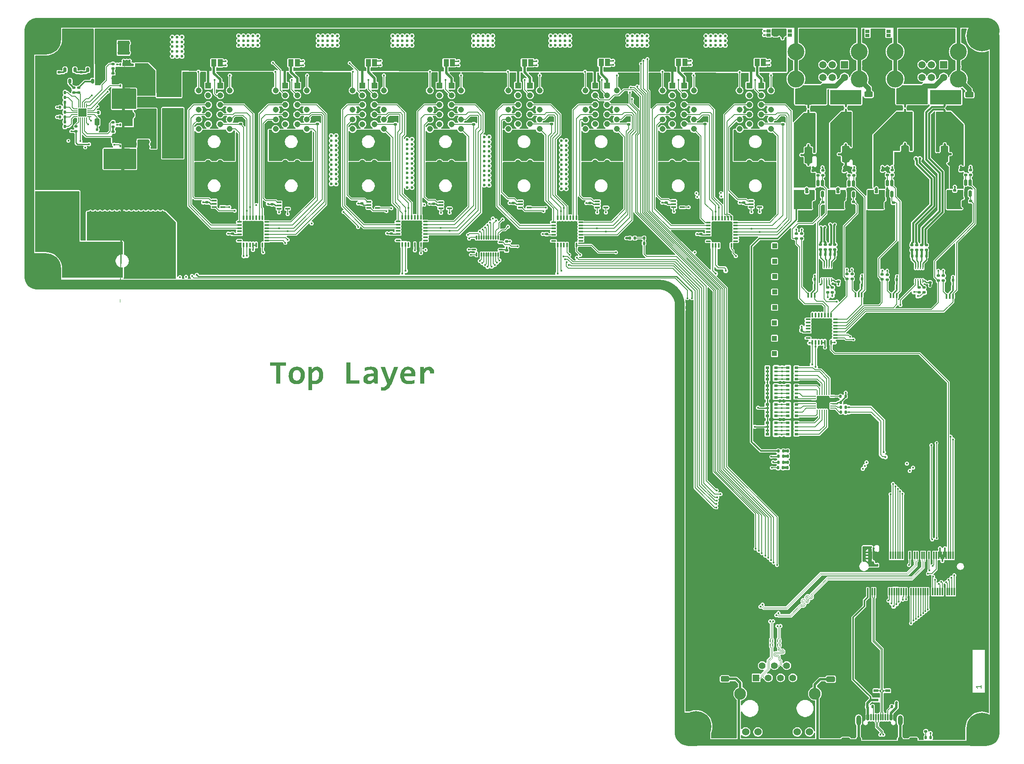
<source format=gbr>
%TF.GenerationSoftware,KiCad,Pcbnew,9.0.7*%
%TF.CreationDate,2026-03-01T13:00:01+01:00*%
%TF.ProjectId,PDNode_Baseboard,50444e6f-6465-45f4-9261-7365626f6172,rev?*%
%TF.SameCoordinates,Original*%
%TF.FileFunction,Copper,L1,Top*%
%TF.FilePolarity,Positive*%
%FSLAX46Y46*%
G04 Gerber Fmt 4.6, Leading zero omitted, Abs format (unit mm)*
G04 Created by KiCad (PCBNEW 9.0.7) date 2026-03-01 13:00:01*
%MOMM*%
%LPD*%
G01*
G04 APERTURE LIST*
G04 Aperture macros list*
%AMRoundRect*
0 Rectangle with rounded corners*
0 $1 Rounding radius*
0 $2 $3 $4 $5 $6 $7 $8 $9 X,Y pos of 4 corners*
0 Add a 4 corners polygon primitive as box body*
4,1,4,$2,$3,$4,$5,$6,$7,$8,$9,$2,$3,0*
0 Add four circle primitives for the rounded corners*
1,1,$1+$1,$2,$3*
1,1,$1+$1,$4,$5*
1,1,$1+$1,$6,$7*
1,1,$1+$1,$8,$9*
0 Add four rect primitives between the rounded corners*
20,1,$1+$1,$2,$3,$4,$5,0*
20,1,$1+$1,$4,$5,$6,$7,0*
20,1,$1+$1,$6,$7,$8,$9,0*
20,1,$1+$1,$8,$9,$2,$3,0*%
%AMFreePoly0*
4,1,61,-0.141464,1.608536,-0.140000,1.605000,-0.140000,1.230000,0.990000,1.230000,0.993536,1.228536,0.995000,1.225000,0.995000,1.180000,1.290000,1.180000,1.293536,1.178536,1.295000,1.175000,1.295000,0.775000,1.293536,0.771464,1.290000,0.770000,0.995000,0.770000,0.995000,0.530000,1.290000,0.530000,1.293536,0.528536,1.295000,0.525000,1.295000,0.125000,1.293536,0.121464,
1.290000,0.120000,0.995000,0.120000,0.995000,-0.120000,1.290000,-0.120000,1.293536,-0.121464,1.295000,-0.125000,1.295000,-0.525000,1.293536,-0.528536,1.290000,-0.530000,0.995000,-0.530000,0.995000,-0.770000,1.290000,-0.770000,1.293536,-0.771464,1.295000,-0.775000,1.295000,-1.175000,1.293536,-1.178536,1.290000,-1.180000,0.995000,-1.180000,0.995000,-1.225000,0.993536,-1.228536,
0.990000,-1.230000,-0.140000,-1.230000,-0.140000,-1.605000,-0.141464,-1.608536,-0.145000,-1.610000,-0.575000,-1.610000,-0.578536,-1.608536,-0.580000,-1.605000,-0.580000,-1.230000,-0.990000,-1.230000,-0.993536,-1.228536,-0.995000,-1.225000,-0.995000,1.225000,-0.993536,1.228536,-0.990000,1.230000,-0.580000,1.230000,-0.580000,1.605000,-0.578536,1.608536,-0.575000,1.610000,-0.145000,1.610000,
-0.141464,1.608536,-0.141464,1.608536,$1*%
%AMFreePoly1*
4,1,15,0.140000,-0.355000,0.137310,-0.355000,0.137310,-0.369813,0.116406,-0.420280,0.077780,-0.458906,0.027313,-0.479810,-0.027313,-0.479810,-0.077780,-0.458906,-0.116406,-0.420280,-0.137310,-0.369813,-0.137310,-0.355000,-0.140000,-0.355000,-0.140000,0.355000,0.140000,0.355000,0.140000,-0.355000,0.140000,-0.355000,$1*%
%AMFreePoly2*
4,1,15,0.355000,0.137310,0.382313,0.137310,0.432780,0.116406,0.471406,0.077780,0.492310,0.027313,0.492310,-0.027313,0.471406,-0.077780,0.432780,-0.116406,0.382313,-0.137310,0.355000,-0.137310,0.355000,-0.140000,-0.355000,-0.140000,-0.355000,0.140000,0.355000,0.140000,0.355000,0.137310,0.355000,0.137310,$1*%
%AMFreePoly3*
4,1,15,0.355000,0.137310,0.369813,0.137310,0.420280,0.116406,0.458906,0.077780,0.479810,0.027313,0.479810,-0.027313,0.458906,-0.077780,0.420280,-0.116406,0.369813,-0.137310,0.355000,-0.137310,0.355000,-0.140000,-0.355000,-0.140000,-0.355000,0.140000,0.355000,0.140000,0.355000,0.137310,0.355000,0.137310,$1*%
%AMFreePoly4*
4,1,15,0.077780,0.458906,0.116406,0.420280,0.137310,0.369813,0.137310,0.355000,0.140000,0.355000,0.140000,-0.355000,-0.140000,-0.355000,-0.140000,0.355000,-0.137310,0.355000,-0.137310,0.369813,-0.116406,0.420280,-0.077780,0.458906,-0.027313,0.479810,0.027313,0.479810,0.077780,0.458906,0.077780,0.458906,$1*%
%AMFreePoly5*
4,1,15,0.355000,-0.140000,-0.355000,-0.140000,-0.355000,-0.137310,-0.369813,-0.137310,-0.420280,-0.116406,-0.458906,-0.077780,-0.479810,-0.027313,-0.479810,0.027313,-0.458906,0.077780,-0.420280,0.116406,-0.369813,0.137310,-0.355000,0.137310,-0.355000,0.140000,0.355000,0.140000,0.355000,-0.140000,0.355000,-0.140000,$1*%
G04 Aperture macros list end*
%TA.AperFunction,Conductor*%
%ADD10C,2.000000*%
%TD*%
%ADD11C,0.300000*%
%ADD12C,0.200000*%
%TA.AperFunction,NonConductor*%
%ADD13C,0.200000*%
%TD*%
%TA.AperFunction,SMDPad,CuDef*%
%ADD14RoundRect,0.075000X-0.437500X-0.075000X0.437500X-0.075000X0.437500X0.075000X-0.437500X0.075000X0*%
%TD*%
%TA.AperFunction,SMDPad,CuDef*%
%ADD15RoundRect,0.075000X-0.075000X-0.437500X0.075000X-0.437500X0.075000X0.437500X-0.075000X0.437500X0*%
%TD*%
%TA.AperFunction,HeatsinkPad*%
%ADD16C,0.500000*%
%TD*%
%TA.AperFunction,HeatsinkPad*%
%ADD17R,4.250000X4.250000*%
%TD*%
%TA.AperFunction,SMDPad,CuDef*%
%ADD18RoundRect,0.135000X-0.185000X0.135000X-0.185000X-0.135000X0.185000X-0.135000X0.185000X0.135000X0*%
%TD*%
%TA.AperFunction,SMDPad,CuDef*%
%ADD19RoundRect,0.250000X-0.625000X0.312500X-0.625000X-0.312500X0.625000X-0.312500X0.625000X0.312500X0*%
%TD*%
%TA.AperFunction,SMDPad,CuDef*%
%ADD20RoundRect,0.135000X-0.135000X-0.185000X0.135000X-0.185000X0.135000X0.185000X-0.135000X0.185000X0*%
%TD*%
%TA.AperFunction,SMDPad,CuDef*%
%ADD21RoundRect,0.140000X-0.170000X0.140000X-0.170000X-0.140000X0.170000X-0.140000X0.170000X0.140000X0*%
%TD*%
%TA.AperFunction,ComponentPad*%
%ADD22R,1.208000X1.208000*%
%TD*%
%TA.AperFunction,ComponentPad*%
%ADD23C,1.208000*%
%TD*%
%TA.AperFunction,SMDPad,CuDef*%
%ADD24RoundRect,0.250000X-0.250000X-0.475000X0.250000X-0.475000X0.250000X0.475000X-0.250000X0.475000X0*%
%TD*%
%TA.AperFunction,SMDPad,CuDef*%
%ADD25R,0.850000X0.650000*%
%TD*%
%TA.AperFunction,ComponentPad*%
%ADD26R,1.000000X1.000000*%
%TD*%
%TA.AperFunction,ComponentPad*%
%ADD27C,1.000000*%
%TD*%
%TA.AperFunction,SMDPad,CuDef*%
%ADD28RoundRect,0.250000X-0.475000X0.250000X-0.475000X-0.250000X0.475000X-0.250000X0.475000X0.250000X0*%
%TD*%
%TA.AperFunction,SMDPad,CuDef*%
%ADD29RoundRect,0.135000X0.135000X0.185000X-0.135000X0.185000X-0.135000X-0.185000X0.135000X-0.185000X0*%
%TD*%
%TA.AperFunction,SMDPad,CuDef*%
%ADD30RoundRect,0.135000X0.185000X-0.135000X0.185000X0.135000X-0.185000X0.135000X-0.185000X-0.135000X0*%
%TD*%
%TA.AperFunction,SMDPad,CuDef*%
%ADD31RoundRect,0.100000X0.400000X0.100000X-0.400000X0.100000X-0.400000X-0.100000X0.400000X-0.100000X0*%
%TD*%
%TA.AperFunction,SMDPad,CuDef*%
%ADD32RoundRect,0.250000X-0.550000X1.412500X-0.550000X-1.412500X0.550000X-1.412500X0.550000X1.412500X0*%
%TD*%
%TA.AperFunction,SMDPad,CuDef*%
%ADD33R,0.800000X0.500000*%
%TD*%
%TA.AperFunction,SMDPad,CuDef*%
%ADD34R,0.800000X0.400000*%
%TD*%
%TA.AperFunction,SMDPad,CuDef*%
%ADD35R,2.400000X2.900000*%
%TD*%
%TA.AperFunction,SMDPad,CuDef*%
%ADD36RoundRect,0.250000X0.250000X0.475000X-0.250000X0.475000X-0.250000X-0.475000X0.250000X-0.475000X0*%
%TD*%
%TA.AperFunction,SMDPad,CuDef*%
%ADD37R,1.000000X1.000000*%
%TD*%
%TA.AperFunction,SMDPad,CuDef*%
%ADD38R,1.000000X0.600000*%
%TD*%
%TA.AperFunction,SMDPad,CuDef*%
%ADD39R,0.350000X0.500000*%
%TD*%
%TA.AperFunction,SMDPad,CuDef*%
%ADD40FreePoly0,270.000000*%
%TD*%
%TA.AperFunction,SMDPad,CuDef*%
%ADD41R,1.000000X1.500000*%
%TD*%
%TA.AperFunction,ComponentPad*%
%ADD42C,0.800000*%
%TD*%
%TA.AperFunction,ComponentPad*%
%ADD43C,6.400000*%
%TD*%
%TA.AperFunction,SMDPad,CuDef*%
%ADD44RoundRect,0.250000X0.650000X-0.325000X0.650000X0.325000X-0.650000X0.325000X-0.650000X-0.325000X0*%
%TD*%
%TA.AperFunction,SMDPad,CuDef*%
%ADD45FreePoly1,270.000000*%
%TD*%
%TA.AperFunction,SMDPad,CuDef*%
%ADD46FreePoly2,270.000000*%
%TD*%
%TA.AperFunction,SMDPad,CuDef*%
%ADD47FreePoly3,270.000000*%
%TD*%
%TA.AperFunction,SMDPad,CuDef*%
%ADD48FreePoly4,270.000000*%
%TD*%
%TA.AperFunction,SMDPad,CuDef*%
%ADD49FreePoly5,270.000000*%
%TD*%
%TA.AperFunction,ComponentPad*%
%ADD50C,0.600000*%
%TD*%
%TA.AperFunction,SMDPad,CuDef*%
%ADD51R,4.100000X2.100000*%
%TD*%
%TA.AperFunction,SMDPad,CuDef*%
%ADD52RoundRect,0.140000X0.170000X-0.140000X0.170000X0.140000X-0.170000X0.140000X-0.170000X-0.140000X0*%
%TD*%
%TA.AperFunction,SMDPad,CuDef*%
%ADD53RoundRect,0.050000X0.050000X-0.232500X0.050000X0.232500X-0.050000X0.232500X-0.050000X-0.232500X0*%
%TD*%
%TA.AperFunction,SMDPad,CuDef*%
%ADD54RoundRect,0.050000X0.150000X-0.232500X0.150000X0.232500X-0.150000X0.232500X-0.150000X-0.232500X0*%
%TD*%
%TA.AperFunction,SMDPad,CuDef*%
%ADD55RoundRect,0.140000X-0.140000X-0.170000X0.140000X-0.170000X0.140000X0.170000X-0.140000X0.170000X0*%
%TD*%
%TA.AperFunction,SMDPad,CuDef*%
%ADD56RoundRect,0.140000X0.140000X0.170000X-0.140000X0.170000X-0.140000X-0.170000X0.140000X-0.170000X0*%
%TD*%
%TA.AperFunction,SMDPad,CuDef*%
%ADD57R,2.670000X3.210000*%
%TD*%
%TA.AperFunction,SMDPad,CuDef*%
%ADD58RoundRect,0.250000X0.625000X-0.312500X0.625000X0.312500X-0.625000X0.312500X-0.625000X-0.312500X0*%
%TD*%
%TA.AperFunction,SMDPad,CuDef*%
%ADD59RoundRect,0.150000X0.150000X-0.512500X0.150000X0.512500X-0.150000X0.512500X-0.150000X-0.512500X0*%
%TD*%
%TA.AperFunction,SMDPad,CuDef*%
%ADD60RoundRect,0.147500X-0.147500X-0.172500X0.147500X-0.172500X0.147500X0.172500X-0.147500X0.172500X0*%
%TD*%
%TA.AperFunction,SMDPad,CuDef*%
%ADD61RoundRect,0.150000X-0.150000X-0.500000X0.150000X-0.500000X0.150000X0.500000X-0.150000X0.500000X0*%
%TD*%
%TA.AperFunction,SMDPad,CuDef*%
%ADD62RoundRect,0.075000X-0.075000X-0.575000X0.075000X-0.575000X0.075000X0.575000X-0.075000X0.575000X0*%
%TD*%
%TA.AperFunction,HeatsinkPad*%
%ADD63O,1.000000X2.100000*%
%TD*%
%TA.AperFunction,HeatsinkPad*%
%ADD64O,1.000000X1.600000*%
%TD*%
%TA.AperFunction,ComponentPad*%
%ADD65R,1.398000X1.398000*%
%TD*%
%TA.AperFunction,ComponentPad*%
%ADD66C,1.398000*%
%TD*%
%TA.AperFunction,ComponentPad*%
%ADD67C,1.530000*%
%TD*%
%TA.AperFunction,ComponentPad*%
%ADD68C,2.445000*%
%TD*%
%TA.AperFunction,SMDPad,CuDef*%
%ADD69RoundRect,0.162500X-0.162500X0.337500X-0.162500X-0.337500X0.162500X-0.337500X0.162500X0.337500X0*%
%TD*%
%TA.AperFunction,SMDPad,CuDef*%
%ADD70RoundRect,0.100000X-0.100000X0.400000X-0.100000X-0.400000X0.100000X-0.400000X0.100000X0.400000X0*%
%TD*%
%TA.AperFunction,ComponentPad*%
%ADD71R,1.500000X1.500000*%
%TD*%
%TA.AperFunction,ComponentPad*%
%ADD72C,1.500000*%
%TD*%
%TA.AperFunction,ComponentPad*%
%ADD73C,3.500000*%
%TD*%
%TA.AperFunction,SMDPad,CuDef*%
%ADD74RoundRect,0.250000X1.000000X-1.950000X1.000000X1.950000X-1.000000X1.950000X-1.000000X-1.950000X0*%
%TD*%
%TA.AperFunction,SMDPad,CuDef*%
%ADD75RoundRect,0.027500X-0.387500X-0.082500X0.387500X-0.082500X0.387500X0.082500X-0.387500X0.082500X0*%
%TD*%
%TA.AperFunction,SMDPad,CuDef*%
%ADD76RoundRect,0.027500X-0.082500X-0.387500X0.082500X-0.387500X0.082500X0.387500X-0.082500X0.387500X0*%
%TD*%
%TA.AperFunction,SMDPad,CuDef*%
%ADD77R,1.750000X1.750000*%
%TD*%
%TA.AperFunction,ComponentPad*%
%ADD78C,2.006600*%
%TD*%
%TA.AperFunction,ComponentPad*%
%ADD79C,6.000000*%
%TD*%
%TA.AperFunction,SMDPad,CuDef*%
%ADD80R,0.300000X1.550000*%
%TD*%
%TA.AperFunction,SMDPad,CuDef*%
%ADD81R,1.200000X2.750000*%
%TD*%
%TA.AperFunction,SMDPad,CuDef*%
%ADD82RoundRect,0.062500X-0.062500X0.375000X-0.062500X-0.375000X0.062500X-0.375000X0.062500X0.375000X0*%
%TD*%
%TA.AperFunction,SMDPad,CuDef*%
%ADD83RoundRect,0.062500X-0.375000X0.062500X-0.375000X-0.062500X0.375000X-0.062500X0.375000X0.062500X0*%
%TD*%
%TA.AperFunction,HeatsinkPad*%
%ADD84R,2.100000X2.100000*%
%TD*%
%TA.AperFunction,ComponentPad*%
%ADD85R,1.900000X1.900000*%
%TD*%
%TA.AperFunction,ComponentPad*%
%ADD86C,1.900000*%
%TD*%
%TA.AperFunction,SMDPad,CuDef*%
%ADD87RoundRect,0.250000X-0.650000X0.325000X-0.650000X-0.325000X0.650000X-0.325000X0.650000X0.325000X0*%
%TD*%
%TA.AperFunction,SMDPad,CuDef*%
%ADD88RoundRect,0.062500X-0.062500X0.350000X-0.062500X-0.350000X0.062500X-0.350000X0.062500X0.350000X0*%
%TD*%
%TA.AperFunction,HeatsinkPad*%
%ADD89R,2.350000X1.580000*%
%TD*%
%TA.AperFunction,ViaPad*%
%ADD90C,0.600000*%
%TD*%
%TA.AperFunction,ViaPad*%
%ADD91C,0.400000*%
%TD*%
%TA.AperFunction,ViaPad*%
%ADD92C,0.450000*%
%TD*%
%TA.AperFunction,Conductor*%
%ADD93C,0.500000*%
%TD*%
%TA.AperFunction,Conductor*%
%ADD94C,0.150000*%
%TD*%
%TA.AperFunction,Conductor*%
%ADD95C,0.250000*%
%TD*%
%TA.AperFunction,Conductor*%
%ADD96C,0.300000*%
%TD*%
%TA.AperFunction,Conductor*%
%ADD97C,0.148600*%
%TD*%
%TA.AperFunction,Conductor*%
%ADD98C,0.400000*%
%TD*%
%TA.AperFunction,Conductor*%
%ADD99C,0.200000*%
%TD*%
%TA.AperFunction,Conductor*%
%ADD100C,0.350000*%
%TD*%
%TA.AperFunction,Conductor*%
%ADD101C,0.800000*%
%TD*%
%TA.AperFunction,Conductor*%
%ADD102C,0.106900*%
%TD*%
%TA.AperFunction,Conductor*%
%ADD103C,1.000000*%
%TD*%
%TA.AperFunction,Conductor*%
%ADD104C,0.426000*%
%TD*%
%TA.AperFunction,Conductor*%
%ADD105C,0.139700*%
%TD*%
G04 APERTURE END LIST*
D10*
%TO.N,SHIELD*%
X133679263Y98141083D02*
G75*
G02*
X138090796Y93887988I70737J-4341112D01*
G01*
D11*
G36*
X55153838Y81301571D02*
G01*
X55153838Y77550000D01*
X54293188Y77550000D01*
X54293188Y81301571D01*
X53070447Y81301571D01*
X53070447Y82004990D01*
X56376579Y82004990D01*
X56376579Y81301571D01*
X55153838Y81301571D01*
G37*
G36*
X58978095Y81056776D02*
G01*
X59295586Y80972453D01*
X59578130Y80829518D01*
X59811244Y80633261D01*
X59995349Y80386008D01*
X60133950Y80076387D01*
X60215718Y79729016D01*
X60245080Y79308244D01*
X60215048Y78910777D01*
X60128760Y78560250D01*
X59985176Y78242229D01*
X59794147Y77979257D01*
X59552550Y77765969D01*
X59257729Y77604650D01*
X58925505Y77506437D01*
X58533854Y77471843D01*
X58160862Y77501174D01*
X57843868Y77584194D01*
X57561420Y77725477D01*
X57328210Y77919723D01*
X57143959Y78166148D01*
X57003673Y78478429D01*
X56920880Y78830288D01*
X56891016Y79260616D01*
X56892577Y79281072D01*
X57758383Y79281072D01*
X57786757Y78926729D01*
X57862640Y78662643D01*
X57976980Y78468048D01*
X58139377Y78317035D01*
X58335104Y78226497D01*
X58574765Y78194802D01*
X58773311Y78216490D01*
X58936549Y78277844D01*
X59075781Y78377162D01*
X59185982Y78508654D01*
X59268386Y78666164D01*
X59329475Y78856700D01*
X59365082Y79061554D01*
X59377408Y79287788D01*
X59350782Y79640928D01*
X59279918Y79902585D01*
X59174076Y80093790D01*
X59020841Y80241295D01*
X58825554Y80331454D01*
X58574765Y80363678D01*
X58367211Y80341270D01*
X58202294Y80278804D01*
X58062534Y80178410D01*
X57949503Y80046162D01*
X57864960Y79889104D01*
X57804484Y79701780D01*
X57770199Y79500775D01*
X57758383Y79281072D01*
X56892577Y79281072D01*
X56921539Y79660681D01*
X57008863Y80009831D01*
X57154281Y80325863D01*
X57346834Y80585634D01*
X57589715Y80796186D01*
X57884779Y80955356D01*
X58216355Y81052578D01*
X58602242Y81086637D01*
X58978095Y81056776D01*
G37*
G36*
X63099957Y81054920D02*
G01*
X63351544Y80963905D01*
X63570465Y80816231D01*
X63752713Y80614943D01*
X63893039Y80370953D01*
X64000314Y80066923D01*
X64063385Y79733844D01*
X64085799Y79343354D01*
X64069476Y79027467D01*
X64023360Y78754749D01*
X63950855Y78519339D01*
X63786826Y78197540D01*
X63575026Y77942316D01*
X63314003Y77743249D01*
X63006551Y77601902D01*
X62668937Y77519758D01*
X62292751Y77491382D01*
X62033243Y77508479D01*
X61797549Y77552748D01*
X61797549Y76201780D01*
X60964070Y76201780D01*
X60964070Y79736585D01*
X61797549Y79736585D01*
X61797549Y78239987D01*
X62041487Y78179231D01*
X62337020Y78155723D01*
X62528138Y78176397D01*
X62697279Y78236628D01*
X62847112Y78333964D01*
X62973884Y78465911D01*
X63073188Y78626795D01*
X63149739Y78828307D01*
X63195285Y79049936D01*
X63211410Y79308549D01*
X63200260Y79581318D01*
X63170499Y79790623D01*
X63118213Y79978249D01*
X63052652Y80117603D01*
X62965118Y80230532D01*
X62864585Y80304755D01*
X62747706Y80348453D01*
X62610267Y80363678D01*
X62475109Y80345983D01*
X62341441Y80291568D01*
X62205740Y80195151D01*
X62016474Y80006596D01*
X61797549Y79736585D01*
X60964070Y79736585D01*
X60964070Y81028019D01*
X61684892Y81028019D01*
X61705347Y80514498D01*
X61925471Y80750498D01*
X62173072Y80931848D01*
X62310918Y80997855D01*
X62460058Y81046642D01*
X62619176Y81076161D01*
X62805051Y81086637D01*
X63099957Y81054920D01*
G37*
G36*
X68850977Y77550000D02*
G01*
X68850977Y82004990D01*
X69704911Y82004990D01*
X69704911Y78272959D01*
X71590161Y78272959D01*
X71590161Y77550000D01*
X68850977Y77550000D01*
G37*
G36*
X74289723Y81066843D02*
G01*
X74580609Y81013364D01*
X74839224Y80918798D01*
X75036733Y80793546D01*
X75192387Y80629068D01*
X75301431Y80427181D01*
X75364340Y80196386D01*
X75386916Y79914577D01*
X75386916Y77550000D01*
X74672811Y77550000D01*
X74652355Y78001544D01*
X74423378Y77789358D01*
X74160511Y77621136D01*
X74012146Y77558558D01*
X73847881Y77510922D01*
X73674394Y77481995D01*
X73477242Y77471843D01*
X73221007Y77492352D01*
X73009517Y77549695D01*
X72822066Y77644183D01*
X72671241Y77766461D01*
X72552196Y77918325D01*
X72464550Y78101684D01*
X72412673Y78305014D01*
X72394636Y78535520D01*
X72397704Y78562998D01*
X73269025Y78562998D01*
X73285379Y78430694D01*
X73331093Y78327146D01*
X73405496Y78245482D01*
X73559846Y78165659D01*
X73777966Y78136183D01*
X73949722Y78165245D01*
X74140056Y78260442D01*
X74327622Y78403450D01*
X74553437Y78617036D01*
X74553437Y79074076D01*
X74044496Y79074076D01*
X73841062Y79063101D01*
X73685764Y79033776D01*
X73548432Y78983900D01*
X73446712Y78922645D01*
X73365787Y78845305D01*
X73311768Y78759613D01*
X73279781Y78664682D01*
X73269025Y78562998D01*
X72397704Y78562998D01*
X72420999Y78771598D01*
X72498744Y78986148D01*
X72627872Y79175821D01*
X72816260Y79341827D01*
X73048280Y79471135D01*
X73349320Y79575384D01*
X73683460Y79637540D01*
X74099145Y79660259D01*
X74553437Y79660259D01*
X74553437Y79871834D01*
X74543676Y80002999D01*
X74515885Y80116382D01*
X74466642Y80217614D01*
X74394679Y80301701D01*
X74301460Y80367754D01*
X74177608Y80419549D01*
X74036269Y80449977D01*
X73849712Y80461375D01*
X73544410Y80443363D01*
X73243380Y80389324D01*
X72949353Y80303122D01*
X72664524Y80187823D01*
X72664524Y80852164D01*
X72925092Y80942471D01*
X73240021Y81020081D01*
X73570494Y81069778D01*
X73918100Y81086637D01*
X74289723Y81066843D01*
G37*
G36*
X78428655Y77938652D02*
G01*
X78238415Y77504580D01*
X78050995Y77147916D01*
X77839824Y76829173D01*
X77618990Y76580051D01*
X77368330Y76379743D01*
X77094479Y76238111D01*
X76794261Y76153276D01*
X76447540Y76123622D01*
X76261305Y76132171D01*
X76054615Y76157816D01*
X76054615Y76866121D01*
X76148343Y76851466D01*
X76259473Y76838338D01*
X76377321Y76830400D01*
X76488451Y76827042D01*
X76627868Y76840701D01*
X76754676Y76880775D01*
X76872256Y76944565D01*
X76981822Y77030374D01*
X77080172Y77133963D01*
X77171415Y77259046D01*
X77321930Y77550000D01*
X75945316Y81028019D01*
X76874355Y81028019D01*
X77595176Y79046599D01*
X77810415Y78419505D01*
X78021991Y79028891D01*
X78749529Y81028019D01*
X79644374Y81028019D01*
X78428655Y77938652D01*
G37*
G36*
X82047527Y81056797D02*
G01*
X82344479Y80972759D01*
X82607580Y80834618D01*
X82819226Y80654938D01*
X82986327Y80433381D01*
X83109569Y80168589D01*
X83183261Y79877392D01*
X83208793Y79550044D01*
X83203603Y79329004D01*
X83188338Y79074076D01*
X80906804Y79074076D01*
X80925168Y78853414D01*
X80976719Y78670159D01*
X81062310Y78508252D01*
X81174861Y78377373D01*
X81314244Y78274501D01*
X81482301Y78197855D01*
X81667833Y78152153D01*
X81880112Y78136183D01*
X82136800Y78146107D01*
X82421415Y78177399D01*
X82711658Y78230755D01*
X83021031Y78312038D01*
X83021031Y77647698D01*
X82730688Y77577173D01*
X82409508Y77521302D01*
X82078254Y77484360D01*
X81753716Y77471843D01*
X81370295Y77501158D01*
X81043275Y77584194D01*
X80750579Y77725083D01*
X80510520Y77916365D01*
X80319634Y78158669D01*
X80175602Y78459805D01*
X80090196Y78798781D01*
X80059587Y79209325D01*
X80089668Y79619695D01*
X80104104Y79679798D01*
X80920237Y79679798D01*
X82361881Y79679798D01*
X82349946Y79871751D01*
X82310590Y80027234D01*
X82244623Y80164815D01*
X82161907Y80271782D01*
X82060265Y80355824D01*
X81943310Y80414664D01*
X81815249Y80449481D01*
X81675253Y80461375D01*
X81474196Y80437658D01*
X81304619Y80369573D01*
X81159290Y80256822D01*
X81047242Y80108928D01*
X80966609Y79919962D01*
X80920237Y79679798D01*
X80104104Y79679798D01*
X80175602Y79977469D01*
X80318067Y80302850D01*
X80503498Y80570369D01*
X80737450Y80788884D01*
X81017629Y80951998D01*
X81332511Y81051987D01*
X81692350Y81086637D01*
X82047527Y81056797D01*
G37*
G36*
X86264271Y79679798D02*
G01*
X86262457Y79861200D01*
X86245342Y80000062D01*
X86210781Y80124442D01*
X86163521Y80218048D01*
X86099602Y80293239D01*
X86024913Y80343528D01*
X85938883Y80372922D01*
X85837457Y80383218D01*
X85657034Y80348446D01*
X85456438Y80233008D01*
X85265177Y80051131D01*
X85024433Y79738416D01*
X85024433Y77550000D01*
X84170499Y77550000D01*
X84170499Y81028019D01*
X84925210Y81028019D01*
X84956045Y80500454D01*
X85148997Y80741644D01*
X85388050Y80926353D01*
X85525426Y80994222D01*
X85680225Y81045116D01*
X85845316Y81075883D01*
X86031935Y81086637D01*
X86285043Y81063308D01*
X86498134Y80997183D01*
X86685082Y80886303D01*
X86839768Y80732179D01*
X86957511Y80540094D01*
X87044627Y80291932D01*
X87091117Y80016164D01*
X87101108Y79679798D01*
X86264271Y79679798D01*
G37*
D12*
D13*
X200577219Y14910715D02*
X200577219Y14339287D01*
X200577219Y14625001D02*
X199577219Y14625001D01*
X199577219Y14625001D02*
X199720076Y14529763D01*
X199720076Y14529763D02*
X199815314Y14434525D01*
X199815314Y14434525D02*
X199862933Y14339287D01*
%TD*%
D14*
%TO.P,IC27,1,GPB4*%
%TO.N,unconnected-(IC27-GPB4-Pad1)*%
X164700000Y90925000D03*
%TO.P,IC27,2,GPB5*%
%TO.N,unconnected-(IC27-GPB5-Pad2)*%
X164700000Y90275000D03*
%TO.P,IC27,3,GPB6*%
%TO.N,unconnected-(IC27-GPB6-Pad3)*%
X164700000Y89625000D03*
%TO.P,IC27,4,GPB7*%
%TO.N,unconnected-(IC27-GPB7-Pad4)*%
X164700000Y88975000D03*
%TO.P,IC27,5,VDD*%
%TO.N,+3.3V*%
X164700000Y88325000D03*
%TO.P,IC27,6,VSS*%
%TO.N,GND*%
X164700000Y87675000D03*
%TO.P,IC27,7,NC*%
%TO.N,unconnected-(IC27-NC-Pad7)*%
X164700000Y87025000D03*
D15*
%TO.P,IC27,8,SCL*%
%TO.N,/Project Architecture/PDC Signals/I2C1_SDA*%
X165587500Y86137500D03*
%TO.P,IC27,9,SDA*%
%TO.N,/Project Architecture/PDC Signals/I2C1_SCL*%
X166237500Y86137500D03*
%TO.P,IC27,10,NC*%
%TO.N,unconnected-(IC27-NC-Pad10)*%
X166887500Y86137500D03*
%TO.P,IC27,11,A0*%
%TO.N,+3.3V*%
X167537500Y86137500D03*
%TO.P,IC27,12,A1*%
X168187500Y86137500D03*
%TO.P,IC27,13,A2*%
%TO.N,GND*%
X168837500Y86137500D03*
%TO.P,IC27,14,~{RESET}*%
%TO.N,/Project Architecture/PDC Signals/MCP_RESET*%
X169487500Y86137500D03*
D14*
%TO.P,IC27,15,INTB*%
%TO.N,/Project Architecture/USB-A Current Measurement/PD_IRQ_EVENT_B2*%
X170375000Y87025000D03*
%TO.P,IC27,16,INTA*%
%TO.N,/Project Architecture/USB-A Current Measurement/PD_IRQ_EVENT_A2*%
X170375000Y87675000D03*
%TO.P,IC27,17,GPA0*%
%TO.N,/Project Architecture/USB-A Outputs/FAULT_PORTA0*%
X170375000Y88325000D03*
%TO.P,IC27,18,GPA1*%
%TO.N,/Project Architecture/USB-A Outputs/ILIM_EN_PORTA0*%
X170375000Y88975000D03*
%TO.P,IC27,19,GPA2*%
%TO.N,/Project Architecture/USB-A Outputs/FAULT_PORTA1*%
X170375000Y89625000D03*
%TO.P,IC27,20,GPA3*%
%TO.N,/Project Architecture/USB-A Outputs/ILIM_EN_PORTA1*%
X170375000Y90275000D03*
%TO.P,IC27,21,GPA4*%
%TO.N,/Project Architecture/USB-A Outputs/FAULT_PORTA2*%
X170375000Y90925000D03*
D15*
%TO.P,IC27,22,GPA5*%
%TO.N,/Project Architecture/USB-A Outputs/ILIM_EN_PORTA2*%
X169487500Y91812500D03*
%TO.P,IC27,23,GPA6*%
%TO.N,/Project Architecture/USB-A Outputs/FAULT_PORTA3*%
X168837500Y91812500D03*
%TO.P,IC27,24,GPA7*%
%TO.N,/Project Architecture/USB-A Outputs/ILIM_EN_PORTA3*%
X168187500Y91812500D03*
%TO.P,IC27,25,GPB0*%
%TO.N,unconnected-(IC27-GPB0-Pad25)*%
X167537500Y91812500D03*
%TO.P,IC27,26,GPB1*%
%TO.N,unconnected-(IC27-GPB1-Pad26)*%
X166887500Y91812500D03*
%TO.P,IC27,27,GPB2*%
%TO.N,unconnected-(IC27-GPB2-Pad27)*%
X166237500Y91812500D03*
%TO.P,IC27,28,GPB3*%
%TO.N,unconnected-(IC27-GPB3-Pad28)*%
X165587500Y91812500D03*
D16*
%TO.P,IC27,29,EP*%
%TO.N,GND*%
X166112500Y90400000D03*
X166112500Y89450000D03*
X166112500Y88500000D03*
X166112500Y87550000D03*
X167062500Y90400000D03*
X167062500Y89450000D03*
X167062500Y88500000D03*
X167062500Y87550000D03*
D17*
X167537500Y88975000D03*
D16*
X168012500Y90400000D03*
X168012500Y89450000D03*
X168012500Y88500000D03*
X168012500Y87550000D03*
X168962500Y90400000D03*
X168962500Y89450000D03*
X168962500Y88500000D03*
X168962500Y87550000D03*
%TD*%
D18*
%TO.P,R72,1*%
%TO.N,/Project Architecture/USB-A Outputs/ILIM_EN_PORTA3*%
X167722757Y115225590D03*
%TO.P,R72,2*%
%TO.N,GND*%
X167722757Y114205590D03*
%TD*%
D19*
%TO.P,R1,1*%
%TO.N,GND*%
X147450000Y19162500D03*
%TO.P,R1,2*%
%TO.N,SHIELD*%
X147450000Y16237500D03*
%TD*%
D20*
%TO.P,R30,1*%
%TO.N,/Project Architecture/BladeCore-M54/ADC_24V*%
X130643011Y106719900D03*
%TO.P,R30,2*%
%TO.N,GND*%
X131663011Y106719900D03*
%TD*%
D21*
%TO.P,C24,1*%
%TO.N,+3.3V*%
X78207500Y108755000D03*
%TO.P,C24,2*%
%TO.N,GND*%
X78207500Y107795000D03*
%TD*%
D22*
%TO.P,J6,A1,A1*%
%TO.N,Net-(JP3-C)*%
X122987322Y139460219D03*
D23*
%TO.P,J6,A2,A2*%
%TO.N,/Project Architecture/PDCard Connectors 1-4/SPI_MOSI*%
X124987322Y138460219D03*
%TO.P,J6,A3,A3*%
%TO.N,/Project Architecture/PDCard Connectors 1-4/SPI_CLK*%
X122987322Y137460219D03*
%TO.P,J6,A4,A4*%
%TO.N,GND*%
X124987322Y136460219D03*
%TO.P,J6,A5,A5*%
%TO.N,PD_IRQ_PORT2*%
X122987322Y135460219D03*
%TO.P,J6,A6,A6*%
%TO.N,/Project Architecture/PDCard Connectors 1-4/I2C_SCL_PORT2*%
X124987322Y134460219D03*
%TO.P,J6,A7,A7*%
%TO.N,PMIC_EN_PORT2*%
X122987322Y133460219D03*
%TO.P,J6,A8,A8*%
%TO.N,PD_ENABLE_PORT2*%
X124987322Y132460219D03*
%TO.P,J6,A9,A9*%
%TO.N,PDC_DET_PORT2*%
X122987322Y131460219D03*
%TO.P,J6,A10,A10*%
%TO.N,PD_ATTACH_PORT2*%
X124987322Y130460219D03*
%TO.P,J6,A11,A11*%
%TO.N,+24V*%
X122987322Y129460219D03*
%TO.P,J6,A12,A12*%
X124987322Y126460219D03*
%TO.P,J6,A13,A13*%
X122987322Y125460219D03*
%TO.P,J6,A14,A14*%
X124987322Y124460219D03*
%TO.P,J6,A15,A15*%
%TO.N,GND*%
X122987322Y123460219D03*
%TO.P,J6,A16,A16*%
X124987322Y122460219D03*
%TO.P,J6,A17,A17*%
X122987322Y121460219D03*
%TO.P,J6,A18,A18*%
X124987322Y120460219D03*
D22*
%TO.P,J6,B1,B1*%
%TO.N,+5V*%
X120487322Y139460219D03*
D23*
%TO.P,J6,B2,B2*%
%TO.N,/Project Architecture/PDCard Connectors 1-4/SPI_MISO*%
X118487322Y138460219D03*
%TO.P,J6,B3,B3*%
%TO.N,/Project Architecture/PDCard Connectors 1-4/SPI_CS_PORT2*%
X120487322Y137460219D03*
%TO.P,J6,B4,B4*%
%TO.N,GND*%
X118487322Y136460219D03*
%TO.P,J6,B5,B5*%
%TO.N,PD_RESET_PORT2*%
X120487322Y135460219D03*
%TO.P,J6,B6,B6*%
%TO.N,/Project Architecture/PDCard Connectors 1-4/I2C_SDA_PORT2*%
X118487322Y134460219D03*
%TO.P,J6,B7,B7*%
%TO.N,PGOOD_COMBINED_PORT2*%
X120487322Y133460219D03*
%TO.P,J6,B8,B8*%
%TO.N,PORT_EN_PORT2*%
X118487322Y132460219D03*
%TO.P,J6,B9,B9*%
%TO.N,PMIC_VMON_PORT2*%
X120487322Y131460219D03*
%TO.P,J6,B10,B10*%
%TO.N,VBUS_VMON_PORT2*%
X118487322Y130460219D03*
%TO.P,J6,B11,B11*%
%TO.N,+24V*%
X120487322Y129460219D03*
%TO.P,J6,B12,B12*%
X118487322Y126460219D03*
%TO.P,J6,B13,B13*%
X120487322Y125460219D03*
%TO.P,J6,B14,B13*%
X118487322Y124460219D03*
%TO.P,J6,B15,B15*%
%TO.N,GND*%
X120487322Y123460219D03*
%TO.P,J6,B16,B16*%
X118487322Y122460219D03*
%TO.P,J6,B17,B17*%
X120487322Y121460219D03*
%TO.P,J6,B18,B18*%
X118487322Y120460219D03*
%TD*%
D18*
%TO.P,R85,1*%
%TO.N,/Project Architecture/USB-A Current Measurement/PAC_SCL2*%
X169750000Y97570000D03*
%TO.P,R85,2*%
%TO.N,/Project Architecture/PDC Signals/I2C1_SDA*%
X169750000Y96550000D03*
%TD*%
D24*
%TO.P,C2,1*%
%TO.N,+24V*%
X17150000Y131898750D03*
%TO.P,C2,2*%
%TO.N,GND*%
X19050000Y131898750D03*
%TD*%
D25*
%TO.P,D8,1,K1*%
%TO.N,GND*%
X159414692Y150831453D03*
%TO.P,D8,2,K2*%
X159414692Y149981453D03*
%TO.P,D8,3,A2*%
%TO.N,Net-(D8-A2)*%
X160864692Y150831453D03*
%TO.P,D8,4,A1*%
%TO.N,Net-(D8-A1)*%
X160864692Y149981453D03*
%TD*%
D21*
%TO.P,C8,1*%
%TO.N,Net-(IC1-VBST1)*%
X20450000Y143940000D03*
%TO.P,C8,2*%
%TO.N,Net-(C8-Pad2)*%
X20450000Y142980000D03*
%TD*%
D26*
%TO.P,J14,1,Pin_1*%
%TO.N,Net-(D6-A2)*%
X157720000Y83800000D03*
D27*
%TO.P,J14,2,Pin_2*%
%TO.N,GND*%
X156450000Y83800000D03*
%TD*%
D28*
%TO.P,C3,1*%
%TO.N,+24V*%
X24150000Y135248750D03*
%TO.P,C3,2*%
%TO.N,GND*%
X24150000Y133348750D03*
%TD*%
D29*
%TO.P,R10,1*%
%TO.N,/Project Architecture/System Power/VFB_3V3*%
X10460000Y131948750D03*
%TO.P,R10,2*%
%TO.N,GND*%
X9440000Y131948750D03*
%TD*%
D26*
%TO.P,J17,1,Pin_1*%
%TO.N,Net-(D7-A1)*%
X157750000Y93400000D03*
D27*
%TO.P,J17,2,Pin_2*%
%TO.N,GND*%
X156480000Y93400000D03*
%TD*%
D30*
%TO.P,R49,1*%
%TO.N,PDC_DET_PORT1*%
X143325000Y131490000D03*
%TO.P,R49,2*%
%TO.N,GND*%
X143325000Y132510000D03*
%TD*%
D31*
%TO.P,IC10,1,IN1*%
%TO.N,PMIC_EN_PORT5*%
X75337500Y114040000D03*
%TO.P,IC10,2,GND*%
%TO.N,GND*%
X75337500Y114690000D03*
%TO.P,IC10,3,IN0*%
X75337500Y115340000D03*
%TO.P,IC10,4,Y*%
%TO.N,PORT_EN_PORT5*%
X73562500Y115340000D03*
%TO.P,IC10,5,VCC*%
%TO.N,+3.3V*%
X73562500Y114690000D03*
%TO.P,IC10,6,IN2*%
%TO.N,PD_ENABLE_PORT5*%
X73562500Y114040000D03*
%TD*%
D32*
%TO.P,C46,1*%
%TO.N,PORTA2_P*%
X172500000Y130337500D03*
%TO.P,C46,2*%
%TO.N,GND*%
X172500000Y125262500D03*
%TD*%
D33*
%TO.P,R26,1,R11*%
%TO.N,/Project Architecture/PDCard Connectors 1-4/I2C_SCL_PORT3*%
X158050000Y74700000D03*
D34*
%TO.P,R26,2,R12*%
%TO.N,/Project Architecture/PDCard Connectors 1-4/I2C_SDA_PORT3*%
X158050000Y75500000D03*
%TO.P,R26,3,R13*%
%TO.N,/Project Architecture/PDCard Connectors 1-4/I2C_SCL_PORT2*%
X158050000Y76300000D03*
D33*
%TO.P,R26,4,R14*%
%TO.N,/Project Architecture/PDCard Connectors 1-4/I2C_SDA_PORT2*%
X158050000Y77100000D03*
%TO.P,R26,5,R24*%
%TO.N,+3.3V*%
X156250000Y77100000D03*
D34*
%TO.P,R26,6,R23*%
X156250000Y76300000D03*
%TO.P,R26,7,R22*%
X156250000Y75500000D03*
D33*
%TO.P,R26,8,R12*%
X156250000Y74700000D03*
%TD*%
D30*
%TO.P,R55,1*%
%TO.N,PDC_DET_PORT7*%
X46925000Y131465000D03*
%TO.P,R55,2*%
%TO.N,GND*%
X46925000Y132485000D03*
%TD*%
%TO.P,R77,1*%
%TO.N,Net-(IC21-Y)*%
X192772500Y98962500D03*
%TO.P,R77,2*%
%TO.N,Net-(D6-A1)*%
X192772500Y99982500D03*
%TD*%
D22*
%TO.P,J5,A1,A1*%
%TO.N,Net-(JP2-C)*%
X138987322Y139460219D03*
D23*
%TO.P,J5,A2,A2*%
%TO.N,/Project Architecture/PDCard Connectors 1-4/SPI_MOSI*%
X140987322Y138460219D03*
%TO.P,J5,A3,A3*%
%TO.N,/Project Architecture/PDCard Connectors 1-4/SPI_CLK*%
X138987322Y137460219D03*
%TO.P,J5,A4,A4*%
%TO.N,GND*%
X140987322Y136460219D03*
%TO.P,J5,A5,A5*%
%TO.N,PD_IRQ_PORT1*%
X138987322Y135460219D03*
%TO.P,J5,A6,A6*%
%TO.N,/Project Architecture/PDCard Connectors 1-4/I2C_SCL_PORT1*%
X140987322Y134460219D03*
%TO.P,J5,A7,A7*%
%TO.N,PMIC_EN_PORT1*%
X138987322Y133460219D03*
%TO.P,J5,A8,A8*%
%TO.N,PD_ENABLE_PORT1*%
X140987322Y132460219D03*
%TO.P,J5,A9,A9*%
%TO.N,PDC_DET_PORT1*%
X138987322Y131460219D03*
%TO.P,J5,A10,A10*%
%TO.N,PD_ATTACH_PORT1*%
X140987322Y130460219D03*
%TO.P,J5,A11,A11*%
%TO.N,+24V*%
X138987322Y129460219D03*
%TO.P,J5,A12,A12*%
X140987322Y126460219D03*
%TO.P,J5,A13,A13*%
X138987322Y125460219D03*
%TO.P,J5,A14,A14*%
X140987322Y124460219D03*
%TO.P,J5,A15,A15*%
%TO.N,GND*%
X138987322Y123460219D03*
%TO.P,J5,A16,A16*%
X140987322Y122460219D03*
%TO.P,J5,A17,A17*%
X138987322Y121460219D03*
%TO.P,J5,A18,A18*%
X140987322Y120460219D03*
D22*
%TO.P,J5,B1,B1*%
%TO.N,+5V*%
X136487322Y139460219D03*
D23*
%TO.P,J5,B2,B2*%
%TO.N,/Project Architecture/PDCard Connectors 1-4/SPI_MISO*%
X134487322Y138460219D03*
%TO.P,J5,B3,B3*%
%TO.N,/Project Architecture/PDCard Connectors 1-4/SPI_CS_PORT1*%
X136487322Y137460219D03*
%TO.P,J5,B4,B4*%
%TO.N,GND*%
X134487322Y136460219D03*
%TO.P,J5,B5,B5*%
%TO.N,PD_RESET_PORT1*%
X136487322Y135460219D03*
%TO.P,J5,B6,B6*%
%TO.N,/Project Architecture/PDCard Connectors 1-4/I2C_SDA_PORT1*%
X134487322Y134460219D03*
%TO.P,J5,B7,B7*%
%TO.N,PGOOD_COMBINED_PORT1*%
X136487322Y133460219D03*
%TO.P,J5,B8,B8*%
%TO.N,PORT_EN_PORT1*%
X134487322Y132460219D03*
%TO.P,J5,B9,B9*%
%TO.N,PMIC_VMON_PORT1*%
X136487322Y131460219D03*
%TO.P,J5,B10,B10*%
%TO.N,VBUS_VMON_PORT1*%
X134487322Y130460219D03*
%TO.P,J5,B11,B11*%
%TO.N,+24V*%
X136487322Y129460219D03*
%TO.P,J5,B12,B12*%
X134487322Y126460219D03*
%TO.P,J5,B13,B13*%
X136487322Y125460219D03*
%TO.P,J5,B14,B13*%
X134487322Y124460219D03*
%TO.P,J5,B15,B15*%
%TO.N,GND*%
X136487322Y123460219D03*
%TO.P,J5,B16,B16*%
X134487322Y122460219D03*
%TO.P,J5,B17,B17*%
X136487322Y121460219D03*
%TO.P,J5,B18,B18*%
X134487322Y120460219D03*
%TD*%
D26*
%TO.P,J16,1,Pin_1*%
%TO.N,Net-(D7-A2)*%
X157720000Y90200000D03*
D27*
%TO.P,J16,2,Pin_2*%
%TO.N,GND*%
X156450000Y90200000D03*
%TD*%
D30*
%TO.P,R82,1*%
%TO.N,/Project Architecture/USB-A Outputs/ILIM_EN_PORTA1*%
X180075000Y99202500D03*
%TO.P,R82,2*%
%TO.N,Net-(D7-A2)*%
X180075000Y100222500D03*
%TD*%
D35*
%TO.P,C11,1*%
%TO.N,+5V*%
X28730000Y147318750D03*
%TO.P,C11,2*%
%TO.N,GND*%
X22630000Y147318750D03*
%TD*%
D25*
%TO.P,D7,1,K1*%
%TO.N,GND*%
X178479350Y149879112D03*
%TO.P,D7,2,K2*%
X178479350Y150729112D03*
%TO.P,D7,3,A2*%
%TO.N,Net-(D7-A2)*%
X177029350Y149879112D03*
%TO.P,D7,4,A1*%
%TO.N,Net-(D7-A1)*%
X177029350Y150729112D03*
%TD*%
D21*
%TO.P,C32,1*%
%TO.N,+3.3V*%
X87000000Y114925000D03*
%TO.P,C32,2*%
%TO.N,GND*%
X87000000Y113965000D03*
%TD*%
D22*
%TO.P,J10,A1,A1*%
%TO.N,Net-(JP7-C)*%
X58684650Y139449309D03*
D23*
%TO.P,J10,A2,A2*%
%TO.N,/Project Architecture/PDCard Connectors 1-4/SPI_MOSI*%
X60684650Y138449309D03*
%TO.P,J10,A3,A3*%
%TO.N,/Project Architecture/PDCard Connectors 1-4/SPI_CLK*%
X58684650Y137449309D03*
%TO.P,J10,A4,A4*%
%TO.N,GND*%
X60684650Y136449309D03*
%TO.P,J10,A5,A5*%
%TO.N,PD_IRQ_PORT6*%
X58684650Y135449309D03*
%TO.P,J10,A6,A6*%
%TO.N,/Project Architecture/PDCard Connectors 5-8/I2C_SCL_PORT6*%
X60684650Y134449309D03*
%TO.P,J10,A7,A7*%
%TO.N,PMIC_EN_PORT6*%
X58684650Y133449309D03*
%TO.P,J10,A8,A8*%
%TO.N,PD_ENABLE_PORT6*%
X60684650Y132449309D03*
%TO.P,J10,A9,A9*%
%TO.N,PDC_DET_PORT6*%
X58684650Y131449309D03*
%TO.P,J10,A10,A10*%
%TO.N,PD_ATTACH_PORT6*%
X60684650Y130449309D03*
%TO.P,J10,A11,A11*%
%TO.N,+24V*%
X58684650Y129449309D03*
%TO.P,J10,A12,A12*%
X60684650Y126449309D03*
%TO.P,J10,A13,A13*%
X58684650Y125449309D03*
%TO.P,J10,A14,A14*%
X60684650Y124449309D03*
%TO.P,J10,A15,A15*%
%TO.N,GND*%
X58684650Y123449309D03*
%TO.P,J10,A16,A16*%
X60684650Y122449309D03*
%TO.P,J10,A17,A17*%
X58684650Y121449309D03*
%TO.P,J10,A18,A18*%
X60684650Y120449309D03*
D22*
%TO.P,J10,B1,B1*%
%TO.N,+5V*%
X56184650Y139449309D03*
D23*
%TO.P,J10,B2,B2*%
%TO.N,/Project Architecture/PDCard Connectors 1-4/SPI_MISO*%
X54184650Y138449309D03*
%TO.P,J10,B3,B3*%
%TO.N,/Project Architecture/PDCard Connectors 5-8/SPI_CS_PORT6*%
X56184650Y137449309D03*
%TO.P,J10,B4,B4*%
%TO.N,GND*%
X54184650Y136449309D03*
%TO.P,J10,B5,B5*%
%TO.N,PD_RESET_PORT6*%
X56184650Y135449309D03*
%TO.P,J10,B6,B6*%
%TO.N,/Project Architecture/PDCard Connectors 5-8/I2C_SDA_PORT6*%
X54184650Y134449309D03*
%TO.P,J10,B7,B7*%
%TO.N,PGOOD_COMBINED_PORT6*%
X56184650Y133449309D03*
%TO.P,J10,B8,B8*%
%TO.N,PORT_EN_PORT6*%
X54184650Y132449309D03*
%TO.P,J10,B9,B9*%
%TO.N,PMIC_VMON_PORT6*%
X56184650Y131449309D03*
%TO.P,J10,B10,B10*%
%TO.N,VBUS_VMON_PORT6*%
X54184650Y130449309D03*
%TO.P,J10,B11,B11*%
%TO.N,+24V*%
X56184650Y129449309D03*
%TO.P,J10,B12,B12*%
X54184650Y126449309D03*
%TO.P,J10,B13,B13*%
X56184650Y125449309D03*
%TO.P,J10,B14,B13*%
X54184650Y124449309D03*
%TO.P,J10,B15,B15*%
%TO.N,GND*%
X56184650Y123449309D03*
%TO.P,J10,B16,B16*%
X54184650Y122449309D03*
%TO.P,J10,B17,B17*%
X56184650Y121449309D03*
%TO.P,J10,B18,B18*%
X54184650Y120449309D03*
%TD*%
D33*
%TO.P,R47,1,R11*%
%TO.N,/Project Architecture/PDCard Connectors 5-8/I2C_SDA_PORT6*%
X160475000Y69425000D03*
D34*
%TO.P,R47,2,R12*%
%TO.N,/Project Architecture/PDCard Connectors 5-8/I2C_SCL_PORT6*%
X160475000Y68625000D03*
%TO.P,R47,3,R13*%
%TO.N,/Project Architecture/PDCard Connectors 5-8/I2C_SDA_PORT7*%
X160475000Y67825000D03*
D33*
%TO.P,R47,4,R14*%
%TO.N,/Project Architecture/PDCard Connectors 5-8/I2C_SCL_PORT7*%
X160475000Y67025000D03*
%TO.P,R47,5,R24*%
%TO.N,Net-(IC4-SCL7)*%
X162275000Y67025000D03*
D34*
%TO.P,R47,6,R23*%
%TO.N,Net-(IC4-SDA7)*%
X162275000Y67825000D03*
%TO.P,R47,7,R22*%
%TO.N,Net-(IC4-SCL6)*%
X162275000Y68625000D03*
D33*
%TO.P,R47,8,R12*%
%TO.N,Net-(IC4-SDA6)*%
X162275000Y69425000D03*
%TD*%
D36*
%TO.P,C5,1*%
%TO.N,+24V*%
X19480000Y123198750D03*
%TO.P,C5,2*%
%TO.N,GND*%
X17580000Y123198750D03*
%TD*%
D37*
%TO.P,D4,1*%
%TO.N,GND*%
X181200000Y12075000D03*
D38*
%TO.P,D4,2*%
%TO.N,/Project Architecture/BladeCore-M54/USB_RP_D+*%
X181200000Y13775000D03*
%TO.P,D4,3*%
%TO.N,/Project Architecture/BladeCore-M54/USB_RP_D-*%
X178800000Y13775000D03*
%TO.P,D4,4*%
%TO.N,VBUS*%
X178800000Y11875000D03*
%TD*%
D39*
%TO.P,T2,1*%
%TO.N,/Project Architecture/System Power/SW1*%
X23925000Y139430000D03*
X23275000Y139430000D03*
X22625000Y139430000D03*
%TO.P,T2,2*%
%TO.N,/Project Architecture/System Power/DRVH1*%
X21975000Y139430000D03*
D40*
%TO.P,T2,3*%
%TO.N,+24V*%
X22950000Y137670000D03*
%TD*%
D29*
%TO.P,R7,1*%
%TO.N,/Project Architecture/System Power/VFB_5*%
X10460000Y135948750D03*
%TO.P,R7,2*%
%TO.N,GND*%
X9440000Y135948750D03*
%TD*%
D30*
%TO.P,R84,1*%
%TO.N,Net-(IC24-SENSE1+)*%
X170250000Y105425000D03*
%TO.P,R84,2*%
%TO.N,PORTA2_P*%
X170250000Y106445000D03*
%TD*%
%TO.P,R89,1*%
%TO.N,Net-(IC24-SENSE2-)*%
X167250000Y105445000D03*
%TO.P,R89,2*%
%TO.N,PORTA3_N*%
X167250000Y106465000D03*
%TD*%
D41*
%TO.P,JP1,1,A*%
%TO.N,+5V*%
X152825000Y144250000D03*
%TO.P,JP1,2,C*%
%TO.N,Net-(JP1-C)*%
X154125000Y144250000D03*
%TO.P,JP1,3,B*%
%TO.N,+3.3V*%
X155425000Y144250000D03*
%TD*%
D30*
%TO.P,R86,1*%
%TO.N,/Project Architecture/PDC Signals/I2C1_SCL*%
X168750000Y96550000D03*
%TO.P,R86,2*%
%TO.N,/Project Architecture/USB-A Current Measurement/PAC_SDA2*%
X168750000Y97570000D03*
%TD*%
D28*
%TO.P,C4,1*%
%TO.N,+24V*%
X22050000Y135248750D03*
%TO.P,C4,2*%
%TO.N,GND*%
X22050000Y133348750D03*
%TD*%
D33*
%TO.P,R25,1,R11*%
%TO.N,/Project Architecture/PDCard Connectors 1-4/I2C_SCL_PORT1*%
X158050000Y78500000D03*
D34*
%TO.P,R25,2,R12*%
%TO.N,/Project Architecture/PDCard Connectors 1-4/I2C_SDA_PORT1*%
X158050000Y79300000D03*
%TO.P,R25,3,R13*%
%TO.N,/Project Architecture/PDCard Connectors 1-4/I2C_SCL_PORT0*%
X158050000Y80100000D03*
D33*
%TO.P,R25,4,R14*%
%TO.N,/Project Architecture/PDCard Connectors 1-4/I2C_SDA_PORT0*%
X158050000Y80900000D03*
%TO.P,R25,5,R24*%
%TO.N,+3.3V*%
X156250000Y80900000D03*
D34*
%TO.P,R25,6,R23*%
X156250000Y80100000D03*
%TO.P,R25,7,R22*%
X156250000Y79300000D03*
D33*
%TO.P,R25,8,R12*%
X156250000Y78500000D03*
%TD*%
%TO.P,R28,1,R11*%
%TO.N,/Project Architecture/PDCard Connectors 5-8/I2C_SCL_PORT7*%
X158050000Y67025000D03*
D34*
%TO.P,R28,2,R12*%
%TO.N,/Project Architecture/PDCard Connectors 5-8/I2C_SDA_PORT7*%
X158050000Y67825000D03*
%TO.P,R28,3,R13*%
%TO.N,/Project Architecture/PDCard Connectors 5-8/I2C_SCL_PORT6*%
X158050000Y68625000D03*
D33*
%TO.P,R28,4,R14*%
%TO.N,/Project Architecture/PDCard Connectors 5-8/I2C_SDA_PORT6*%
X158050000Y69425000D03*
%TO.P,R28,5,R24*%
%TO.N,+3.3V*%
X156250000Y69425000D03*
D34*
%TO.P,R28,6,R23*%
X156250000Y68625000D03*
%TO.P,R28,7,R22*%
X156250000Y67825000D03*
D33*
%TO.P,R28,8,R12*%
X156250000Y67025000D03*
%TD*%
D42*
%TO.P,H3,1,1*%
%TO.N,SHIELD*%
X139047056Y6352944D03*
X139750000Y8050000D03*
X139750000Y4655888D03*
X141447056Y8752944D03*
D43*
X141447056Y6352944D03*
D42*
X141447056Y3952944D03*
X143144112Y8050000D03*
X143144112Y4655888D03*
X143847056Y6352944D03*
%TD*%
D41*
%TO.P,JP5,1,A*%
%TO.N,+5V*%
X88275000Y144200000D03*
%TO.P,JP5,2,C*%
%TO.N,Net-(JP5-C)*%
X89575000Y144200000D03*
%TO.P,JP5,3,B*%
%TO.N,+3.3V*%
X90875000Y144200000D03*
%TD*%
D39*
%TO.P,T4,1*%
%TO.N,GND*%
X23925000Y143848750D03*
X23275000Y143848750D03*
X22625000Y143848750D03*
%TO.P,T4,2*%
%TO.N,/Project Architecture/System Power/DRVL1*%
X21975000Y143848750D03*
D40*
%TO.P,T4,3*%
%TO.N,/Project Architecture/System Power/SW1*%
X22950000Y142088750D03*
%TD*%
D44*
%TO.P,C23,1*%
%TO.N,SHIELD*%
X172500000Y3450000D03*
%TO.P,C23,2*%
%TO.N,GND*%
X172500000Y6400000D03*
%TD*%
D14*
%TO.P,IC15,1,GPB4*%
%TO.N,PD_ATTACH_PORT3*%
X111850000Y111105000D03*
%TO.P,IC15,2,GPB5*%
%TO.N,PGOOD_COMBINED_PORT3*%
X111850000Y110455000D03*
%TO.P,IC15,3,GPB6*%
%TO.N,PD_RESET_PORT3*%
X111850000Y109805000D03*
%TO.P,IC15,4,GPB7*%
%TO.N,unconnected-(IC15-GPB7-Pad4)*%
X111850000Y109155000D03*
%TO.P,IC15,5,VDD*%
%TO.N,+3.3V*%
X111850000Y108505000D03*
%TO.P,IC15,6,VSS*%
%TO.N,GND*%
X111850000Y107855000D03*
%TO.P,IC15,7,NC*%
%TO.N,unconnected-(IC15-NC-Pad7)*%
X111850000Y107205000D03*
D15*
%TO.P,IC15,8,SCL*%
%TO.N,/Project Architecture/PDC Signals/I2C1_SCL*%
X112737500Y106317500D03*
%TO.P,IC15,9,SDA*%
%TO.N,/Project Architecture/PDC Signals/I2C1_SDA*%
X113387500Y106317500D03*
%TO.P,IC15,10,NC*%
%TO.N,unconnected-(IC15-NC-Pad10)*%
X114037500Y106317500D03*
%TO.P,IC15,11,A0*%
%TO.N,+3.3V*%
X114687500Y106317500D03*
%TO.P,IC15,12,A1*%
%TO.N,GND*%
X115337500Y106317500D03*
%TO.P,IC15,13,A2*%
X115987500Y106317500D03*
%TO.P,IC15,14,~{RESET}*%
%TO.N,/Project Architecture/PDC Signals/MCP_RESET*%
X116637500Y106317500D03*
D14*
%TO.P,IC15,15,INTB*%
%TO.N,unconnected-(IC15-INTB-Pad15)*%
X117525000Y107205000D03*
%TO.P,IC15,16,INTA*%
%TO.N,unconnected-(IC15-INTA-Pad16)*%
X117525000Y107855000D03*
%TO.P,IC15,17,GPA0*%
%TO.N,PD_IRQ_PORT2*%
X117525000Y108505000D03*
%TO.P,IC15,18,GPA1*%
%TO.N,PMIC_EN_PORT2*%
X117525000Y109155000D03*
%TO.P,IC15,19,GPA2*%
%TO.N,PD_ENABLE_PORT2*%
X117525000Y109805000D03*
%TO.P,IC15,20,GPA3*%
%TO.N,PDC_DET_PORT2*%
X117525000Y110455000D03*
%TO.P,IC15,21,GPA4*%
%TO.N,PD_ATTACH_PORT2*%
X117525000Y111105000D03*
D15*
%TO.P,IC15,22,GPA5*%
%TO.N,PGOOD_COMBINED_PORT2*%
X116637500Y111992500D03*
%TO.P,IC15,23,GPA6*%
%TO.N,PD_RESET_PORT2*%
X115987500Y111992500D03*
%TO.P,IC15,24,GPA7*%
%TO.N,unconnected-(IC15-GPA7-Pad24)*%
X115337500Y111992500D03*
%TO.P,IC15,25,GPB0*%
%TO.N,PD_IRQ_PORT3*%
X114687500Y111992500D03*
%TO.P,IC15,26,GPB1*%
%TO.N,PMIC_EN_PORT3*%
X114037500Y111992500D03*
%TO.P,IC15,27,GPB2*%
%TO.N,PD_ENABLE_PORT3*%
X113387500Y111992500D03*
%TO.P,IC15,28,GPB3*%
%TO.N,PDC_DET_PORT3*%
X112737500Y111992500D03*
D16*
%TO.P,IC15,29,EP*%
%TO.N,GND*%
X113262500Y110580000D03*
X113262500Y109630000D03*
X113262500Y108680000D03*
X113262500Y107730000D03*
X114212500Y110580000D03*
X114212500Y109630000D03*
X114212500Y108680000D03*
X114212500Y107730000D03*
D17*
X114687500Y109155000D03*
D16*
X115162500Y110580000D03*
X115162500Y109630000D03*
X115162500Y108680000D03*
X115162500Y107730000D03*
X116112500Y110580000D03*
X116112500Y109630000D03*
X116112500Y108680000D03*
X116112500Y107730000D03*
%TD*%
D42*
%TO.P,H5,1,1*%
%TO.N,SHIELD*%
X4075000Y101475000D03*
X4777944Y103172056D03*
X4777944Y99777944D03*
X6475000Y103875000D03*
D43*
X6475000Y101475000D03*
D42*
X6475000Y99075000D03*
X8172056Y103172056D03*
X8172056Y99777944D03*
X8875000Y101475000D03*
%TD*%
D45*
%TO.P,IC2,1,COM*%
%TO.N,MUX_OUT*%
X100920000Y106905000D03*
D46*
%TO.P,IC2,2,I7*%
%TO.N,PMIC_VMON_PORT0*%
X100375000Y107950000D03*
D47*
%TO.P,IC2,3,I6*%
%TO.N,PMIC_VMON_PORT1*%
X99875000Y107950000D03*
%TO.P,IC2,4,I5*%
%TO.N,PMIC_VMON_PORT2*%
X99375000Y107950000D03*
%TO.P,IC2,5,I4*%
%TO.N,PMIC_VMON_PORT3*%
X98875000Y107950000D03*
%TO.P,IC2,6,I3*%
%TO.N,PMIC_VMON_PORT4*%
X98375000Y107950000D03*
%TO.P,IC2,7,I2*%
%TO.N,PMIC_VMON_PORT5*%
X97875000Y107950000D03*
%TO.P,IC2,8,I1*%
%TO.N,PMIC_VMON_PORT6*%
X97375000Y107950000D03*
%TO.P,IC2,9,I0*%
%TO.N,PMIC_VMON_PORT7*%
X96875000Y107950000D03*
%TO.P,IC2,10,S0*%
%TO.N,MUX_S0*%
X96375000Y107950000D03*
%TO.P,IC2,11,S1*%
%TO.N,MUX_S1*%
X95875000Y107950000D03*
D48*
%TO.P,IC2,12,GND*%
%TO.N,GND*%
X95330000Y106905000D03*
%TO.P,IC2,13,S3*%
%TO.N,MUX_S3*%
X95330000Y105405000D03*
D49*
%TO.P,IC2,14,S2*%
%TO.N,MUX_S2*%
X95875000Y104360000D03*
%TO.P,IC2,15,~{E}*%
%TO.N,GND*%
X96375000Y104360000D03*
%TO.P,IC2,16,I15*%
%TO.N,VBUS_VMON_PORT7*%
X96875000Y104360000D03*
%TO.P,IC2,17,I14*%
%TO.N,VBUS_VMON_PORT6*%
X97375000Y104360000D03*
%TO.P,IC2,18,I13*%
%TO.N,VBUS_VMON_PORT5*%
X97875000Y104360000D03*
%TO.P,IC2,19,I12*%
%TO.N,VBUS_VMON_PORT4*%
X98375000Y104360000D03*
%TO.P,IC2,20,I11*%
%TO.N,VBUS_VMON_PORT3*%
X98875000Y104360000D03*
%TO.P,IC2,21,I10*%
%TO.N,VBUS_VMON_PORT2*%
X99375000Y104360000D03*
%TO.P,IC2,22,I9*%
%TO.N,VBUS_VMON_PORT1*%
X99875000Y104360000D03*
%TO.P,IC2,23,I8*%
%TO.N,VBUS_VMON_PORT0*%
X100375000Y104360000D03*
D45*
%TO.P,IC2,24,VCC*%
%TO.N,+3.3V*%
X100920000Y105405000D03*
D50*
%TO.P,IC2,25,EP*%
%TO.N,GND*%
X99125000Y106655000D03*
X98125000Y106655000D03*
X97125000Y106655000D03*
D51*
X98125000Y106155000D03*
D50*
X99125000Y105655000D03*
X98125000Y105655000D03*
X97125000Y105655000D03*
%TD*%
D14*
%TO.P,IC9,1,GPB4*%
%TO.N,PD_ATTACH_PORT5*%
X79590000Y111225000D03*
%TO.P,IC9,2,GPB5*%
%TO.N,PGOOD_COMBINED_PORT5*%
X79590000Y110575000D03*
%TO.P,IC9,3,GPB6*%
%TO.N,PD_RESET_PORT5*%
X79590000Y109925000D03*
%TO.P,IC9,4,GPB7*%
%TO.N,unconnected-(IC9-GPB7-Pad4)*%
X79590000Y109275000D03*
%TO.P,IC9,5,VDD*%
%TO.N,+3.3V*%
X79590000Y108625000D03*
%TO.P,IC9,6,VSS*%
%TO.N,GND*%
X79590000Y107975000D03*
%TO.P,IC9,7,NC*%
%TO.N,unconnected-(IC9-NC-Pad7)*%
X79590000Y107325000D03*
D15*
%TO.P,IC9,8,SCL*%
%TO.N,/Project Architecture/PDC Signals/I2C1_SCL*%
X80477500Y106437500D03*
%TO.P,IC9,9,SDA*%
%TO.N,/Project Architecture/PDC Signals/I2C1_SDA*%
X81127500Y106437500D03*
%TO.P,IC9,10,NC*%
%TO.N,unconnected-(IC9-NC-Pad10)*%
X81777500Y106437500D03*
%TO.P,IC9,11,A0*%
%TO.N,GND*%
X82427500Y106437500D03*
%TO.P,IC9,12,A1*%
%TO.N,+3.3V*%
X83077500Y106437500D03*
%TO.P,IC9,13,A2*%
%TO.N,GND*%
X83727500Y106437500D03*
%TO.P,IC9,14,~{RESET}*%
%TO.N,/Project Architecture/PDC Signals/MCP_RESET*%
X84377500Y106437500D03*
D14*
%TO.P,IC9,15,INTB*%
%TO.N,unconnected-(IC9-INTB-Pad15)*%
X85265000Y107325000D03*
%TO.P,IC9,16,INTA*%
%TO.N,unconnected-(IC9-INTA-Pad16)*%
X85265000Y107975000D03*
%TO.P,IC9,17,GPA0*%
%TO.N,PD_IRQ_PORT4*%
X85265000Y108625000D03*
%TO.P,IC9,18,GPA1*%
%TO.N,PMIC_EN_PORT4*%
X85265000Y109275000D03*
%TO.P,IC9,19,GPA2*%
%TO.N,PD_ENABLE_PORT4*%
X85265000Y109925000D03*
%TO.P,IC9,20,GPA3*%
%TO.N,PDC_DET_PORT4*%
X85265000Y110575000D03*
%TO.P,IC9,21,GPA4*%
%TO.N,PD_ATTACH_PORT4*%
X85265000Y111225000D03*
D15*
%TO.P,IC9,22,GPA5*%
%TO.N,PGOOD_COMBINED_PORT4*%
X84377500Y112112500D03*
%TO.P,IC9,23,GPA6*%
%TO.N,PD_RESET_PORT4*%
X83727500Y112112500D03*
%TO.P,IC9,24,GPA7*%
%TO.N,unconnected-(IC9-GPA7-Pad24)*%
X83077500Y112112500D03*
%TO.P,IC9,25,GPB0*%
%TO.N,PD_IRQ_PORT5*%
X82427500Y112112500D03*
%TO.P,IC9,26,GPB1*%
%TO.N,PMIC_EN_PORT5*%
X81777500Y112112500D03*
%TO.P,IC9,27,GPB2*%
%TO.N,PD_ENABLE_PORT5*%
X81127500Y112112500D03*
%TO.P,IC9,28,GPB3*%
%TO.N,PDC_DET_PORT5*%
X80477500Y112112500D03*
D16*
%TO.P,IC9,29,EP*%
%TO.N,GND*%
X81002500Y110700000D03*
X81002500Y109750000D03*
X81002500Y108800000D03*
X81002500Y107850000D03*
X81952500Y110700000D03*
X81952500Y109750000D03*
X81952500Y108800000D03*
X81952500Y107850000D03*
D17*
X82427500Y109275000D03*
D16*
X82902500Y110700000D03*
X82902500Y109750000D03*
X82902500Y108800000D03*
X82902500Y107850000D03*
X83852500Y110700000D03*
X83852500Y109750000D03*
X83852500Y108800000D03*
X83852500Y107850000D03*
%TD*%
D52*
%TO.P,C17,1*%
%TO.N,Net-(C17-Pad1)*%
X13850000Y142218750D03*
%TO.P,C17,2*%
%TO.N,GND*%
X13850000Y143178750D03*
%TD*%
D26*
%TO.P,J21,1,Pin_1*%
%TO.N,Net-(D9-A1)*%
X157750000Y106200000D03*
D27*
%TO.P,J21,2,Pin_2*%
%TO.N,GND*%
X156480000Y106200000D03*
%TD*%
D21*
%TO.P,C35,1*%
%TO.N,+3.3V*%
X39950000Y115200000D03*
%TO.P,C35,2*%
%TO.N,GND*%
X39950000Y114240000D03*
%TD*%
%TO.P,C30,1*%
%TO.N,+3.3V*%
X119450000Y115100000D03*
%TO.P,C30,2*%
%TO.N,GND*%
X119450000Y114140000D03*
%TD*%
D31*
%TO.P,IC7,1,IN1*%
%TO.N,PMIC_EN_PORT3*%
X106762500Y114147500D03*
%TO.P,IC7,2,GND*%
%TO.N,GND*%
X106762500Y114797500D03*
%TO.P,IC7,3,IN0*%
X106762500Y115447500D03*
%TO.P,IC7,4,Y*%
%TO.N,PORT_EN_PORT3*%
X104987500Y115447500D03*
%TO.P,IC7,5,VCC*%
%TO.N,+3.3V*%
X104987500Y114797500D03*
%TO.P,IC7,6,IN2*%
%TO.N,PD_ENABLE_PORT3*%
X104987500Y114147500D03*
%TD*%
D52*
%TO.P,C45,1*%
%TO.N,PORTA2_P*%
X172161314Y120818419D03*
%TO.P,C45,2*%
%TO.N,GND*%
X172161314Y121778419D03*
%TD*%
D42*
%TO.P,H2,1,1*%
%TO.N,SHIELD*%
X4047056Y149102944D03*
X4750000Y150800000D03*
X4750000Y147405888D03*
X6447056Y151502944D03*
D43*
X6447056Y149102944D03*
D42*
X6447056Y146702944D03*
X8144112Y150800000D03*
X8144112Y147405888D03*
X8847056Y149102944D03*
%TD*%
D53*
%TO.P,D3,1*%
%TO.N,/Project Architecture/BladeCore-M54/TD+*%
X156875000Y23307500D03*
X156875000Y24142500D03*
%TO.P,D3,2*%
%TO.N,/Project Architecture/BladeCore-M54/TD-*%
X157375000Y23307500D03*
X157375000Y24142500D03*
D54*
%TO.P,D3,3*%
%TO.N,GND*%
X157875000Y23307500D03*
X157875000Y24142500D03*
D53*
%TO.P,D3,4*%
%TO.N,/Project Architecture/BladeCore-M54/RD+*%
X158375000Y23307500D03*
X158375000Y24142500D03*
%TO.P,D3,5*%
%TO.N,/Project Architecture/BladeCore-M54/RD-*%
X158875000Y23307500D03*
X158875000Y24142500D03*
%TD*%
D24*
%TO.P,C52,1*%
%TO.N,+5V*%
X164250000Y114715590D03*
%TO.P,C52,2*%
%TO.N,GND*%
X166150000Y114715590D03*
%TD*%
D55*
%TO.P,C64,1*%
%TO.N,+3.3V*%
X171502500Y73700000D03*
%TO.P,C64,2*%
%TO.N,GND*%
X172462500Y73700000D03*
%TD*%
D30*
%TO.P,R90,1*%
%TO.N,/Project Architecture/USB-A Outputs/ILIM_EN_PORTA2*%
X172772500Y99302500D03*
%TO.P,R90,2*%
%TO.N,Net-(D8-A2)*%
X172772500Y100322500D03*
%TD*%
%TO.P,R2,1*%
%TO.N,+3.3VA*%
X12780000Y129988750D03*
%TO.P,R2,2*%
%TO.N,/Project Architecture/System Power/3V3_BUCK_EN*%
X12780000Y131008750D03*
%TD*%
D55*
%TO.P,C21,1*%
%TO.N,VBUS*%
X183045000Y10525000D03*
%TO.P,C21,2*%
%TO.N,GND*%
X184005000Y10525000D03*
%TD*%
D56*
%TO.P,C55,1*%
%TO.N,+3.3V*%
X194752500Y99037500D03*
%TO.P,C55,2*%
%TO.N,GND*%
X193792500Y99037500D03*
%TD*%
D57*
%TO.P,L2,1*%
%TO.N,+5V*%
X32390000Y140748750D03*
%TO.P,L2,2*%
%TO.N,/Project Architecture/System Power/SW1*%
X26750000Y140748750D03*
%TD*%
D21*
%TO.P,C34,1*%
%TO.N,+3.3V*%
X53435000Y114832500D03*
%TO.P,C34,2*%
%TO.N,GND*%
X53435000Y113872500D03*
%TD*%
D26*
%TO.P,J19,1,Pin_1*%
%TO.N,Net-(D8-A1)*%
X157750000Y99800000D03*
D27*
%TO.P,J19,2,Pin_2*%
%TO.N,GND*%
X156480000Y99800000D03*
%TD*%
D30*
%TO.P,R91,1*%
%TO.N,Net-(IC25-Y)*%
X173847500Y99302500D03*
%TO.P,R91,2*%
%TO.N,Net-(D8-A1)*%
X173847500Y100322500D03*
%TD*%
D21*
%TO.P,C7,1*%
%TO.N,Net-(IC1-VBST2)*%
X20475000Y131847500D03*
%TO.P,C7,2*%
%TO.N,Net-(C7-Pad2)*%
X20475000Y130887500D03*
%TD*%
D18*
%TO.P,R65,1*%
%TO.N,+3.3V*%
X174222757Y121825590D03*
%TO.P,R65,2*%
%TO.N,/Project Architecture/USB-A Outputs/FAULT_PORTA2*%
X174222757Y120805590D03*
%TD*%
D58*
%TO.P,R58,1*%
%TO.N,PORTA0_P*%
X193000000Y133337500D03*
%TO.P,R58,2*%
%TO.N,PORTA0_N*%
X193000000Y136262500D03*
%TD*%
D19*
%TO.P,R59,1*%
%TO.N,PORTA1_N*%
X184750000Y136300000D03*
%TO.P,R59,2*%
%TO.N,PORTA1_P*%
X184750000Y133375000D03*
%TD*%
D33*
%TO.P,R46,1,R11*%
%TO.N,/Project Architecture/PDCard Connectors 5-8/I2C_SDA_PORT4*%
X160475000Y73250000D03*
D34*
%TO.P,R46,2,R12*%
%TO.N,/Project Architecture/PDCard Connectors 5-8/I2C_SCL_PORT4*%
X160475000Y72450000D03*
%TO.P,R46,3,R13*%
%TO.N,/Project Architecture/PDCard Connectors 5-8/I2C_SDA_PORT5*%
X160475000Y71650000D03*
D33*
%TO.P,R46,4,R14*%
%TO.N,/Project Architecture/PDCard Connectors 5-8/I2C_SCL_PORT5*%
X160475000Y70850000D03*
%TO.P,R46,5,R24*%
%TO.N,Net-(IC4-SCL5)*%
X162275000Y70850000D03*
D34*
%TO.P,R46,6,R23*%
%TO.N,Net-(IC4-SDA5)*%
X162275000Y71650000D03*
%TO.P,R46,7,R22*%
%TO.N,Net-(IC4-SCL4)*%
X162275000Y72450000D03*
D33*
%TO.P,R46,8,R12*%
%TO.N,Net-(IC4-SDA4)*%
X162275000Y73250000D03*
%TD*%
D19*
%TO.P,R67,1*%
%TO.N,PORTA3_N*%
X164750000Y136050000D03*
%TO.P,R67,2*%
%TO.N,PORTA3_P*%
X164750000Y133125000D03*
%TD*%
D59*
%TO.P,IC17,1,IN*%
%TO.N,+5V*%
X196447934Y117060211D03*
%TO.P,IC17,2,GND*%
%TO.N,GND*%
X197397934Y117060211D03*
%TO.P,IC17,3,EN*%
%TO.N,/Project Architecture/USB-A Outputs/ILIM_EN_PORTA0*%
X198347934Y117060211D03*
%TO.P,IC17,4,FAULTn*%
%TO.N,/Project Architecture/USB-A Outputs/FAULT_PORTA0*%
X198347934Y119335211D03*
%TO.P,IC17,5,ILIM*%
%TO.N,Net-(IC17-ILIM)*%
X197397934Y119335211D03*
%TO.P,IC17,6,OUT*%
%TO.N,PORTA0_P*%
X196447934Y119335211D03*
%TD*%
D18*
%TO.P,R24,1*%
%TO.N,GND*%
X189125000Y6360000D03*
%TO.P,R24,2*%
%TO.N,/Project Architecture/USB Interface and Display/USB_IND*%
X189125000Y5340000D03*
%TD*%
D20*
%TO.P,R12,1*%
%TO.N,+5VA*%
X158461192Y60095232D03*
%TO.P,R12,2*%
%TO.N,/Project Architecture/System Power/ADC_5VA*%
X159481192Y60095232D03*
%TD*%
%TO.P,R13,1*%
%TO.N,+5V*%
X158497568Y63593832D03*
%TO.P,R13,2*%
%TO.N,/Project Architecture/System Power/ADC_5VSW*%
X159517568Y63593832D03*
%TD*%
D33*
%TO.P,R27,1,R11*%
%TO.N,/Project Architecture/PDCard Connectors 5-8/I2C_SCL_PORT5*%
X158050000Y70850000D03*
D34*
%TO.P,R27,2,R12*%
%TO.N,/Project Architecture/PDCard Connectors 5-8/I2C_SDA_PORT5*%
X158050000Y71650000D03*
%TO.P,R27,3,R13*%
%TO.N,/Project Architecture/PDCard Connectors 5-8/I2C_SCL_PORT4*%
X158050000Y72450000D03*
D33*
%TO.P,R27,4,R14*%
%TO.N,/Project Architecture/PDCard Connectors 5-8/I2C_SDA_PORT4*%
X158050000Y73250000D03*
%TO.P,R27,5,R24*%
%TO.N,+3.3V*%
X156250000Y73250000D03*
D34*
%TO.P,R27,6,R23*%
X156250000Y72450000D03*
%TO.P,R27,7,R22*%
X156250000Y71650000D03*
D33*
%TO.P,R27,8,R12*%
X156250000Y70850000D03*
%TD*%
D52*
%TO.P,C16,1*%
%TO.N,+15V*%
X9250000Y142218750D03*
%TO.P,C16,2*%
%TO.N,GND*%
X9250000Y143178750D03*
%TD*%
D18*
%TO.P,R63,1*%
%TO.N,/Project Architecture/USB-A Outputs/ILIM_EN_PORTA1*%
X182379204Y115164358D03*
%TO.P,R63,2*%
%TO.N,GND*%
X182379204Y114144358D03*
%TD*%
D60*
%TO.P,D5,1*%
%TO.N,/Project Architecture/USB Interface and Display/USB_IND*%
X189132500Y4050000D03*
%TO.P,D5,2*%
%TO.N,VBUS*%
X190102500Y4050000D03*
%TD*%
D25*
%TO.P,D6,1,K1*%
%TO.N,GND*%
X179929350Y150729112D03*
%TO.P,D6,2,K2*%
X179929350Y149879112D03*
%TO.P,D6,3,A2*%
%TO.N,Net-(D6-A2)*%
X181379350Y150729112D03*
%TO.P,D6,4,A1*%
%TO.N,Net-(D6-A1)*%
X181379350Y149879112D03*
%TD*%
D52*
%TO.P,C44,1*%
%TO.N,+5V*%
X178879204Y116424358D03*
%TO.P,C44,2*%
%TO.N,GND*%
X178879204Y117384358D03*
%TD*%
D56*
%TO.P,C59,1*%
%TO.N,Net-(IC24-SENSE1+)*%
X170230000Y104445000D03*
%TO.P,C59,2*%
%TO.N,Net-(IC24-SENSE1-)*%
X169270000Y104445000D03*
%TD*%
D31*
%TO.P,IC13,1,IN1*%
%TO.N,PMIC_EN_PORT4*%
X90262500Y113967500D03*
%TO.P,IC13,2,GND*%
%TO.N,GND*%
X90262500Y114617500D03*
%TO.P,IC13,3,IN0*%
X90262500Y115267500D03*
%TO.P,IC13,4,Y*%
%TO.N,PORT_EN_PORT4*%
X88487500Y115267500D03*
%TO.P,IC13,5,VCC*%
%TO.N,+3.3V*%
X88487500Y114617500D03*
%TO.P,IC13,6,IN2*%
%TO.N,PD_ENABLE_PORT4*%
X88487500Y113967500D03*
%TD*%
D18*
%TO.P,R76,1*%
%TO.N,/Project Architecture/USB-A Current Measurement/PAC_SCL*%
X188750000Y97570000D03*
%TO.P,R76,2*%
%TO.N,/Project Architecture/PDC Signals/I2C1_SDA*%
X188750000Y96550000D03*
%TD*%
D22*
%TO.P,J4,A1,A1*%
%TO.N,Net-(JP1-C)*%
X154987322Y139460219D03*
D23*
%TO.P,J4,A2,A2*%
%TO.N,/Project Architecture/PDCard Connectors 1-4/SPI_MOSI*%
X156987322Y138460219D03*
%TO.P,J4,A3,A3*%
%TO.N,/Project Architecture/PDCard Connectors 1-4/SPI_CLK*%
X154987322Y137460219D03*
%TO.P,J4,A4,A4*%
%TO.N,GND*%
X156987322Y136460219D03*
%TO.P,J4,A5,A5*%
%TO.N,PD_IRQ_PORT0*%
X154987322Y135460219D03*
%TO.P,J4,A6,A6*%
%TO.N,/Project Architecture/PDCard Connectors 1-4/I2C_SCL_PORT0*%
X156987322Y134460219D03*
%TO.P,J4,A7,A7*%
%TO.N,PMIC_EN_PORT0*%
X154987322Y133460219D03*
%TO.P,J4,A8,A8*%
%TO.N,PD_ENABLE_PORT0*%
X156987322Y132460219D03*
%TO.P,J4,A9,A9*%
%TO.N,PDC_DET_PORT0*%
X154987322Y131460219D03*
%TO.P,J4,A10,A10*%
%TO.N,PD_ATTACH_PORT0*%
X156987322Y130460219D03*
%TO.P,J4,A11,A11*%
%TO.N,+24V*%
X154987322Y129460219D03*
%TO.P,J4,A12,A12*%
X156987322Y126460219D03*
%TO.P,J4,A13,A13*%
X154987322Y125460219D03*
%TO.P,J4,A14,A14*%
X156987322Y124460219D03*
%TO.P,J4,A15,A15*%
%TO.N,GND*%
X154987322Y123460219D03*
%TO.P,J4,A16,A16*%
X156987322Y122460219D03*
%TO.P,J4,A17,A17*%
X154987322Y121460219D03*
%TO.P,J4,A18,A18*%
X156987322Y120460219D03*
D22*
%TO.P,J4,B1,B1*%
%TO.N,+5V*%
X152487322Y139460219D03*
D23*
%TO.P,J4,B2,B2*%
%TO.N,/Project Architecture/PDCard Connectors 1-4/SPI_MISO*%
X150487322Y138460219D03*
%TO.P,J4,B3,B3*%
%TO.N,/Project Architecture/PDCard Connectors 1-4/SPI_CS_PORT0*%
X152487322Y137460219D03*
%TO.P,J4,B4,B4*%
%TO.N,GND*%
X150487322Y136460219D03*
%TO.P,J4,B5,B5*%
%TO.N,PD_RESET_PORT0*%
X152487322Y135460219D03*
%TO.P,J4,B6,B6*%
%TO.N,/Project Architecture/PDCard Connectors 1-4/I2C_SDA_PORT0*%
X150487322Y134460219D03*
%TO.P,J4,B7,B7*%
%TO.N,PGOOD_COMBINED_PORT0*%
X152487322Y133460219D03*
%TO.P,J4,B8,B8*%
%TO.N,PORT_EN_PORT0*%
X150487322Y132460219D03*
%TO.P,J4,B9,B9*%
%TO.N,PMIC_VMON_PORT0*%
X152487322Y131460219D03*
%TO.P,J4,B10,B10*%
%TO.N,VBUS_VMON_PORT0*%
X150487322Y130460219D03*
%TO.P,J4,B11,B11*%
%TO.N,+24V*%
X152487322Y129460219D03*
%TO.P,J4,B12,B12*%
X150487322Y126460219D03*
%TO.P,J4,B13,B13*%
X152487322Y125460219D03*
%TO.P,J4,B14,B13*%
X150487322Y124460219D03*
%TO.P,J4,B15,B15*%
%TO.N,GND*%
X152487322Y123460219D03*
%TO.P,J4,B16,B16*%
X150487322Y122460219D03*
%TO.P,J4,B17,B17*%
X152487322Y121460219D03*
%TO.P,J4,B18,B18*%
X150487322Y120460219D03*
%TD*%
D18*
%TO.P,R56,1*%
%TO.N,+3.3V*%
X198397934Y121957711D03*
%TO.P,R56,2*%
%TO.N,/Project Architecture/USB-A Outputs/FAULT_PORTA0*%
X198397934Y120937711D03*
%TD*%
D61*
%TO.P,J3,A1,GND*%
%TO.N,GND*%
X176300000Y8270000D03*
%TO.P,J3,A4,VBUS*%
%TO.N,VBUS*%
X177100000Y8270000D03*
D62*
%TO.P,J3,A5,CC1*%
%TO.N,Net-(J3-CC1)*%
X178250000Y8270000D03*
%TO.P,J3,A6,D+*%
%TO.N,/Project Architecture/BladeCore-M54/USB_RP_D+*%
X179250000Y8270000D03*
%TO.P,J3,A7,D-*%
%TO.N,/Project Architecture/BladeCore-M54/USB_RP_D-*%
X179750000Y8270000D03*
%TO.P,J3,A8,SBU1*%
%TO.N,unconnected-(J3-SBU1-PadA8)*%
X180750000Y8270000D03*
D61*
%TO.P,J3,A9,VBUS*%
%TO.N,VBUS*%
X181900000Y8270000D03*
%TO.P,J3,A12,GND*%
%TO.N,GND*%
X182700000Y8270000D03*
%TO.P,J3,B1,GND*%
X182700000Y8270000D03*
%TO.P,J3,B4,VBUS*%
%TO.N,VBUS*%
X181900000Y8270000D03*
D62*
%TO.P,J3,B5,CC2*%
%TO.N,Net-(J3-CC2)*%
X181250000Y8270000D03*
%TO.P,J3,B6,D+*%
%TO.N,/Project Architecture/BladeCore-M54/USB_RP_D+*%
X180250000Y8270000D03*
%TO.P,J3,B7,D-*%
%TO.N,/Project Architecture/BladeCore-M54/USB_RP_D-*%
X178750000Y8270000D03*
%TO.P,J3,B8,SBU2*%
%TO.N,unconnected-(J3-SBU2-PadB8)*%
X177750000Y8270000D03*
D61*
%TO.P,J3,B9,VBUS*%
%TO.N,VBUS*%
X177100000Y8270000D03*
%TO.P,J3,B12,GND*%
%TO.N,GND*%
X176300000Y8270000D03*
D63*
%TO.P,J3,S1,SHIELD*%
%TO.N,SHIELD*%
X175180000Y7630000D03*
D64*
X175180000Y3450000D03*
D63*
X183820000Y7630000D03*
D64*
X183820000Y3450000D03*
%TD*%
D52*
%TO.P,C39,1*%
%TO.N,+5V*%
X195147934Y116717711D03*
%TO.P,C39,2*%
%TO.N,GND*%
X195147934Y117677711D03*
%TD*%
D21*
%TO.P,C26,1*%
%TO.N,+3.3V*%
X110415000Y108610000D03*
%TO.P,C26,2*%
%TO.N,GND*%
X110415000Y107650000D03*
%TD*%
D30*
%TO.P,R79,1*%
%TO.N,Net-(IC22-SENSE1-)*%
X188250000Y105310000D03*
%TO.P,R79,2*%
%TO.N,PORTA0_N*%
X188250000Y106330000D03*
%TD*%
%TO.P,R87,1*%
%TO.N,Net-(IC24-SENSE1-)*%
X169250000Y105435000D03*
%TO.P,R87,2*%
%TO.N,PORTA2_N*%
X169250000Y106455000D03*
%TD*%
D41*
%TO.P,JP7,1,A*%
%TO.N,+5V*%
X56075000Y144175000D03*
%TO.P,JP7,2,C*%
%TO.N,Net-(JP7-C)*%
X57375000Y144175000D03*
%TO.P,JP7,3,B*%
%TO.N,+3.3V*%
X58675000Y144175000D03*
%TD*%
D21*
%TO.P,C19,1*%
%TO.N,+3.3V*%
X102125000Y105210000D03*
%TO.P,C19,2*%
%TO.N,GND*%
X102125000Y104250000D03*
%TD*%
D25*
%TO.P,D9,1,K1*%
%TO.N,GND*%
X157958239Y149971145D03*
%TO.P,D9,2,K2*%
X157958239Y150821145D03*
%TO.P,D9,3,A2*%
%TO.N,Net-(D9-A2)*%
X156508239Y149971145D03*
%TO.P,D9,4,A1*%
%TO.N,Net-(D9-A1)*%
X156508239Y150821145D03*
%TD*%
D65*
%TO.P,J1,1,TD+*%
%TO.N,/Project Architecture/BladeCore-M54/TD+*%
X153910000Y16475000D03*
D66*
%TO.P,J1,2,P4/TCT*%
%TO.N,/Project Architecture/BladeCore-M54/TCT*%
X155180000Y19015000D03*
%TO.P,J1,3,TD-*%
%TO.N,/Project Architecture/BladeCore-M54/TD-*%
X156450000Y16475000D03*
%TO.P,J1,4,RD+*%
%TO.N,/Project Architecture/BladeCore-M54/RD+*%
X157720000Y19015000D03*
%TO.P,J1,5,P5/RCT*%
%TO.N,/Project Architecture/BladeCore-M54/RCT*%
X158990000Y16475000D03*
%TO.P,J1,6,RD-*%
%TO.N,/Project Architecture/BladeCore-M54/RD-*%
X160260000Y19015000D03*
%TO.P,J1,7*%
%TO.N,N/C*%
X161530000Y16475000D03*
%TO.P,J1,8,GND*%
%TO.N,GND*%
X162800000Y19015000D03*
D67*
%TO.P,J1,9,GREEN-*%
%TO.N,/Project Architecture/BladeCore-M54/ACTLED*%
X151735000Y5225000D03*
%TO.P,J1,10,GREEN+*%
%TO.N,+3.3V*%
X154275000Y5225000D03*
%TO.P,J1,11,YELLOW-*%
%TO.N,/Project Architecture/BladeCore-M54/LINKLED*%
X162445000Y5225000D03*
%TO.P,J1,12,YELLOW+*%
%TO.N,+3.3V*%
X164985000Y5225000D03*
D68*
%TO.P,J1,15,SHIELD*%
%TO.N,SHIELD*%
X166105000Y13175000D03*
X150615000Y13175000D03*
%TD*%
D26*
%TO.P,J15,1,Pin_1*%
%TO.N,Net-(D6-A1)*%
X157720000Y87000000D03*
D27*
%TO.P,J15,2,Pin_2*%
%TO.N,GND*%
X156450000Y87000000D03*
%TD*%
D56*
%TO.P,C13,1*%
%TO.N,+3.3VA*%
X10430000Y133948750D03*
%TO.P,C13,2*%
%TO.N,GND*%
X9470000Y133948750D03*
%TD*%
D32*
%TO.P,C37,1*%
%TO.N,PORTA0_P*%
X193000000Y130337500D03*
%TO.P,C37,2*%
%TO.N,GND*%
X193000000Y125262500D03*
%TD*%
D69*
%TO.P,D1,1*%
%TO.N,Net-(C17-Pad1)*%
X12530000Y142748750D03*
%TO.P,D1,2*%
%TO.N,+15V*%
X10480000Y142748750D03*
%TO.P,D1,3*%
%TO.N,Net-(C14-Pad2)*%
X11500000Y140348750D03*
%TD*%
D24*
%TO.P,C47,1*%
%TO.N,+5V*%
X170927244Y114730708D03*
%TO.P,C47,2*%
%TO.N,GND*%
X172827244Y114730708D03*
%TD*%
D59*
%TO.P,IC20,1,IN*%
%TO.N,+5V*%
X165772757Y116915590D03*
%TO.P,IC20,2,GND*%
%TO.N,GND*%
X166722757Y116915590D03*
%TO.P,IC20,3,EN*%
%TO.N,/Project Architecture/USB-A Outputs/ILIM_EN_PORTA3*%
X167672757Y116915590D03*
%TO.P,IC20,4,FAULTn*%
%TO.N,/Project Architecture/USB-A Outputs/FAULT_PORTA3*%
X167672757Y119190590D03*
%TO.P,IC20,5,ILIM*%
%TO.N,Net-(IC20-ILIM)*%
X166722757Y119190590D03*
%TO.P,IC20,6,OUT*%
%TO.N,PORTA3_P*%
X165772757Y119190590D03*
%TD*%
D30*
%TO.P,R93,1*%
%TO.N,Net-(IC26-Y)*%
X163350000Y107700000D03*
%TO.P,R93,2*%
%TO.N,Net-(D9-A1)*%
X163350000Y108720000D03*
%TD*%
D70*
%TO.P,IC26,1,IN1*%
%TO.N,+3.3V*%
X166050000Y97700000D03*
%TO.P,IC26,2,GND*%
%TO.N,GND*%
X165400000Y97700000D03*
%TO.P,IC26,3,IN0*%
X164750000Y97700000D03*
%TO.P,IC26,4,Y*%
%TO.N,Net-(IC26-Y)*%
X164750000Y95925000D03*
%TO.P,IC26,5,VCC*%
%TO.N,+3.3V*%
X165400000Y95925000D03*
%TO.P,IC26,6,IN2*%
%TO.N,/Project Architecture/USB-A Outputs/FAULT_PORTA3*%
X166050000Y95925000D03*
%TD*%
D71*
%TO.P,J13,1,VBUS1*%
%TO.N,PORTA2_N*%
X172250002Y143800000D03*
D72*
%TO.P,J13,2,D1-*%
%TO.N,unconnected-(J13-D1--Pad2)*%
X169750002Y143800000D03*
%TO.P,J13,3,D1+*%
%TO.N,unconnected-(J13-D1+-Pad3)*%
X167750002Y143800000D03*
%TO.P,J13,4,GND1*%
%TO.N,GND*%
X165250002Y143800000D03*
%TO.P,J13,5,VBUS2*%
%TO.N,PORTA3_N*%
X172250002Y141180000D03*
%TO.P,J13,6,D2-*%
%TO.N,unconnected-(J13-D2--Pad6)*%
X169750002Y141180000D03*
%TO.P,J13,7,D2+*%
%TO.N,unconnected-(J13-D2+-Pad7)*%
X167750002Y141180000D03*
%TO.P,J13,8,GND2*%
%TO.N,GND*%
X165250002Y141180000D03*
D73*
%TO.P,J13,9,Shield*%
%TO.N,SHIELD*%
X175320002Y146510000D03*
X162180002Y146510000D03*
X175320002Y140830000D03*
X162180002Y140830000D03*
%TD*%
D31*
%TO.P,IC6,1,IN1*%
%TO.N,PMIC_EN_PORT2*%
X122737500Y114142500D03*
%TO.P,IC6,2,GND*%
%TO.N,GND*%
X122737500Y114792500D03*
%TO.P,IC6,3,IN0*%
X122737500Y115442500D03*
%TO.P,IC6,4,Y*%
%TO.N,PORT_EN_PORT2*%
X120962500Y115442500D03*
%TO.P,IC6,5,VCC*%
%TO.N,+3.3V*%
X120962500Y114792500D03*
%TO.P,IC6,6,IN2*%
%TO.N,PD_ENABLE_PORT2*%
X120962500Y114142500D03*
%TD*%
D52*
%TO.P,C60,1*%
%TO.N,+3.3V*%
X171000000Y98715000D03*
%TO.P,C60,2*%
%TO.N,GND*%
X171000000Y99675000D03*
%TD*%
D74*
%TO.P,C67,1*%
%TO.N,+24V*%
X8500000Y113350000D03*
%TO.P,C67,2*%
%TO.N,GND*%
X8500000Y121750000D03*
%TD*%
D21*
%TO.P,C27,1*%
%TO.N,+3.3V*%
X45250000Y108700000D03*
%TO.P,C27,2*%
%TO.N,GND*%
X45250000Y107740000D03*
%TD*%
D59*
%TO.P,IC18,1,IN*%
%TO.N,+5V*%
X180174204Y116959358D03*
%TO.P,IC18,2,GND*%
%TO.N,GND*%
X181124204Y116959358D03*
%TO.P,IC18,3,EN*%
%TO.N,/Project Architecture/USB-A Outputs/ILIM_EN_PORTA1*%
X182074204Y116959358D03*
%TO.P,IC18,4,FAULTn*%
%TO.N,/Project Architecture/USB-A Outputs/FAULT_PORTA1*%
X182074204Y119234358D03*
%TO.P,IC18,5,ILIM*%
%TO.N,Net-(IC18-ILIM)*%
X181124204Y119234358D03*
%TO.P,IC18,6,OUT*%
%TO.N,PORTA1_P*%
X180174204Y119234358D03*
%TD*%
D56*
%TO.P,C20,1*%
%TO.N,VBUS*%
X177005000Y10450000D03*
%TO.P,C20,2*%
%TO.N,GND*%
X176045000Y10450000D03*
%TD*%
D18*
%TO.P,R4,1*%
%TO.N,Net-(C8-Pad2)*%
X20450000Y142020000D03*
%TO.P,R4,2*%
%TO.N,/Project Architecture/System Power/SW1*%
X20450000Y141000000D03*
%TD*%
D29*
%TO.P,R8,1*%
%TO.N,/Project Architecture/System Power/CS_R1*%
X10460000Y136998750D03*
%TO.P,R8,2*%
%TO.N,GND*%
X9440000Y136998750D03*
%TD*%
D22*
%TO.P,J8,A1,A1*%
%TO.N,Net-(JP5-C)*%
X90694650Y139449309D03*
D23*
%TO.P,J8,A2,A2*%
%TO.N,/Project Architecture/PDCard Connectors 1-4/SPI_MOSI*%
X92694650Y138449309D03*
%TO.P,J8,A3,A3*%
%TO.N,/Project Architecture/PDCard Connectors 1-4/SPI_CLK*%
X90694650Y137449309D03*
%TO.P,J8,A4,A4*%
%TO.N,GND*%
X92694650Y136449309D03*
%TO.P,J8,A5,A5*%
%TO.N,PD_IRQ_PORT4*%
X90694650Y135449309D03*
%TO.P,J8,A6,A6*%
%TO.N,/Project Architecture/PDCard Connectors 5-8/I2C_SCL_PORT4*%
X92694650Y134449309D03*
%TO.P,J8,A7,A7*%
%TO.N,PMIC_EN_PORT4*%
X90694650Y133449309D03*
%TO.P,J8,A8,A8*%
%TO.N,PD_ENABLE_PORT4*%
X92694650Y132449309D03*
%TO.P,J8,A9,A9*%
%TO.N,PDC_DET_PORT4*%
X90694650Y131449309D03*
%TO.P,J8,A10,A10*%
%TO.N,PD_ATTACH_PORT4*%
X92694650Y130449309D03*
%TO.P,J8,A11,A11*%
%TO.N,+24V*%
X90694650Y129449309D03*
%TO.P,J8,A12,A12*%
X92694650Y126449309D03*
%TO.P,J8,A13,A13*%
X90694650Y125449309D03*
%TO.P,J8,A14,A14*%
X92694650Y124449309D03*
%TO.P,J8,A15,A15*%
%TO.N,GND*%
X90694650Y123449309D03*
%TO.P,J8,A16,A16*%
X92694650Y122449309D03*
%TO.P,J8,A17,A17*%
X90694650Y121449309D03*
%TO.P,J8,A18,A18*%
X92694650Y120449309D03*
D22*
%TO.P,J8,B1,B1*%
%TO.N,+5V*%
X88194650Y139449309D03*
D23*
%TO.P,J8,B2,B2*%
%TO.N,/Project Architecture/PDCard Connectors 1-4/SPI_MISO*%
X86194650Y138449309D03*
%TO.P,J8,B3,B3*%
%TO.N,/Project Architecture/PDCard Connectors 5-8/SPI_CS_PORT4*%
X88194650Y137449309D03*
%TO.P,J8,B4,B4*%
%TO.N,GND*%
X86194650Y136449309D03*
%TO.P,J8,B5,B5*%
%TO.N,PD_RESET_PORT4*%
X88194650Y135449309D03*
%TO.P,J8,B6,B6*%
%TO.N,/Project Architecture/PDCard Connectors 5-8/I2C_SDA_PORT4*%
X86194650Y134449309D03*
%TO.P,J8,B7,B7*%
%TO.N,PGOOD_COMBINED_PORT4*%
X88194650Y133449309D03*
%TO.P,J8,B8,B8*%
%TO.N,PORT_EN_PORT4*%
X86194650Y132449309D03*
%TO.P,J8,B9,B9*%
%TO.N,PMIC_VMON_PORT4*%
X88194650Y131449309D03*
%TO.P,J8,B10,B10*%
%TO.N,VBUS_VMON_PORT4*%
X86194650Y130449309D03*
%TO.P,J8,B11,B11*%
%TO.N,+24V*%
X88194650Y129449309D03*
%TO.P,J8,B12,B12*%
X86194650Y126449309D03*
%TO.P,J8,B13,B13*%
X88194650Y125449309D03*
%TO.P,J8,B14,B13*%
X86194650Y124449309D03*
%TO.P,J8,B15,B15*%
%TO.N,GND*%
X88194650Y123449309D03*
%TO.P,J8,B16,B16*%
X86194650Y122449309D03*
%TO.P,J8,B17,B17*%
X88194650Y121449309D03*
%TO.P,J8,B18,B18*%
X86194650Y120449309D03*
%TD*%
D33*
%TO.P,R43,1,R11*%
%TO.N,/Project Architecture/PDCard Connectors 1-4/I2C_SDA_PORT2*%
X160475000Y77100000D03*
D34*
%TO.P,R43,2,R12*%
%TO.N,/Project Architecture/PDCard Connectors 1-4/I2C_SCL_PORT2*%
X160475000Y76300000D03*
%TO.P,R43,3,R13*%
%TO.N,/Project Architecture/PDCard Connectors 1-4/I2C_SDA_PORT3*%
X160475000Y75500000D03*
D33*
%TO.P,R43,4,R14*%
%TO.N,/Project Architecture/PDCard Connectors 1-4/I2C_SCL_PORT3*%
X160475000Y74700000D03*
%TO.P,R43,5,R24*%
%TO.N,Net-(IC4-SCL3)*%
X162275000Y74700000D03*
D34*
%TO.P,R43,6,R23*%
%TO.N,Net-(IC4-SDA3)*%
X162275000Y75500000D03*
%TO.P,R43,7,R22*%
%TO.N,Net-(IC4-SCL2)*%
X162275000Y76300000D03*
D33*
%TO.P,R43,8,R12*%
%TO.N,Net-(IC4-SDA2)*%
X162275000Y77100000D03*
%TD*%
D20*
%TO.P,R45,1*%
%TO.N,/Project Architecture/TCA9548 Port Controller/TCA_SCL*%
X171452500Y71675000D03*
%TO.P,R45,2*%
%TO.N,/Project Architecture/PDC Signals/I2C1_SDA*%
X172472500Y71675000D03*
%TD*%
D42*
%TO.P,H4,1,1*%
%TO.N,SHIELD*%
X198350000Y6050000D03*
X199052944Y7747056D03*
X199052944Y4352944D03*
X200750000Y8450000D03*
D43*
X200750000Y6050000D03*
D42*
X200750000Y3650000D03*
X202447056Y7747056D03*
X202447056Y4352944D03*
X203150000Y6050000D03*
%TD*%
D57*
%TO.P,L1,1*%
%TO.N,/Project Architecture/System Power/SW2*%
X27260000Y132998750D03*
%TO.P,L1,2*%
%TO.N,+3.3V*%
X32900000Y132998750D03*
%TD*%
D30*
%TO.P,R69,1*%
%TO.N,Net-(IC19-ILIM)*%
X173179909Y120804888D03*
%TO.P,R69,2*%
%TO.N,GND*%
X173179909Y121824888D03*
%TD*%
D56*
%TO.P,C63,1*%
%TO.N,+3.3V*%
X166080000Y99200000D03*
%TO.P,C63,2*%
%TO.N,GND*%
X165120000Y99200000D03*
%TD*%
D29*
%TO.P,R9,1*%
%TO.N,/Project Architecture/System Power/CS_R2*%
X10460000Y130948750D03*
%TO.P,R9,2*%
%TO.N,GND*%
X9440000Y130948750D03*
%TD*%
D35*
%TO.P,C10,1*%
%TO.N,+5V*%
X19030000Y147298750D03*
%TO.P,C10,2*%
%TO.N,GND*%
X12930000Y147298750D03*
%TD*%
D56*
%TO.P,C62,1*%
%TO.N,+3.3V*%
X175852500Y99337500D03*
%TO.P,C62,2*%
%TO.N,GND*%
X174892500Y99337500D03*
%TD*%
%TO.P,C54,1*%
%TO.N,Net-(IC22-SENSE1+)*%
X189230000Y104060000D03*
%TO.P,C54,2*%
%TO.N,Net-(IC22-SENSE1-)*%
X188270000Y104060000D03*
%TD*%
%TO.P,C61,1*%
%TO.N,Net-(IC24-SENSE2+)*%
X168250000Y104445000D03*
%TO.P,C61,2*%
%TO.N,Net-(IC24-SENSE2-)*%
X167290000Y104445000D03*
%TD*%
D20*
%TO.P,R19,1*%
%TO.N,/Project Architecture/System Power/ADC_3V3SW*%
X160445245Y61252287D03*
%TO.P,R19,2*%
%TO.N,GND*%
X161465245Y61252287D03*
%TD*%
%TO.P,R15,1*%
%TO.N,+3.3V*%
X158492759Y61249800D03*
%TO.P,R15,2*%
%TO.N,/Project Architecture/System Power/ADC_3V3SW*%
X159512759Y61249800D03*
%TD*%
D70*
%TO.P,IC23,1,IN1*%
%TO.N,+3.3V*%
X183100000Y97625000D03*
%TO.P,IC23,2,GND*%
%TO.N,GND*%
X182450000Y97625000D03*
%TO.P,IC23,3,IN0*%
X181800000Y97625000D03*
%TO.P,IC23,4,Y*%
%TO.N,Net-(IC23-Y)*%
X181800000Y95850000D03*
%TO.P,IC23,5,VCC*%
%TO.N,+3.3V*%
X182450000Y95850000D03*
%TO.P,IC23,6,IN2*%
%TO.N,/Project Architecture/USB-A Outputs/FAULT_PORTA1*%
X183100000Y95850000D03*
%TD*%
D75*
%TO.P,IC1,1,CS1*%
%TO.N,/Project Architecture/System Power/CS_R1*%
X12660000Y134648750D03*
%TO.P,IC1,2,VFB1*%
%TO.N,/Project Architecture/System Power/VFB_5*%
X12660000Y134248750D03*
%TO.P,IC1,3,VREG3*%
%TO.N,+3.3VA*%
X12660000Y133848750D03*
%TO.P,IC1,4,VFB2*%
%TO.N,/Project Architecture/System Power/VFB_3V3*%
X12660000Y133448750D03*
%TO.P,IC1,5,CS2*%
%TO.N,/Project Architecture/System Power/CS_R2*%
X12660000Y133048750D03*
D76*
%TO.P,IC1,6,EN2*%
%TO.N,/Project Architecture/System Power/3V3_BUCK_EN*%
X13300000Y132408750D03*
%TO.P,IC1,7,PGOOD*%
%TO.N,/Project Architecture/System Power/PGOOD*%
X13700000Y132408750D03*
%TO.P,IC1,8,SW2*%
%TO.N,/Project Architecture/System Power/SW2*%
X14100000Y132408750D03*
%TO.P,IC1,9,VBST2*%
%TO.N,Net-(IC1-VBST2)*%
X14500000Y132408750D03*
%TO.P,IC1,10,DRVH2*%
%TO.N,/Project Architecture/System Power/DRVH2*%
X14900000Y132408750D03*
D75*
%TO.P,IC1,11,DRVL2*%
%TO.N,/Project Architecture/System Power/DRVL2*%
X15540000Y133048750D03*
%TO.P,IC1,12,VIN*%
%TO.N,+24V*%
X15540000Y133448750D03*
%TO.P,IC1,13,VREG5*%
%TO.N,+5VA*%
X15540000Y133848750D03*
%TO.P,IC1,14,VO1*%
%TO.N,+5V*%
X15540000Y134248750D03*
%TO.P,IC1,15,DRVL1*%
%TO.N,/Project Architecture/System Power/DRVL1*%
X15540000Y134648750D03*
D76*
%TO.P,IC1,16,DRVH1*%
%TO.N,/Project Architecture/System Power/DRVH1*%
X14900000Y135288750D03*
%TO.P,IC1,17,VBST1*%
%TO.N,Net-(IC1-VBST1)*%
X14500000Y135288750D03*
%TO.P,IC1,18,SW1*%
%TO.N,/Project Architecture/System Power/SW1*%
X14100000Y135288750D03*
%TO.P,IC1,19,VCLK*%
%TO.N,/Project Architecture/System Power/VCLK*%
X13700000Y135288750D03*
%TO.P,IC1,20,EN1*%
%TO.N,/Project Architecture/System Power/5V_BUCK_EN*%
X13300000Y135288750D03*
D77*
%TO.P,IC1,21,GND*%
%TO.N,GND*%
X14100000Y133848750D03*
%TD*%
D30*
%TO.P,R74,1*%
%TO.N,/Project Architecture/USB-A Outputs/ILIM_EN_PORTA0*%
X191722500Y98962500D03*
%TO.P,R74,2*%
%TO.N,Net-(D6-A2)*%
X191722500Y99982500D03*
%TD*%
%TO.P,R83,1*%
%TO.N,Net-(IC23-Y)*%
X181100000Y99192500D03*
%TO.P,R83,2*%
%TO.N,Net-(D7-A1)*%
X181100000Y100212500D03*
%TD*%
%TO.P,R48,1*%
%TO.N,PDC_DET_PORT0*%
X159425000Y131450000D03*
%TO.P,R48,2*%
%TO.N,GND*%
X159425000Y132470000D03*
%TD*%
D56*
%TO.P,C57,1*%
%TO.N,Net-(IC22-SENSE2+)*%
X187230000Y104060000D03*
%TO.P,C57,2*%
%TO.N,Net-(IC22-SENSE2-)*%
X186270000Y104060000D03*
%TD*%
D58*
%TO.P,R23,1*%
%TO.N,SHIELD*%
X186550000Y3462500D03*
%TO.P,R23,2*%
%TO.N,GND*%
X186550000Y6387500D03*
%TD*%
D78*
%TO.P,F1,1,F2*%
%TO.N,+24V_IN*%
X28750001Y101800000D03*
%TO.P,F1,2,F2*%
X28750001Y104300000D03*
%TO.P,F1,3,F2*%
X25250000Y101800000D03*
%TO.P,F1,4,F2*%
X25250000Y104300000D03*
%TO.P,F1,5,F1*%
%TO.N,+24V*%
X19449999Y101800000D03*
%TO.P,F1,6,F1*%
X19449999Y104300000D03*
%TO.P,F1,7,F1*%
X15949996Y101800000D03*
%TO.P,F1,8,F1*%
X15949996Y104300000D03*
%TD*%
D29*
%TO.P,R41,1*%
%TO.N,+3.3V*%
X172462500Y74925000D03*
%TO.P,R41,2*%
%TO.N,/Project Architecture/TCA9548 Port Controller/RESET*%
X171442500Y74925000D03*
%TD*%
D32*
%TO.P,C51,1*%
%TO.N,PORTA3_P*%
X164750000Y130087500D03*
%TO.P,C51,2*%
%TO.N,GND*%
X164750000Y125012500D03*
%TD*%
D42*
%TO.P,H1,1,1*%
%TO.N,SHIELD*%
X198350000Y149800000D03*
X199052944Y151497056D03*
X199052944Y148102944D03*
X200750000Y152200000D03*
D43*
X200750000Y149800000D03*
D42*
X200750000Y147400000D03*
X202447056Y151497056D03*
X202447056Y148102944D03*
X203150000Y149800000D03*
%TD*%
D30*
%TO.P,R51,1*%
%TO.N,PDC_DET_PORT3*%
X111450000Y131465000D03*
%TO.P,R51,2*%
%TO.N,GND*%
X111450000Y132485000D03*
%TD*%
%TO.P,R53,1*%
%TO.N,PDC_DET_PORT5*%
X79050000Y131440000D03*
%TO.P,R53,2*%
%TO.N,GND*%
X79050000Y132460000D03*
%TD*%
D79*
%TO.P,ST1,1*%
%TO.N,GND*%
X186350000Y118625000D03*
%TD*%
D69*
%TO.P,D2,1*%
%TO.N,+5V*%
X17230000Y142748750D03*
%TO.P,D2,2*%
%TO.N,Net-(C17-Pad1)*%
X15180000Y142748750D03*
%TO.P,D2,3*%
%TO.N,Net-(C15-Pad2)*%
X16200000Y140348750D03*
%TD*%
D21*
%TO.P,C28,1*%
%TO.N,+3.3V*%
X151375000Y115150000D03*
%TO.P,C28,2*%
%TO.N,GND*%
X151375000Y114190000D03*
%TD*%
D30*
%TO.P,R73,1*%
%TO.N,Net-(IC20-ILIM)*%
X166722757Y120815590D03*
%TO.P,R73,2*%
%TO.N,GND*%
X166722757Y121835590D03*
%TD*%
D20*
%TO.P,R16,1*%
%TO.N,/Project Architecture/System Power/ADC_5VA*%
X160430000Y60100000D03*
%TO.P,R16,2*%
%TO.N,GND*%
X161450000Y60100000D03*
%TD*%
D52*
%TO.P,C36,1*%
%TO.N,PORTA0_P*%
X196397934Y120967711D03*
%TO.P,C36,2*%
%TO.N,GND*%
X196397934Y121927711D03*
%TD*%
D56*
%TO.P,C58,1*%
%TO.N,+3.3V*%
X183125000Y99187500D03*
%TO.P,C58,2*%
%TO.N,GND*%
X182165000Y99187500D03*
%TD*%
D52*
%TO.P,C56,1*%
%TO.N,+3.3V*%
X190000000Y98580000D03*
%TO.P,C56,2*%
%TO.N,GND*%
X190000000Y99540000D03*
%TD*%
D58*
%TO.P,R66,1*%
%TO.N,PORTA2_P*%
X172500000Y133375000D03*
%TO.P,R66,2*%
%TO.N,PORTA2_N*%
X172500000Y136300000D03*
%TD*%
D29*
%TO.P,R11,1*%
%TO.N,/Project Architecture/System Power/5V_BUCK_EN*%
X10490000Y138048750D03*
%TO.P,R11,2*%
%TO.N,GND*%
X9470000Y138048750D03*
%TD*%
D41*
%TO.P,JP2,1,A*%
%TO.N,+5V*%
X136525000Y144267500D03*
%TO.P,JP2,2,C*%
%TO.N,Net-(JP2-C)*%
X137825000Y144267500D03*
%TO.P,JP2,3,B*%
%TO.N,+3.3V*%
X139125000Y144267500D03*
%TD*%
D19*
%TO.P,R70,1*%
%TO.N,SHIELD*%
X177250000Y137637500D03*
%TO.P,R70,2*%
%TO.N,GND*%
X177250000Y134712500D03*
%TD*%
D30*
%TO.P,R60,1*%
%TO.N,Net-(IC17-ILIM)*%
X197397934Y120937711D03*
%TO.P,R60,2*%
%TO.N,GND*%
X197397934Y121957711D03*
%TD*%
D70*
%TO.P,IC25,1,IN1*%
%TO.N,+3.3V*%
X175825000Y97800000D03*
%TO.P,IC25,2,GND*%
%TO.N,GND*%
X175175000Y97800000D03*
%TO.P,IC25,3,IN0*%
X174525000Y97800000D03*
%TO.P,IC25,4,Y*%
%TO.N,Net-(IC25-Y)*%
X174525000Y96025000D03*
%TO.P,IC25,5,VCC*%
%TO.N,+3.3V*%
X175175000Y96025000D03*
%TO.P,IC25,6,IN2*%
%TO.N,/Project Architecture/USB-A Outputs/FAULT_PORTA2*%
X175825000Y96025000D03*
%TD*%
D41*
%TO.P,JP6,1,A*%
%TO.N,+5V*%
X72150000Y144200000D03*
%TO.P,JP6,2,C*%
%TO.N,Net-(JP6-C)*%
X73450000Y144200000D03*
%TO.P,JP6,3,B*%
%TO.N,+3.3V*%
X74750000Y144200000D03*
%TD*%
D29*
%TO.P,R44,1*%
%TO.N,/Project Architecture/PDC Signals/I2C1_SCL*%
X172472500Y72675000D03*
%TO.P,R44,2*%
%TO.N,/Project Architecture/TCA9548 Port Controller/TCA_SDA*%
X171452500Y72675000D03*
%TD*%
D21*
%TO.P,C29,1*%
%TO.N,+3.3V*%
X135275000Y115150000D03*
%TO.P,C29,2*%
%TO.N,GND*%
X135275000Y114190000D03*
%TD*%
D52*
%TO.P,C48,1*%
%TO.N,+5V*%
X170877244Y116430708D03*
%TO.P,C48,2*%
%TO.N,GND*%
X170877244Y117390708D03*
%TD*%
D30*
%TO.P,R92,1*%
%TO.N,/Project Architecture/USB-A Outputs/ILIM_EN_PORTA3*%
X162275000Y107725000D03*
%TO.P,R92,2*%
%TO.N,Net-(D9-A2)*%
X162275000Y108745000D03*
%TD*%
D36*
%TO.P,C6,1*%
%TO.N,+24V*%
X19480000Y125348750D03*
%TO.P,C6,2*%
%TO.N,GND*%
X17580000Y125348750D03*
%TD*%
D55*
%TO.P,C12,1*%
%TO.N,+5VA*%
X17420000Y133848750D03*
%TO.P,C12,2*%
%TO.N,GND*%
X18380000Y133848750D03*
%TD*%
D52*
%TO.P,C14,1*%
%TO.N,/Project Architecture/System Power/VCLK*%
X12280000Y138048750D03*
%TO.P,C14,2*%
%TO.N,Net-(C14-Pad2)*%
X12280000Y139008750D03*
%TD*%
D20*
%TO.P,R17,1*%
%TO.N,/Project Architecture/System Power/ADC_5VSW*%
X160447731Y63593893D03*
%TO.P,R17,2*%
%TO.N,GND*%
X161467731Y63593893D03*
%TD*%
D30*
%TO.P,R88,1*%
%TO.N,Net-(IC24-SENSE2+)*%
X168240000Y105445000D03*
%TO.P,R88,2*%
%TO.N,PORTA3_P*%
X168240000Y106465000D03*
%TD*%
%TO.P,R80,1*%
%TO.N,Net-(IC22-SENSE2+)*%
X187250000Y105300000D03*
%TO.P,R80,2*%
%TO.N,PORTA1_P*%
X187250000Y106320000D03*
%TD*%
D22*
%TO.P,J11,A1,A1*%
%TO.N,Net-(JP8-C)*%
X42684650Y139449309D03*
D23*
%TO.P,J11,A2,A2*%
%TO.N,/Project Architecture/PDCard Connectors 1-4/SPI_MOSI*%
X44684650Y138449309D03*
%TO.P,J11,A3,A3*%
%TO.N,/Project Architecture/PDCard Connectors 1-4/SPI_CLK*%
X42684650Y137449309D03*
%TO.P,J11,A4,A4*%
%TO.N,GND*%
X44684650Y136449309D03*
%TO.P,J11,A5,A5*%
%TO.N,PD_IRQ_PORT7*%
X42684650Y135449309D03*
%TO.P,J11,A6,A6*%
%TO.N,/Project Architecture/PDCard Connectors 5-8/I2C_SCL_PORT7*%
X44684650Y134449309D03*
%TO.P,J11,A7,A7*%
%TO.N,PMIC_EN_PORT7*%
X42684650Y133449309D03*
%TO.P,J11,A8,A8*%
%TO.N,PD_ENABLE_PORT7*%
X44684650Y132449309D03*
%TO.P,J11,A9,A9*%
%TO.N,PDC_DET_PORT7*%
X42684650Y131449309D03*
%TO.P,J11,A10,A10*%
%TO.N,PD_ATTACH_PORT7*%
X44684650Y130449309D03*
%TO.P,J11,A11,A11*%
%TO.N,+24V*%
X42684650Y129449309D03*
%TO.P,J11,A12,A12*%
X44684650Y126449309D03*
%TO.P,J11,A13,A13*%
X42684650Y125449309D03*
%TO.P,J11,A14,A14*%
X44684650Y124449309D03*
%TO.P,J11,A15,A15*%
%TO.N,GND*%
X42684650Y123449309D03*
%TO.P,J11,A16,A16*%
X44684650Y122449309D03*
%TO.P,J11,A17,A17*%
X42684650Y121449309D03*
%TO.P,J11,A18,A18*%
X44684650Y120449309D03*
D22*
%TO.P,J11,B1,B1*%
%TO.N,+5V*%
X40184650Y139449309D03*
D23*
%TO.P,J11,B2,B2*%
%TO.N,/Project Architecture/PDCard Connectors 1-4/SPI_MISO*%
X38184650Y138449309D03*
%TO.P,J11,B3,B3*%
%TO.N,/Project Architecture/PDCard Connectors 5-8/SPI_CS_PORT7*%
X40184650Y137449309D03*
%TO.P,J11,B4,B4*%
%TO.N,GND*%
X38184650Y136449309D03*
%TO.P,J11,B5,B5*%
%TO.N,PD_RESET_PORT7*%
X40184650Y135449309D03*
%TO.P,J11,B6,B6*%
%TO.N,/Project Architecture/PDCard Connectors 5-8/I2C_SDA_PORT7*%
X38184650Y134449309D03*
%TO.P,J11,B7,B7*%
%TO.N,PGOOD_COMBINED_PORT7*%
X40184650Y133449309D03*
%TO.P,J11,B8,B8*%
%TO.N,PORT_EN_PORT7*%
X38184650Y132449309D03*
%TO.P,J11,B9,B9*%
%TO.N,PMIC_VMON_PORT7*%
X40184650Y131449309D03*
%TO.P,J11,B10,B10*%
%TO.N,VBUS_VMON_PORT7*%
X38184650Y130449309D03*
%TO.P,J11,B11,B11*%
%TO.N,+24V*%
X40184650Y129449309D03*
%TO.P,J11,B12,B12*%
X38184650Y126449309D03*
%TO.P,J11,B13,B13*%
X40184650Y125449309D03*
%TO.P,J11,B14,B13*%
X38184650Y124449309D03*
%TO.P,J11,B15,B15*%
%TO.N,GND*%
X40184650Y123449309D03*
%TO.P,J11,B16,B16*%
X38184650Y122449309D03*
%TO.P,J11,B17,B17*%
X40184650Y121449309D03*
%TO.P,J11,B18,B18*%
X38184650Y120449309D03*
%TD*%
D70*
%TO.P,IC21,1,IN1*%
%TO.N,+3.3V*%
X194750000Y97475000D03*
%TO.P,IC21,2,GND*%
%TO.N,GND*%
X194100000Y97475000D03*
%TO.P,IC21,3,IN0*%
X193450000Y97475000D03*
%TO.P,IC21,4,Y*%
%TO.N,Net-(IC21-Y)*%
X193450000Y95700000D03*
%TO.P,IC21,5,VCC*%
%TO.N,+3.3V*%
X194100000Y95700000D03*
%TO.P,IC21,6,IN2*%
%TO.N,/Project Architecture/USB-A Outputs/FAULT_PORTA0*%
X194750000Y95700000D03*
%TD*%
D24*
%TO.P,C38,1*%
%TO.N,+5V*%
X195197934Y114937711D03*
%TO.P,C38,2*%
%TO.N,GND*%
X197097934Y114937711D03*
%TD*%
D29*
%TO.P,R21,1*%
%TO.N,Net-(J3-CC2)*%
X182035000Y10500000D03*
%TO.P,R21,2*%
%TO.N,GND*%
X181015000Y10500000D03*
%TD*%
D19*
%TO.P,R62,1*%
%TO.N,SHIELD*%
X198150000Y137562500D03*
%TO.P,R62,2*%
%TO.N,GND*%
X198150000Y134637500D03*
%TD*%
D80*
%TO.P,J2,1,GND*%
%TO.N,GND*%
X195550000Y34350000D03*
%TO.P,J2,2,GND*%
X195300000Y41900000D03*
%TO.P,J2,3,GPIO24*%
%TO.N,MUX_S0*%
X195050000Y34350000D03*
%TO.P,J2,4,GPIO27*%
%TO.N,/Project Architecture/PDC Signals/PD_IRQ_EVENT_B*%
X194800000Y41900000D03*
%TO.P,J2,5,GPIO23*%
%TO.N,MUX_S1*%
X194550000Y34350000D03*
%TO.P,J2,6,GPIO26*%
%TO.N,/Project Architecture/PDC Signals/PD_IRQ_EVENT_A*%
X194300000Y41900000D03*
%TO.P,J2,7,GPIO22*%
%TO.N,MUX_S2*%
X194050000Y34350000D03*
%TO.P,J2,8,GPIO25*%
%TO.N,/Project Architecture/PDC Signals/MCP_RESET*%
X193800000Y41900000D03*
%TO.P,J2,9,GPIO21*%
%TO.N,MUX_S3*%
X193550000Y34350000D03*
%TO.P,J2,10,PWR*%
%TO.N,+3.3V*%
X193300000Y41900000D03*
%TO.P,J2,11,GND*%
%TO.N,GND*%
X193050000Y34350000D03*
%TO.P,J2,12,PWR*%
%TO.N,+3.3V*%
X192800000Y41900000D03*
%TO.P,J2,13,GPIO20*%
%TO.N,/Project Architecture/USB-A Current Measurement/PAC_ALERT_P01*%
X192550000Y34350000D03*
%TO.P,J2,14,PWR*%
%TO.N,+3.3V*%
X192300000Y41900000D03*
%TO.P,J2,15,GPIO19*%
%TO.N,/Project Architecture/USB-A Current Measurement/PAC_ALERT_P23*%
X192050000Y34350000D03*
%TO.P,J2,16,PWR*%
%TO.N,+3.3V*%
X191800000Y41900000D03*
%TO.P,J2,17,GPIO18*%
%TO.N,unconnected-(J2-GPIO18-Pad17)*%
X191550000Y34350000D03*
%TO.P,J2,18,LINKLED*%
%TO.N,/Project Architecture/BladeCore-M54/ACTLED*%
X191300000Y41900000D03*
%TO.P,J2,19,GPIO17*%
%TO.N,/Project Architecture/System Power/PGOOD*%
X191050000Y34350000D03*
%TO.P,J2,20,ACTLED*%
%TO.N,/Project Architecture/BladeCore-M54/LINKLED*%
X190800000Y41900000D03*
%TO.P,J2,21,GPIO16*%
%TO.N,/Project Architecture/System Power/5V_BUCK_EN*%
X190550000Y34350000D03*
%TO.P,J2,22,GND*%
%TO.N,GND*%
X190300000Y41900000D03*
%TO.P,J2,23,GND*%
X190050000Y34350000D03*
%TO.P,J2,24,RCT*%
%TO.N,/Project Architecture/BladeCore-M54/RCT*%
X189800000Y41900000D03*
%TO.P,J2,25,GPIO15*%
%TO.N,/Project Architecture/PDCard Connectors 1-4/SPI_CS_PORT0*%
X189550000Y34350000D03*
%TO.P,J2,26,GND*%
%TO.N,GND*%
X189300000Y41900000D03*
%TO.P,J2,27,GPIO14*%
%TO.N,/Project Architecture/PDCard Connectors 1-4/SPI_CS_PORT1*%
X189050000Y34350000D03*
%TO.P,J2,28,ETH_RD+*%
%TO.N,/Project Architecture/BladeCore-M54/RD+*%
X188800000Y41900000D03*
%TO.P,J2,29,GPIO13*%
%TO.N,/Project Architecture/PDCard Connectors 1-4/SPI_CS_PORT2*%
X188550000Y34350000D03*
%TO.P,J2,30,ETH_RD-*%
%TO.N,/Project Architecture/BladeCore-M54/RD-*%
X188300000Y41900000D03*
%TO.P,J2,31,GPIO12*%
%TO.N,/Project Architecture/PDCard Connectors 1-4/SPI_CS_PORT3*%
X188050000Y34350000D03*
%TO.P,J2,32,GND*%
%TO.N,GND*%
X187800000Y41900000D03*
%TO.P,J2,33,GPIO11*%
%TO.N,/Project Architecture/PDCard Connectors 5-8/SPI_CS_PORT4*%
X187550000Y34350000D03*
%TO.P,J2,34,ETH_TD+*%
%TO.N,/Project Architecture/BladeCore-M54/TD+*%
X187300000Y41900000D03*
%TO.P,J2,35,GPIO10*%
%TO.N,/Project Architecture/PDCard Connectors 5-8/SPI_CS_PORT5*%
X187050000Y34350000D03*
%TO.P,J2,36,ETH_TD-*%
%TO.N,/Project Architecture/BladeCore-M54/TD-*%
X186800000Y41900000D03*
%TO.P,J2,37,GPIO9*%
%TO.N,/Project Architecture/PDCard Connectors 5-8/SPI_CS_PORT6*%
X186550000Y34350000D03*
%TO.P,J2,38,GND*%
%TO.N,GND*%
X186300000Y41900000D03*
%TO.P,J2,39,GPIO8*%
%TO.N,/Project Architecture/PDCard Connectors 5-8/SPI_CS_PORT7*%
X186050000Y34350000D03*
%TO.P,J2,40,TCT*%
%TO.N,/Project Architecture/BladeCore-M54/TCT*%
X185800000Y41900000D03*
%TO.P,J2,41,GND*%
%TO.N,GND*%
X185550000Y34350000D03*
%TO.P,J2,42,GND*%
X185300000Y41900000D03*
%TO.P,J2,43,GPIO7*%
%TO.N,/Project Architecture/PDCard Connectors 1-4/SPI_MOSI*%
X185050000Y34350000D03*
%TO.P,J2,44,GND*%
%TO.N,GND*%
X184800000Y41900000D03*
%TO.P,J2,45,GPIO6*%
%TO.N,/Project Architecture/PDCard Connectors 1-4/SPI_CLK*%
X184550000Y34350000D03*
%TO.P,J2,46,ADC0*%
%TO.N,/Project Architecture/BladeCore-M54/ADC_24V*%
X184300000Y41900000D03*
%TO.P,J2,47,GPIO5*%
%TO.N,unconnected-(J2-GPIO5-Pad47)*%
X184050000Y34350000D03*
%TO.P,J2,48,ADC1*%
%TO.N,/Project Architecture/System Power/ADC_5VSW*%
X183800000Y41900000D03*
%TO.P,J2,49,GPIO4*%
%TO.N,/Project Architecture/PDCard Connectors 1-4/SPI_MISO*%
X183550000Y34350000D03*
%TO.P,J2,50,ADC2*%
%TO.N,/Project Architecture/System Power/ADC_5VA*%
X183300000Y41900000D03*
%TO.P,J2,51,GPIO3*%
%TO.N,/Project Architecture/PDC Signals/I2C1_SDA*%
X183050000Y34350000D03*
%TO.P,J2,52,ADC3*%
%TO.N,/Project Architecture/System Power/ADC_3V3SW*%
X182800000Y41900000D03*
%TO.P,J2,53,GPIO2*%
%TO.N,/Project Architecture/PDC Signals/I2C1_SCL*%
X182550000Y34350000D03*
%TO.P,J2,54,ADC4*%
%TO.N,/Project Architecture/System Power/ADC_3V3A*%
X182300000Y41900000D03*
%TO.P,J2,55,GPIO1*%
%TO.N,/Project Architecture/USB-A Current Measurement/PD_IRQ_EVENT_B2*%
X182050000Y34350000D03*
%TO.P,J2,56,ADC5*%
%TO.N,MUX_OUT*%
X181800000Y41900000D03*
%TO.P,J2,57,GPIO0*%
%TO.N,/Project Architecture/USB-A Current Measurement/PD_IRQ_EVENT_A2*%
X181550000Y34350000D03*
%TO.P,J2,58,GND*%
%TO.N,GND*%
X181300000Y41900000D03*
%TO.P,J2,67,GND*%
X179050000Y34350000D03*
%TO.P,J2,68,GND*%
X178800000Y41900000D03*
%TO.P,J2,69,USB_D+*%
%TO.N,/Project Architecture/BladeCore-M54/USB_RP_D+*%
X178550000Y34350000D03*
%TO.P,J2,70,GND*%
%TO.N,GND*%
X178300000Y41900000D03*
%TO.P,J2,71,USB_D-*%
%TO.N,/Project Architecture/BladeCore-M54/USB_RP_D-*%
X178050000Y34350000D03*
%TO.P,J2,72,VBUS*%
%TO.N,VBUS*%
X177800000Y41900000D03*
%TO.P,J2,73,GND*%
%TO.N,GND*%
X177550000Y34350000D03*
%TO.P,J2,74,VBUS*%
%TO.N,VBUS*%
X177300000Y41900000D03*
%TO.P,J2,75,VBUS*%
X177050000Y34350000D03*
D81*
%TO.P,J2,SH1,SHIELD*%
%TO.N,GND*%
X175950000Y35125000D03*
X196650000Y35125000D03*
%TD*%
D52*
%TO.P,C15,1*%
%TO.N,/Project Architecture/System Power/VCLK*%
X13300000Y138048750D03*
%TO.P,C15,2*%
%TO.N,Net-(C15-Pad2)*%
X13300000Y139008750D03*
%TD*%
D30*
%TO.P,R50,1*%
%TO.N,PDC_DET_PORT2*%
X127450000Y131450000D03*
%TO.P,R50,2*%
%TO.N,GND*%
X127450000Y132470000D03*
%TD*%
D82*
%TO.P,IC4,1,SDA0*%
%TO.N,Net-(IC4-SDA0)*%
X169062500Y75637500D03*
%TO.P,IC4,2,SCL0*%
%TO.N,Net-(IC4-SCL0)*%
X168562500Y75637500D03*
%TO.P,IC4,3,SDA1*%
%TO.N,Net-(IC4-SDA1)*%
X168062500Y75637500D03*
%TO.P,IC4,4,SCL1*%
%TO.N,Net-(IC4-SCL1)*%
X167562500Y75637500D03*
%TO.P,IC4,5,SDA2*%
%TO.N,Net-(IC4-SDA2)*%
X167062500Y75637500D03*
%TO.P,IC4,6,SCL2*%
%TO.N,Net-(IC4-SCL2)*%
X166562500Y75637500D03*
D83*
%TO.P,IC4,7,SDA3*%
%TO.N,Net-(IC4-SDA3)*%
X165875000Y74950000D03*
%TO.P,IC4,8,SCL3*%
%TO.N,Net-(IC4-SCL3)*%
X165875000Y74450000D03*
%TO.P,IC4,9,GND*%
%TO.N,GND*%
X165875000Y73950000D03*
%TO.P,IC4,10,SDA4*%
%TO.N,Net-(IC4-SDA4)*%
X165875000Y73450000D03*
%TO.P,IC4,11,SCL4*%
%TO.N,Net-(IC4-SCL4)*%
X165875000Y72950000D03*
%TO.P,IC4,12,SDA5*%
%TO.N,Net-(IC4-SDA5)*%
X165875000Y72450000D03*
D82*
%TO.P,IC4,13,SCL5*%
%TO.N,Net-(IC4-SCL5)*%
X166562500Y71762500D03*
%TO.P,IC4,14,SDA6*%
%TO.N,Net-(IC4-SDA6)*%
X167062500Y71762500D03*
%TO.P,IC4,15,SCL6*%
%TO.N,Net-(IC4-SCL6)*%
X167562500Y71762500D03*
%TO.P,IC4,16,SDA7*%
%TO.N,Net-(IC4-SDA7)*%
X168062500Y71762500D03*
%TO.P,IC4,17,SCL7*%
%TO.N,Net-(IC4-SCL7)*%
X168562500Y71762500D03*
%TO.P,IC4,18,A2*%
%TO.N,GND*%
X169062500Y71762500D03*
D83*
%TO.P,IC4,19,SCL*%
%TO.N,/Project Architecture/TCA9548 Port Controller/TCA_SCL*%
X169750000Y72450000D03*
%TO.P,IC4,20,SDA*%
%TO.N,/Project Architecture/TCA9548 Port Controller/TCA_SDA*%
X169750000Y72950000D03*
%TO.P,IC4,21,VCC*%
%TO.N,+3.3V*%
X169750000Y73450000D03*
%TO.P,IC4,22,A0*%
%TO.N,GND*%
X169750000Y73950000D03*
%TO.P,IC4,23,A1*%
X169750000Y74450000D03*
%TO.P,IC4,24,RESET*%
%TO.N,/Project Architecture/TCA9548 Port Controller/RESET*%
X169750000Y74950000D03*
D84*
%TO.P,IC4,25,PAD*%
%TO.N,GND*%
X167812500Y73700000D03*
%TD*%
D24*
%TO.P,C43,1*%
%TO.N,+5V*%
X179179204Y114654358D03*
%TO.P,C43,2*%
%TO.N,GND*%
X181079204Y114654358D03*
%TD*%
D52*
%TO.P,C53,1*%
%TO.N,+5V*%
X164422757Y116415590D03*
%TO.P,C53,2*%
%TO.N,GND*%
X164422757Y117375590D03*
%TD*%
D26*
%TO.P,J18,1,Pin_1*%
%TO.N,Net-(D8-A2)*%
X157750000Y96600000D03*
D27*
%TO.P,J18,2,Pin_2*%
%TO.N,GND*%
X156480000Y96600000D03*
%TD*%
D52*
%TO.P,C50,1*%
%TO.N,PORTA3_P*%
X165722757Y120835590D03*
%TO.P,C50,2*%
%TO.N,GND*%
X165722757Y121795590D03*
%TD*%
D18*
%TO.P,R57,1*%
%TO.N,/Project Architecture/USB-A Outputs/ILIM_EN_PORTA0*%
X198397934Y115457711D03*
%TO.P,R57,2*%
%TO.N,GND*%
X198397934Y114437711D03*
%TD*%
D35*
%TO.P,C9,1*%
%TO.N,+3.3V*%
X32830000Y126798750D03*
%TO.P,C9,2*%
%TO.N,GND*%
X26730000Y126798750D03*
%TD*%
D41*
%TO.P,JP8,1,A*%
%TO.N,+5V*%
X40075000Y144175000D03*
%TO.P,JP8,2,C*%
%TO.N,Net-(JP8-C)*%
X41375000Y144175000D03*
%TO.P,JP8,3,B*%
%TO.N,+3.3V*%
X42675000Y144175000D03*
%TD*%
D71*
%TO.P,J12,1,VBUS1*%
%TO.N,PORTA0_N*%
X192820000Y143800000D03*
D72*
%TO.P,J12,2,D1-*%
%TO.N,unconnected-(J12-D1--Pad2)*%
X190320000Y143800000D03*
%TO.P,J12,3,D1+*%
%TO.N,unconnected-(J12-D1+-Pad3)*%
X188320000Y143800000D03*
%TO.P,J12,4,GND1*%
%TO.N,GND*%
X185820000Y143800000D03*
%TO.P,J12,5,VBUS2*%
%TO.N,PORTA1_N*%
X192820000Y141180000D03*
%TO.P,J12,6,D2-*%
%TO.N,unconnected-(J12-D2--Pad6)*%
X190320000Y141180000D03*
%TO.P,J12,7,D2+*%
%TO.N,unconnected-(J12-D2+-Pad7)*%
X188320000Y141180000D03*
%TO.P,J12,8,GND2*%
%TO.N,GND*%
X185820000Y141180000D03*
D73*
%TO.P,J12,9,Shield*%
%TO.N,SHIELD*%
X195890000Y146510000D03*
X182750000Y146510000D03*
X195890000Y140830000D03*
X182750000Y140830000D03*
%TD*%
D41*
%TO.P,JP3,1,A*%
%TO.N,+5V*%
X120475000Y144242500D03*
%TO.P,JP3,2,C*%
%TO.N,Net-(JP3-C)*%
X121775000Y144242500D03*
%TO.P,JP3,3,B*%
%TO.N,+3.3V*%
X123075000Y144242500D03*
%TD*%
D21*
%TO.P,C31,1*%
%TO.N,+3.3V*%
X103525000Y115100000D03*
%TO.P,C31,2*%
%TO.N,GND*%
X103525000Y114140000D03*
%TD*%
D18*
%TO.P,R61,1*%
%TO.N,+3.3V*%
X182129204Y121914358D03*
%TO.P,R61,2*%
%TO.N,/Project Architecture/USB-A Outputs/FAULT_PORTA1*%
X182129204Y120894358D03*
%TD*%
D52*
%TO.P,C18,1*%
%TO.N,+3.3V*%
X102125000Y107125000D03*
%TO.P,C18,2*%
%TO.N,GND*%
X102125000Y108085000D03*
%TD*%
D39*
%TO.P,T1,1*%
%TO.N,/Project Architecture/System Power/SW2*%
X23900000Y126948750D03*
X23250000Y126948750D03*
X22600000Y126948750D03*
%TO.P,T1,2*%
%TO.N,/Project Architecture/System Power/DRVH2*%
X21950000Y126948750D03*
D40*
%TO.P,T1,3*%
%TO.N,+24V*%
X22925000Y125188750D03*
%TD*%
D26*
%TO.P,J20,1,Pin_1*%
%TO.N,Net-(D9-A2)*%
X157750000Y103000000D03*
D27*
%TO.P,J20,2,Pin_2*%
%TO.N,GND*%
X156480000Y103000000D03*
%TD*%
D18*
%TO.P,R3,1*%
%TO.N,Net-(C7-Pad2)*%
X20475000Y129927500D03*
%TO.P,R3,2*%
%TO.N,/Project Architecture/System Power/SW2*%
X20475000Y128907500D03*
%TD*%
D31*
%TO.P,IC12,1,IN1*%
%TO.N,PMIC_EN_PORT7*%
X43215000Y114262500D03*
%TO.P,IC12,2,GND*%
%TO.N,GND*%
X43215000Y114912500D03*
%TO.P,IC12,3,IN0*%
X43215000Y115562500D03*
%TO.P,IC12,4,Y*%
%TO.N,PORT_EN_PORT7*%
X41440000Y115562500D03*
%TO.P,IC12,5,VCC*%
%TO.N,+3.3V*%
X41440000Y114912500D03*
%TO.P,IC12,6,IN2*%
%TO.N,PD_ENABLE_PORT7*%
X41440000Y114262500D03*
%TD*%
D59*
%TO.P,IC19,1,IN*%
%TO.N,+5V*%
X172227244Y116843208D03*
%TO.P,IC19,2,GND*%
%TO.N,GND*%
X173177244Y116843208D03*
%TO.P,IC19,3,EN*%
%TO.N,/Project Architecture/USB-A Outputs/ILIM_EN_PORTA2*%
X174127244Y116843208D03*
%TO.P,IC19,4,FAULTn*%
%TO.N,/Project Architecture/USB-A Outputs/FAULT_PORTA2*%
X174127244Y119118208D03*
%TO.P,IC19,5,ILIM*%
%TO.N,Net-(IC19-ILIM)*%
X173177244Y119118208D03*
%TO.P,IC19,6,OUT*%
%TO.N,PORTA2_P*%
X172227244Y119118208D03*
%TD*%
D14*
%TO.P,IC14,1,GPB4*%
%TO.N,PD_ATTACH_PORT1*%
X143975000Y111050000D03*
%TO.P,IC14,2,GPB5*%
%TO.N,PGOOD_COMBINED_PORT1*%
X143975000Y110400000D03*
%TO.P,IC14,3,GPB6*%
%TO.N,PD_RESET_PORT1*%
X143975000Y109750000D03*
%TO.P,IC14,4,GPB7*%
%TO.N,unconnected-(IC14-GPB7-Pad4)*%
X143975000Y109100000D03*
%TO.P,IC14,5,VDD*%
%TO.N,+3.3V*%
X143975000Y108450000D03*
%TO.P,IC14,6,VSS*%
%TO.N,GND*%
X143975000Y107800000D03*
%TO.P,IC14,7,NC*%
%TO.N,unconnected-(IC14-NC-Pad7)*%
X143975000Y107150000D03*
D15*
%TO.P,IC14,8,SCL*%
%TO.N,/Project Architecture/PDC Signals/I2C1_SCL*%
X144862500Y106262500D03*
%TO.P,IC14,9,SDA*%
%TO.N,/Project Architecture/PDC Signals/I2C1_SDA*%
X145512500Y106262500D03*
%TO.P,IC14,10,NC*%
%TO.N,unconnected-(IC14-NC-Pad10)*%
X146162500Y106262500D03*
%TO.P,IC14,11,A0*%
%TO.N,GND*%
X146812500Y106262500D03*
%TO.P,IC14,12,A1*%
X147462500Y106262500D03*
%TO.P,IC14,13,A2*%
X148112500Y106262500D03*
%TO.P,IC14,14,~{RESET}*%
%TO.N,/Project Architecture/PDC Signals/MCP_RESET*%
X148762500Y106262500D03*
D14*
%TO.P,IC14,15,INTB*%
%TO.N,unconnected-(IC14-INTB-Pad15)*%
X149650000Y107150000D03*
%TO.P,IC14,16,INTA*%
%TO.N,unconnected-(IC14-INTA-Pad16)*%
X149650000Y107800000D03*
%TO.P,IC14,17,GPA0*%
%TO.N,PD_IRQ_PORT0*%
X149650000Y108450000D03*
%TO.P,IC14,18,GPA1*%
%TO.N,PMIC_EN_PORT0*%
X149650000Y109100000D03*
%TO.P,IC14,19,GPA2*%
%TO.N,PD_ENABLE_PORT0*%
X149650000Y109750000D03*
%TO.P,IC14,20,GPA3*%
%TO.N,PDC_DET_PORT0*%
X149650000Y110400000D03*
%TO.P,IC14,21,GPA4*%
%TO.N,PD_ATTACH_PORT0*%
X149650000Y111050000D03*
D15*
%TO.P,IC14,22,GPA5*%
%TO.N,PGOOD_COMBINED_PORT0*%
X148762500Y111937500D03*
%TO.P,IC14,23,GPA6*%
%TO.N,PD_RESET_PORT0*%
X148112500Y111937500D03*
%TO.P,IC14,24,GPA7*%
%TO.N,unconnected-(IC14-GPA7-Pad24)*%
X147462500Y111937500D03*
%TO.P,IC14,25,GPB0*%
%TO.N,PD_IRQ_PORT1*%
X146812500Y111937500D03*
%TO.P,IC14,26,GPB1*%
%TO.N,PMIC_EN_PORT1*%
X146162500Y111937500D03*
%TO.P,IC14,27,GPB2*%
%TO.N,PD_ENABLE_PORT1*%
X145512500Y111937500D03*
%TO.P,IC14,28,GPB3*%
%TO.N,PDC_DET_PORT1*%
X144862500Y111937500D03*
D16*
%TO.P,IC14,29,EP*%
%TO.N,GND*%
X145387500Y110525000D03*
X145387500Y109575000D03*
X145387500Y108625000D03*
X145387500Y107675000D03*
X146337500Y110525000D03*
X146337500Y109575000D03*
X146337500Y108625000D03*
X146337500Y107675000D03*
D17*
X146812500Y109100000D03*
D16*
X147287500Y110525000D03*
X147287500Y109575000D03*
X147287500Y108625000D03*
X147287500Y107675000D03*
X148237500Y110525000D03*
X148237500Y109575000D03*
X148237500Y108625000D03*
X148237500Y107675000D03*
%TD*%
D30*
%TO.P,R78,1*%
%TO.N,/Project Architecture/PDC Signals/I2C1_SCL*%
X187750000Y96550000D03*
%TO.P,R78,2*%
%TO.N,/Project Architecture/USB-A Current Measurement/PAC_SDA*%
X187750000Y97570000D03*
%TD*%
D85*
%TO.P,J22,1*%
%TO.N,GND*%
X18600000Y116550000D03*
D86*
%TO.P,J22,2*%
X22800000Y116550000D03*
%TO.P,J22,3*%
X27000000Y116550000D03*
%TO.P,J22,4*%
X31200000Y116550000D03*
%TO.P,J22,5*%
%TO.N,+24V_IN*%
X18600000Y111050000D03*
%TO.P,J22,6*%
X22800000Y111050000D03*
%TO.P,J22,7*%
X27000000Y111050000D03*
%TO.P,J22,8*%
X31200000Y111050000D03*
%TD*%
D30*
%TO.P,R54,1*%
%TO.N,PDC_DET_PORT6*%
X62875000Y131540000D03*
%TO.P,R54,2*%
%TO.N,GND*%
X62875000Y132560000D03*
%TD*%
D20*
%TO.P,R5,1*%
%TO.N,+5V*%
X9450000Y134948750D03*
%TO.P,R5,2*%
%TO.N,/Project Architecture/System Power/VFB_5*%
X10470000Y134948750D03*
%TD*%
D56*
%TO.P,C65,1*%
%TO.N,+3.3V*%
X163360000Y88650000D03*
%TO.P,C65,2*%
%TO.N,GND*%
X162400000Y88650000D03*
%TD*%
D22*
%TO.P,J7,A1,A1*%
%TO.N,Net-(JP4-C)*%
X106987322Y139460219D03*
D23*
%TO.P,J7,A2,A2*%
%TO.N,/Project Architecture/PDCard Connectors 1-4/SPI_MOSI*%
X108987322Y138460219D03*
%TO.P,J7,A3,A3*%
%TO.N,/Project Architecture/PDCard Connectors 1-4/SPI_CLK*%
X106987322Y137460219D03*
%TO.P,J7,A4,A4*%
%TO.N,GND*%
X108987322Y136460219D03*
%TO.P,J7,A5,A5*%
%TO.N,PD_IRQ_PORT3*%
X106987322Y135460219D03*
%TO.P,J7,A6,A6*%
%TO.N,/Project Architecture/PDCard Connectors 1-4/I2C_SCL_PORT3*%
X108987322Y134460219D03*
%TO.P,J7,A7,A7*%
%TO.N,PMIC_EN_PORT3*%
X106987322Y133460219D03*
%TO.P,J7,A8,A8*%
%TO.N,PD_ENABLE_PORT3*%
X108987322Y132460219D03*
%TO.P,J7,A9,A9*%
%TO.N,PDC_DET_PORT3*%
X106987322Y131460219D03*
%TO.P,J7,A10,A10*%
%TO.N,PD_ATTACH_PORT3*%
X108987322Y130460219D03*
%TO.P,J7,A11,A11*%
%TO.N,+24V*%
X106987322Y129460219D03*
%TO.P,J7,A12,A12*%
X108987322Y126460219D03*
%TO.P,J7,A13,A13*%
X106987322Y125460219D03*
%TO.P,J7,A14,A14*%
X108987322Y124460219D03*
%TO.P,J7,A15,A15*%
%TO.N,GND*%
X106987322Y123460219D03*
%TO.P,J7,A16,A16*%
X108987322Y122460219D03*
%TO.P,J7,A17,A17*%
X106987322Y121460219D03*
%TO.P,J7,A18,A18*%
X108987322Y120460219D03*
D22*
%TO.P,J7,B1,B1*%
%TO.N,+5V*%
X104487322Y139460219D03*
D23*
%TO.P,J7,B2,B2*%
%TO.N,/Project Architecture/PDCard Connectors 1-4/SPI_MISO*%
X102487322Y138460219D03*
%TO.P,J7,B3,B3*%
%TO.N,/Project Architecture/PDCard Connectors 1-4/SPI_CS_PORT3*%
X104487322Y137460219D03*
%TO.P,J7,B4,B4*%
%TO.N,GND*%
X102487322Y136460219D03*
%TO.P,J7,B5,B5*%
%TO.N,PD_RESET_PORT3*%
X104487322Y135460219D03*
%TO.P,J7,B6,B6*%
%TO.N,/Project Architecture/PDCard Connectors 1-4/I2C_SDA_PORT3*%
X102487322Y134460219D03*
%TO.P,J7,B7,B7*%
%TO.N,PGOOD_COMBINED_PORT3*%
X104487322Y133460219D03*
%TO.P,J7,B8,B8*%
%TO.N,PORT_EN_PORT3*%
X102487322Y132460219D03*
%TO.P,J7,B9,B9*%
%TO.N,PMIC_VMON_PORT3*%
X104487322Y131460219D03*
%TO.P,J7,B10,B10*%
%TO.N,VBUS_VMON_PORT3*%
X102487322Y130460219D03*
%TO.P,J7,B11,B11*%
%TO.N,+24V*%
X104487322Y129460219D03*
%TO.P,J7,B12,B12*%
X102487322Y126460219D03*
%TO.P,J7,B13,B13*%
X104487322Y125460219D03*
%TO.P,J7,B14,B13*%
X102487322Y124460219D03*
%TO.P,J7,B15,B15*%
%TO.N,GND*%
X104487322Y123460219D03*
%TO.P,J7,B16,B16*%
X102487322Y122460219D03*
%TO.P,J7,B17,B17*%
X104487322Y121460219D03*
%TO.P,J7,B18,B18*%
X102487322Y120460219D03*
%TD*%
D18*
%TO.P,R71,1*%
%TO.N,+3.3V*%
X167722757Y121815590D03*
%TO.P,R71,2*%
%TO.N,/Project Architecture/USB-A Outputs/FAULT_PORTA3*%
X167722757Y120795590D03*
%TD*%
D33*
%TO.P,R42,1,R11*%
%TO.N,/Project Architecture/PDCard Connectors 1-4/I2C_SDA_PORT0*%
X160475000Y80900000D03*
D34*
%TO.P,R42,2,R12*%
%TO.N,/Project Architecture/PDCard Connectors 1-4/I2C_SCL_PORT0*%
X160475000Y80100000D03*
%TO.P,R42,3,R13*%
%TO.N,/Project Architecture/PDCard Connectors 1-4/I2C_SDA_PORT1*%
X160475000Y79300000D03*
D33*
%TO.P,R42,4,R14*%
%TO.N,/Project Architecture/PDCard Connectors 1-4/I2C_SCL_PORT1*%
X160475000Y78500000D03*
%TO.P,R42,5,R24*%
%TO.N,Net-(IC4-SCL1)*%
X162275000Y78500000D03*
D34*
%TO.P,R42,6,R23*%
%TO.N,Net-(IC4-SDA1)*%
X162275000Y79300000D03*
%TO.P,R42,7,R22*%
%TO.N,Net-(IC4-SCL0)*%
X162275000Y80100000D03*
D33*
%TO.P,R42,8,R12*%
%TO.N,Net-(IC4-SDA0)*%
X162275000Y80900000D03*
%TD*%
D21*
%TO.P,C25,1*%
%TO.N,+3.3V*%
X142490000Y108605000D03*
%TO.P,C25,2*%
%TO.N,GND*%
X142490000Y107645000D03*
%TD*%
D87*
%TO.P,C1,1*%
%TO.N,GND*%
X169375000Y19125000D03*
%TO.P,C1,2*%
%TO.N,SHIELD*%
X169375000Y16175000D03*
%TD*%
D22*
%TO.P,J9,A1,A1*%
%TO.N,Net-(JP6-C)*%
X74684650Y139449309D03*
D23*
%TO.P,J9,A2,A2*%
%TO.N,/Project Architecture/PDCard Connectors 1-4/SPI_MOSI*%
X76684650Y138449309D03*
%TO.P,J9,A3,A3*%
%TO.N,/Project Architecture/PDCard Connectors 1-4/SPI_CLK*%
X74684650Y137449309D03*
%TO.P,J9,A4,A4*%
%TO.N,GND*%
X76684650Y136449309D03*
%TO.P,J9,A5,A5*%
%TO.N,PD_IRQ_PORT5*%
X74684650Y135449309D03*
%TO.P,J9,A6,A6*%
%TO.N,/Project Architecture/PDCard Connectors 5-8/I2C_SCL_PORT5*%
X76684650Y134449309D03*
%TO.P,J9,A7,A7*%
%TO.N,PMIC_EN_PORT5*%
X74684650Y133449309D03*
%TO.P,J9,A8,A8*%
%TO.N,PD_ENABLE_PORT5*%
X76684650Y132449309D03*
%TO.P,J9,A9,A9*%
%TO.N,PDC_DET_PORT5*%
X74684650Y131449309D03*
%TO.P,J9,A10,A10*%
%TO.N,PD_ATTACH_PORT5*%
X76684650Y130449309D03*
%TO.P,J9,A11,A11*%
%TO.N,+24V*%
X74684650Y129449309D03*
%TO.P,J9,A12,A12*%
X76684650Y126449309D03*
%TO.P,J9,A13,A13*%
X74684650Y125449309D03*
%TO.P,J9,A14,A14*%
X76684650Y124449309D03*
%TO.P,J9,A15,A15*%
%TO.N,GND*%
X74684650Y123449309D03*
%TO.P,J9,A16,A16*%
X76684650Y122449309D03*
%TO.P,J9,A17,A17*%
X74684650Y121449309D03*
%TO.P,J9,A18,A18*%
X76684650Y120449309D03*
D22*
%TO.P,J9,B1,B1*%
%TO.N,+5V*%
X72184650Y139449309D03*
D23*
%TO.P,J9,B2,B2*%
%TO.N,/Project Architecture/PDCard Connectors 1-4/SPI_MISO*%
X70184650Y138449309D03*
%TO.P,J9,B3,B3*%
%TO.N,/Project Architecture/PDCard Connectors 5-8/SPI_CS_PORT5*%
X72184650Y137449309D03*
%TO.P,J9,B4,B4*%
%TO.N,GND*%
X70184650Y136449309D03*
%TO.P,J9,B5,B5*%
%TO.N,PD_RESET_PORT5*%
X72184650Y135449309D03*
%TO.P,J9,B6,B6*%
%TO.N,/Project Architecture/PDCard Connectors 5-8/I2C_SDA_PORT5*%
X70184650Y134449309D03*
%TO.P,J9,B7,B7*%
%TO.N,PGOOD_COMBINED_PORT5*%
X72184650Y133449309D03*
%TO.P,J9,B8,B8*%
%TO.N,PORT_EN_PORT5*%
X70184650Y132449309D03*
%TO.P,J9,B9,B9*%
%TO.N,PMIC_VMON_PORT5*%
X72184650Y131449309D03*
%TO.P,J9,B10,B10*%
%TO.N,VBUS_VMON_PORT5*%
X70184650Y130449309D03*
%TO.P,J9,B11,B11*%
%TO.N,+24V*%
X72184650Y129449309D03*
%TO.P,J9,B12,B12*%
X70184650Y126449309D03*
%TO.P,J9,B13,B13*%
X72184650Y125449309D03*
%TO.P,J9,B14,B13*%
X70184650Y124449309D03*
%TO.P,J9,B15,B15*%
%TO.N,GND*%
X72184650Y123449309D03*
%TO.P,J9,B16,B16*%
X70184650Y122449309D03*
%TO.P,J9,B17,B17*%
X72184650Y121449309D03*
%TO.P,J9,B18,B18*%
X70184650Y120449309D03*
%TD*%
D41*
%TO.P,JP4,1,A*%
%TO.N,+5V*%
X104550000Y144200000D03*
%TO.P,JP4,2,C*%
%TO.N,Net-(JP4-C)*%
X105850000Y144200000D03*
%TO.P,JP4,3,B*%
%TO.N,+3.3V*%
X107150000Y144200000D03*
%TD*%
D52*
%TO.P,C40,1*%
%TO.N,PORTA1_P*%
X180129204Y120904358D03*
%TO.P,C40,2*%
%TO.N,GND*%
X180129204Y121864358D03*
%TD*%
D20*
%TO.P,R29,1*%
%TO.N,+24V*%
X127730000Y107790000D03*
%TO.P,R29,2*%
%TO.N,/Project Architecture/BladeCore-M54/ADC_24V*%
X128750000Y107790000D03*
%TD*%
D31*
%TO.P,IC11,1,IN1*%
%TO.N,PMIC_EN_PORT6*%
X56675000Y113900000D03*
%TO.P,IC11,2,GND*%
%TO.N,GND*%
X56675000Y114550000D03*
%TO.P,IC11,3,IN0*%
X56675000Y115200000D03*
%TO.P,IC11,4,Y*%
%TO.N,PORT_EN_PORT6*%
X54900000Y115200000D03*
%TO.P,IC11,5,VCC*%
%TO.N,+3.3V*%
X54900000Y114550000D03*
%TO.P,IC11,6,IN2*%
%TO.N,PD_ENABLE_PORT6*%
X54900000Y113900000D03*
%TD*%
D32*
%TO.P,C41,1*%
%TO.N,PORTA1_P*%
X184795000Y130415000D03*
%TO.P,C41,2*%
%TO.N,GND*%
X184795000Y125340000D03*
%TD*%
D21*
%TO.P,C33,1*%
%TO.N,+3.3V*%
X72125000Y114975000D03*
%TO.P,C33,2*%
%TO.N,GND*%
X72125000Y114015000D03*
%TD*%
D88*
%TO.P,IC24,1,SENSE1+*%
%TO.N,Net-(IC24-SENSE1+)*%
X169500000Y101945000D03*
%TO.P,IC24,2,SENSE1-*%
%TO.N,Net-(IC24-SENSE1-)*%
X169000000Y101945000D03*
%TO.P,IC24,3,SENSE2+*%
%TO.N,Net-(IC24-SENSE2+)*%
X168500000Y101945000D03*
%TO.P,IC24,4,SENSE2-*%
%TO.N,Net-(IC24-SENSE2-)*%
X168000000Y101945000D03*
%TO.P,IC24,5,GND*%
%TO.N,GND*%
X167500000Y101945000D03*
%TO.P,IC24,6,ADDR_SEL*%
%TO.N,+3.3V*%
X167500000Y99070000D03*
%TO.P,IC24,7,ALERTn*%
%TO.N,/Project Architecture/USB-A Current Measurement/PAC_ALERT_P23*%
X168000000Y99070000D03*
%TO.P,IC24,8,SMDATA*%
%TO.N,/Project Architecture/USB-A Current Measurement/PAC_SDA2*%
X168500000Y99070000D03*
%TO.P,IC24,9,SMCLK*%
%TO.N,/Project Architecture/USB-A Current Measurement/PAC_SCL2*%
X169000000Y99070000D03*
%TO.P,IC24,10,VDD*%
%TO.N,+3.3V*%
X169500000Y99070000D03*
D16*
%TO.P,IC24,11,PAD*%
%TO.N,GND*%
X169425000Y101047500D03*
X168500000Y101047500D03*
X167575000Y101047500D03*
D89*
X168500000Y100507500D03*
D16*
X169425000Y99967500D03*
X168500000Y99967500D03*
X167575000Y99967500D03*
%TD*%
D20*
%TO.P,R6,1*%
%TO.N,+3.3V*%
X9440000Y132948750D03*
%TO.P,R6,2*%
%TO.N,/Project Architecture/System Power/VFB_3V3*%
X10460000Y132948750D03*
%TD*%
D30*
%TO.P,R64,1*%
%TO.N,Net-(IC18-ILIM)*%
X181129204Y120894358D03*
%TO.P,R64,2*%
%TO.N,GND*%
X181129204Y121914358D03*
%TD*%
D20*
%TO.P,R18,1*%
%TO.N,/Project Architecture/System Power/ADC_3V3A*%
X160447731Y62458330D03*
%TO.P,R18,2*%
%TO.N,GND*%
X161467731Y62458330D03*
%TD*%
D39*
%TO.P,T3,1*%
%TO.N,GND*%
X23900000Y131348750D03*
X23250000Y131348750D03*
X22600000Y131348750D03*
%TO.P,T3,2*%
%TO.N,/Project Architecture/System Power/DRVL2*%
X21950000Y131348750D03*
D40*
%TO.P,T3,3*%
%TO.N,/Project Architecture/System Power/SW2*%
X22925000Y129588750D03*
%TD*%
D30*
%TO.P,R81,1*%
%TO.N,Net-(IC22-SENSE2-)*%
X186250000Y105300000D03*
%TO.P,R81,2*%
%TO.N,PORTA1_N*%
X186250000Y106320000D03*
%TD*%
D88*
%TO.P,IC22,1,SENSE1+*%
%TO.N,Net-(IC22-SENSE1+)*%
X188500000Y101747500D03*
%TO.P,IC22,2,SENSE1-*%
%TO.N,Net-(IC22-SENSE1-)*%
X188000000Y101747500D03*
%TO.P,IC22,3,SENSE2+*%
%TO.N,Net-(IC22-SENSE2+)*%
X187500000Y101747500D03*
%TO.P,IC22,4,SENSE2-*%
%TO.N,Net-(IC22-SENSE2-)*%
X187000000Y101747500D03*
%TO.P,IC22,5,GND*%
%TO.N,GND*%
X186500000Y101747500D03*
%TO.P,IC22,6,ADDR_SEL*%
X186500000Y98872500D03*
%TO.P,IC22,7,ALERTn*%
%TO.N,/Project Architecture/USB-A Current Measurement/PAC_ALERT_P01*%
X187000000Y98872500D03*
%TO.P,IC22,8,SMDATA*%
%TO.N,/Project Architecture/USB-A Current Measurement/PAC_SDA*%
X187500000Y98872500D03*
%TO.P,IC22,9,SMCLK*%
%TO.N,/Project Architecture/USB-A Current Measurement/PAC_SCL*%
X188000000Y98872500D03*
%TO.P,IC22,10,VDD*%
%TO.N,+3.3V*%
X188500000Y98872500D03*
D16*
%TO.P,IC22,11,PAD*%
%TO.N,GND*%
X188425000Y100850000D03*
X187500000Y100850000D03*
X186575000Y100850000D03*
D89*
X187500000Y100310000D03*
D16*
X188425000Y99770000D03*
X187500000Y99770000D03*
X186575000Y99770000D03*
%TD*%
D31*
%TO.P,IC8,1,IN1*%
%TO.N,PMIC_EN_PORT0*%
X154675000Y114190000D03*
%TO.P,IC8,2,GND*%
%TO.N,GND*%
X154675000Y114840000D03*
%TO.P,IC8,3,IN0*%
X154675000Y115490000D03*
%TO.P,IC8,4,Y*%
%TO.N,PORT_EN_PORT0*%
X152900000Y115490000D03*
%TO.P,IC8,5,VCC*%
%TO.N,+3.3V*%
X152900000Y114840000D03*
%TO.P,IC8,6,IN2*%
%TO.N,PD_ENABLE_PORT0*%
X152900000Y114190000D03*
%TD*%
D18*
%TO.P,R68,1*%
%TO.N,/Project Architecture/USB-A Outputs/ILIM_EN_PORTA2*%
X174150000Y115320000D03*
%TO.P,R68,2*%
%TO.N,GND*%
X174150000Y114300000D03*
%TD*%
D14*
%TO.P,IC16,1,GPB4*%
%TO.N,PD_ATTACH_PORT7*%
X46685000Y111150000D03*
%TO.P,IC16,2,GPB5*%
%TO.N,PGOOD_COMBINED_PORT7*%
X46685000Y110500000D03*
%TO.P,IC16,3,GPB6*%
%TO.N,PD_RESET_PORT7*%
X46685000Y109850000D03*
%TO.P,IC16,4,GPB7*%
%TO.N,unconnected-(IC16-GPB7-Pad4)*%
X46685000Y109200000D03*
%TO.P,IC16,5,VDD*%
%TO.N,+3.3V*%
X46685000Y108550000D03*
%TO.P,IC16,6,VSS*%
%TO.N,GND*%
X46685000Y107900000D03*
%TO.P,IC16,7,NC*%
%TO.N,unconnected-(IC16-NC-Pad7)*%
X46685000Y107250000D03*
D15*
%TO.P,IC16,8,SCL*%
%TO.N,/Project Architecture/PDC Signals/I2C1_SCL*%
X47572500Y106362500D03*
%TO.P,IC16,9,SDA*%
%TO.N,/Project Architecture/PDC Signals/I2C1_SDA*%
X48222500Y106362500D03*
%TO.P,IC16,10,NC*%
%TO.N,unconnected-(IC16-NC-Pad10)*%
X48872500Y106362500D03*
%TO.P,IC16,11,A0*%
%TO.N,+3.3V*%
X49522500Y106362500D03*
%TO.P,IC16,12,A1*%
X50172500Y106362500D03*
%TO.P,IC16,13,A2*%
%TO.N,GND*%
X50822500Y106362500D03*
%TO.P,IC16,14,~{RESET}*%
%TO.N,/Project Architecture/PDC Signals/MCP_RESET*%
X51472500Y106362500D03*
D14*
%TO.P,IC16,15,INTB*%
%TO.N,/Project Architecture/PDC Signals/PD_IRQ_EVENT_B*%
X52360000Y107250000D03*
%TO.P,IC16,16,INTA*%
%TO.N,/Project Architecture/PDC Signals/PD_IRQ_EVENT_A*%
X52360000Y107900000D03*
%TO.P,IC16,17,GPA0*%
%TO.N,PD_IRQ_PORT6*%
X52360000Y108550000D03*
%TO.P,IC16,18,GPA1*%
%TO.N,PMIC_EN_PORT6*%
X52360000Y109200000D03*
%TO.P,IC16,19,GPA2*%
%TO.N,PD_ENABLE_PORT6*%
X52360000Y109850000D03*
%TO.P,IC16,20,GPA3*%
%TO.N,PDC_DET_PORT6*%
X52360000Y110500000D03*
%TO.P,IC16,21,GPA4*%
%TO.N,PD_ATTACH_PORT6*%
X52360000Y111150000D03*
D15*
%TO.P,IC16,22,GPA5*%
%TO.N,PGOOD_COMBINED_PORT6*%
X51472500Y112037500D03*
%TO.P,IC16,23,GPA6*%
%TO.N,PD_RESET_PORT6*%
X50822500Y112037500D03*
%TO.P,IC16,24,GPA7*%
%TO.N,unconnected-(IC16-GPA7-Pad24)*%
X50172500Y112037500D03*
%TO.P,IC16,25,GPB0*%
%TO.N,PD_IRQ_PORT7*%
X49522500Y112037500D03*
%TO.P,IC16,26,GPB1*%
%TO.N,PMIC_EN_PORT7*%
X48872500Y112037500D03*
%TO.P,IC16,27,GPB2*%
%TO.N,PD_ENABLE_PORT7*%
X48222500Y112037500D03*
%TO.P,IC16,28,GPB3*%
%TO.N,PDC_DET_PORT7*%
X47572500Y112037500D03*
D16*
%TO.P,IC16,29,EP*%
%TO.N,GND*%
X48097500Y110625000D03*
X48097500Y109675000D03*
X48097500Y108725000D03*
X48097500Y107775000D03*
X49047500Y110625000D03*
X49047500Y109675000D03*
X49047500Y108725000D03*
X49047500Y107775000D03*
D17*
X49522500Y109200000D03*
D16*
X49997500Y110625000D03*
X49997500Y109675000D03*
X49997500Y108725000D03*
X49997500Y107775000D03*
X50947500Y110625000D03*
X50947500Y109675000D03*
X50947500Y108725000D03*
X50947500Y107775000D03*
%TD*%
D20*
%TO.P,R22,1*%
%TO.N,Net-(J3-CC1)*%
X178080000Y10475000D03*
%TO.P,R22,2*%
%TO.N,GND*%
X179100000Y10475000D03*
%TD*%
D55*
%TO.P,C68,1*%
%TO.N,/Project Architecture/BladeCore-M54/ADC_24V*%
X130650000Y107800000D03*
%TO.P,C68,2*%
%TO.N,GND*%
X131610000Y107800000D03*
%TD*%
D30*
%TO.P,R52,1*%
%TO.N,PDC_DET_PORT4*%
X95300000Y131440000D03*
%TO.P,R52,2*%
%TO.N,GND*%
X95300000Y132460000D03*
%TD*%
%TO.P,R75,1*%
%TO.N,Net-(IC22-SENSE1+)*%
X189250000Y105300000D03*
%TO.P,R75,2*%
%TO.N,PORTA0_P*%
X189250000Y106320000D03*
%TD*%
D20*
%TO.P,R14,1*%
%TO.N,+3.3VA*%
X158499286Y62461197D03*
%TO.P,R14,2*%
%TO.N,/Project Architecture/System Power/ADC_3V3A*%
X159519286Y62461197D03*
%TD*%
D31*
%TO.P,IC5,1,IN1*%
%TO.N,PMIC_EN_PORT1*%
X138587500Y114192500D03*
%TO.P,IC5,2,GND*%
%TO.N,GND*%
X138587500Y114842500D03*
%TO.P,IC5,3,IN0*%
X138587500Y115492500D03*
%TO.P,IC5,4,Y*%
%TO.N,PORT_EN_PORT1*%
X136812500Y115492500D03*
%TO.P,IC5,5,VCC*%
%TO.N,+3.3V*%
X136812500Y114842500D03*
%TO.P,IC5,6,IN2*%
%TO.N,PD_ENABLE_PORT1*%
X136812500Y114192500D03*
%TD*%
D90*
%TO.N,+24V*%
X66750000Y125050000D03*
X17750000Y103800000D03*
X13750000Y103800000D03*
X98500000Y118800000D03*
X10750000Y108800000D03*
X82500000Y149800000D03*
X50500000Y147800000D03*
X5750000Y110800000D03*
X113500000Y119050000D03*
X130250000Y148800000D03*
X114500000Y120050000D03*
X114500000Y118050000D03*
X13818147Y100765508D03*
X21750000Y100800000D03*
X65750000Y119050000D03*
X97500000Y121800000D03*
X8750000Y112800000D03*
X81500000Y122300000D03*
X114500000Y128050000D03*
X66750000Y126050000D03*
X17750000Y102800000D03*
X5750000Y107800000D03*
X11750000Y103800000D03*
X10750000Y115800000D03*
X48500000Y147800000D03*
X22980000Y136348750D03*
X82500000Y126300000D03*
X114500000Y124050000D03*
X22980000Y135348750D03*
X10750000Y102800000D03*
X7750000Y107800000D03*
X97500000Y126800000D03*
X10750000Y103800000D03*
X82500000Y123300000D03*
X6750000Y110800000D03*
X7750000Y106800000D03*
X23933204Y124817086D03*
X34750000Y145550000D03*
X114500000Y122050000D03*
X145500000Y147800000D03*
X113500000Y128050000D03*
X14750000Y102800000D03*
X66750000Y121050000D03*
X5750000Y115800000D03*
X98250000Y148800000D03*
X64000000Y148800000D03*
X97500000Y127800000D03*
X11750000Y108800000D03*
X114250000Y148800000D03*
X9750000Y110800000D03*
X16750000Y99800000D03*
X9750000Y109800000D03*
X19750000Y99800000D03*
X48500000Y149800000D03*
X6750000Y106800000D03*
X18750000Y105800000D03*
X147500000Y149800000D03*
X145500000Y149800000D03*
X15750000Y105800000D03*
X67000000Y148800000D03*
X11750000Y101800000D03*
X11750000Y112800000D03*
X113500000Y127050000D03*
X9750000Y104800000D03*
X6750000Y111800000D03*
X97250000Y149800000D03*
X81500000Y121300000D03*
X9750000Y111800000D03*
X10750000Y104800000D03*
X113500000Y121050000D03*
X96250000Y147800000D03*
X114250000Y149800000D03*
X97500000Y125800000D03*
X12750000Y105800000D03*
X113250000Y147800000D03*
X131250000Y147800000D03*
X11750000Y107800000D03*
X17180000Y130298750D03*
X66750000Y124050000D03*
X21980000Y138348750D03*
X78500000Y147800000D03*
X98500000Y123800000D03*
X67000000Y149800000D03*
X19411250Y124243750D03*
X11750000Y111800000D03*
X66750000Y119050000D03*
X10750000Y114800000D03*
X21980000Y135348750D03*
X128250000Y149800000D03*
X21933204Y123817086D03*
X81500000Y118300000D03*
X143500000Y149800000D03*
X128250000Y148800000D03*
X11750000Y110800000D03*
X97500000Y120800000D03*
X9750000Y113800000D03*
X97500000Y123800000D03*
X65750000Y127050000D03*
X12750000Y103800000D03*
X81500000Y119300000D03*
X32750000Y147550000D03*
X49500000Y147800000D03*
X78500000Y149800000D03*
X129250000Y147800000D03*
X98500000Y127800000D03*
X113500000Y126050000D03*
X65750000Y121050000D03*
X81500000Y147800000D03*
X65750000Y128050000D03*
X33750000Y149550000D03*
X17750000Y101800000D03*
X32750000Y146550000D03*
X81500000Y123300000D03*
X66750000Y128050000D03*
X32750000Y148550000D03*
X113500000Y124050000D03*
X8750000Y110800000D03*
X6750000Y108800000D03*
X46500000Y147800000D03*
X146500000Y149800000D03*
X65750000Y126050000D03*
X63000000Y149800000D03*
X79500000Y147800000D03*
X66750000Y120050000D03*
X82500000Y147800000D03*
X113250000Y148800000D03*
X10750000Y111800000D03*
X6750000Y112800000D03*
X67000000Y147800000D03*
X9750000Y114800000D03*
X66750000Y123050000D03*
X80500000Y148800000D03*
X22933204Y125817086D03*
X9750000Y115800000D03*
X131250000Y149800000D03*
X66000000Y149800000D03*
X65000000Y147800000D03*
X113500000Y125050000D03*
X11750000Y109800000D03*
X147500000Y148800000D03*
X10750000Y107800000D03*
X11750000Y99800000D03*
X7750000Y115800000D03*
X10750000Y106800000D03*
X63000000Y147800000D03*
X13806201Y102832308D03*
X113500000Y123050000D03*
X97500000Y124800000D03*
X144500000Y149800000D03*
X23933204Y123817086D03*
X48500000Y148800000D03*
X112250000Y148800000D03*
X34750000Y148550000D03*
X10750000Y109800000D03*
X50500000Y148800000D03*
X82500000Y148800000D03*
X127250000Y147800000D03*
X12750000Y99800000D03*
X114500000Y119050000D03*
X19411250Y125243750D03*
X114500000Y127050000D03*
X82500000Y125300000D03*
X34750000Y146550000D03*
X112250000Y147800000D03*
X34750000Y149550000D03*
X65750000Y122050000D03*
X9750000Y112800000D03*
X17750000Y105800000D03*
X6750000Y109800000D03*
X65750000Y124050000D03*
X82500000Y128300000D03*
X130250000Y147800000D03*
X11751780Y100755518D03*
X146500000Y147800000D03*
X82500000Y120300000D03*
X81500000Y124300000D03*
X146500000Y148800000D03*
X113500000Y118050000D03*
X23980000Y137348750D03*
X81500000Y125300000D03*
X11763727Y104805490D03*
X7750000Y105800000D03*
X143500000Y148800000D03*
X7750000Y108800000D03*
X97500000Y118800000D03*
X145500000Y148800000D03*
X21750000Y99800000D03*
X8750000Y106800000D03*
X8750000Y113800000D03*
X80500000Y147800000D03*
X23980000Y136348750D03*
X14750000Y100800000D03*
X34750000Y147550000D03*
X32750000Y145550000D03*
X114250000Y147800000D03*
X81500000Y149800000D03*
X13830094Y104815480D03*
X12751780Y100755518D03*
X65750000Y125050000D03*
X11750000Y106800000D03*
X98500000Y126800000D03*
X20750000Y99800000D03*
X23980000Y138348750D03*
X6750000Y115800000D03*
X7750000Y111800000D03*
X5750000Y113800000D03*
X81500000Y120300000D03*
X66750000Y129050000D03*
X8750000Y108800000D03*
X66750000Y127050000D03*
X65000000Y149800000D03*
X81500000Y127300000D03*
X13750000Y99800000D03*
X21980000Y137348750D03*
X17750000Y99800000D03*
X50500000Y149800000D03*
X21750000Y104800000D03*
X5750000Y112800000D03*
X47500000Y149800000D03*
X10750000Y113800000D03*
X97500000Y122800000D03*
X12763727Y104805490D03*
X10750000Y110800000D03*
X33750000Y148550000D03*
X16750000Y105800000D03*
X95250000Y147800000D03*
X21980000Y136348750D03*
X99250000Y147800000D03*
X144500000Y148800000D03*
X5750000Y109800000D03*
X7750000Y110800000D03*
X95250000Y149800000D03*
X19411250Y123243750D03*
X82500000Y122300000D03*
X7750000Y112800000D03*
X19750000Y105800000D03*
X113500000Y120050000D03*
X15750000Y99800000D03*
X20750000Y104800000D03*
X81500000Y128300000D03*
X6750000Y105800000D03*
X7750000Y114800000D03*
X22980000Y137348750D03*
X11750000Y114800000D03*
X14750000Y105800000D03*
X32750000Y149550000D03*
X98250000Y147800000D03*
X6750000Y114800000D03*
X17750000Y100800000D03*
X17750000Y104800000D03*
X115250000Y147800000D03*
X21750000Y105800000D03*
X131250000Y148800000D03*
X9750000Y105800000D03*
X46500000Y149800000D03*
X13750000Y101800000D03*
X8750000Y111800000D03*
X147500000Y147800000D03*
X129250000Y148800000D03*
X127250000Y149800000D03*
X98500000Y125800000D03*
X82500000Y127300000D03*
X8750000Y107800000D03*
X98500000Y121800000D03*
X97250000Y148800000D03*
X114500000Y121050000D03*
X12739834Y102822318D03*
X115250000Y148800000D03*
X23980000Y135348750D03*
X20750000Y100800000D03*
X33750000Y146550000D03*
X65750000Y123050000D03*
X5750000Y108800000D03*
X144500000Y147800000D03*
X8750000Y115800000D03*
X12750000Y101800000D03*
X33750000Y145550000D03*
X82500000Y118300000D03*
X97250000Y147800000D03*
X8750000Y105800000D03*
X96250000Y149800000D03*
X5750000Y105800000D03*
D91*
X126950000Y107800000D03*
D90*
X11750000Y115800000D03*
X66750000Y122050000D03*
X9750000Y107800000D03*
X114500000Y126050000D03*
X111250000Y149800000D03*
X112250000Y149800000D03*
X18750000Y99800000D03*
X111250000Y148800000D03*
X33750000Y147550000D03*
X99250000Y148800000D03*
X114500000Y125050000D03*
X65750000Y129050000D03*
X82500000Y121300000D03*
X14750000Y99800000D03*
X64000000Y149800000D03*
X13816367Y105809990D03*
X47500000Y148800000D03*
X81500000Y148800000D03*
X143500000Y147800000D03*
X11739834Y102822318D03*
X8750000Y114800000D03*
X10750000Y112800000D03*
X8750000Y109800000D03*
X98500000Y124800000D03*
X23933204Y125817086D03*
X78500000Y148800000D03*
X98500000Y119800000D03*
X6750000Y113800000D03*
X98250000Y149800000D03*
X5750000Y114800000D03*
X21933204Y125817086D03*
X9750000Y108800000D03*
X46500000Y148800000D03*
X98500000Y120800000D03*
X11750000Y113800000D03*
X10750000Y105800000D03*
X65000000Y148800000D03*
X113500000Y122050000D03*
X9750000Y106800000D03*
X79500000Y149800000D03*
X99250000Y149800000D03*
X111250000Y147800000D03*
X49500000Y149800000D03*
X65750000Y120050000D03*
X114500000Y123050000D03*
X96250000Y148800000D03*
X98500000Y128800000D03*
X130250000Y149800000D03*
X79500000Y148800000D03*
X127250000Y148800000D03*
X22933204Y123817086D03*
X5750000Y106800000D03*
X82500000Y124300000D03*
X63000000Y148800000D03*
X11750000Y105800000D03*
X20750000Y105800000D03*
X97500000Y119800000D03*
X66000000Y148800000D03*
X81500000Y126300000D03*
X22980000Y138348750D03*
X95250000Y148800000D03*
X97500000Y128800000D03*
X80500000Y149800000D03*
X7750000Y109800000D03*
X98500000Y122800000D03*
X21933204Y124817086D03*
X6750000Y107800000D03*
X49500000Y148800000D03*
X5750000Y111800000D03*
X113250000Y149800000D03*
X7750000Y113800000D03*
X64000000Y147800000D03*
X129250000Y149800000D03*
X66000000Y147800000D03*
X128250000Y147800000D03*
X115250000Y149800000D03*
X47500000Y147800000D03*
X82500000Y119300000D03*
X22933204Y124817086D03*
D92*
%TO.N,GND*%
X172500000Y7650000D03*
D90*
X140750000Y108800000D03*
X155750000Y111800000D03*
X140750000Y36800000D03*
D92*
X155875000Y20500000D03*
X182379204Y113464358D03*
D91*
X19080000Y133148750D03*
X23280000Y144648750D03*
D92*
X185525000Y32400000D03*
D90*
X197750000Y78800000D03*
D91*
X8830000Y136998750D03*
D90*
X20750000Y115800000D03*
D92*
X159450000Y132500000D03*
D90*
X181750000Y24800000D03*
X161750000Y46800000D03*
X169750000Y42800000D03*
X11955705Y146312904D03*
X84750000Y139800000D03*
X179750000Y80800000D03*
X132723299Y136108307D03*
X189750000Y76800000D03*
X28250000Y113800000D03*
X162750000Y90800000D03*
X160750000Y83800000D03*
X195750000Y76800000D03*
X152750000Y24800000D03*
X159750000Y103800000D03*
X195750000Y68800000D03*
D92*
X167800000Y19125000D03*
D90*
X8500000Y121800000D03*
X160750000Y38800000D03*
D92*
X145975000Y19175000D03*
D90*
X193750000Y22800000D03*
X51750000Y103800000D03*
X173750000Y50800000D03*
X179750000Y88800000D03*
X200750000Y131800000D03*
X142750000Y36800000D03*
X132750000Y139800000D03*
D92*
X181129204Y122564358D03*
D90*
X43750000Y101800000D03*
X185750000Y82800000D03*
X185750000Y88800000D03*
X200750000Y125800000D03*
D92*
X197800000Y35125000D03*
D90*
X181750000Y70800000D03*
X199750000Y78800000D03*
X105750000Y133800000D03*
X146750000Y4800000D03*
X28750000Y117800000D03*
X98250000Y117800000D03*
X189750000Y16800000D03*
X9500000Y121800000D03*
X185750000Y76800000D03*
X159750000Y107800000D03*
X158750000Y56800000D03*
X191750000Y78800000D03*
X105750000Y107800000D03*
X144750000Y12800000D03*
X195750000Y20800000D03*
D91*
X23915146Y144024575D03*
D90*
X15250000Y115800000D03*
D92*
X189950000Y6350000D03*
D90*
X189750000Y68800000D03*
X197750000Y32800000D03*
X175750000Y84800000D03*
X148750000Y38800000D03*
X181750000Y80800000D03*
X175750000Y86800000D03*
X160750000Y88800000D03*
X145750000Y56800000D03*
X172750000Y14800000D03*
X18250000Y114800000D03*
X142750000Y30800000D03*
X142750000Y40800000D03*
X123750000Y107800000D03*
X150750000Y24800000D03*
X71750000Y105800000D03*
X144750000Y44800000D03*
X25780000Y126798750D03*
X191750000Y84800000D03*
X23250000Y114800000D03*
X185750000Y16800000D03*
X199750000Y106800000D03*
X152750000Y58800000D03*
X125750000Y107800000D03*
X39750000Y101800000D03*
X144750000Y46800000D03*
X148750000Y30800000D03*
X200750000Y139800000D03*
X174750000Y102800000D03*
X185750000Y78800000D03*
D91*
X109550000Y107600000D03*
D90*
X199750000Y34800000D03*
D92*
X175950000Y33225000D03*
D90*
X191750000Y14800000D03*
X140750000Y30800000D03*
X148750000Y62800000D03*
X148750000Y32800000D03*
X171750000Y48800000D03*
X197750000Y54800000D03*
X150750000Y26800000D03*
D92*
X195300000Y40500000D03*
D90*
X140750000Y42800000D03*
X187750000Y86800000D03*
X21680000Y146298750D03*
X84750000Y136800000D03*
D92*
X180700000Y12975000D03*
X179075000Y35800000D03*
D90*
X172750000Y60800000D03*
X160750000Y34800000D03*
X199750000Y38800000D03*
D91*
X16511250Y125343750D03*
D90*
X195750000Y88800000D03*
X158750000Y38800000D03*
X105750000Y135800000D03*
X199750000Y64800000D03*
X140750000Y10800000D03*
X77750000Y101800000D03*
X146750000Y40800000D03*
X65750000Y103800000D03*
D91*
X23080000Y133298750D03*
D90*
X150750000Y38800000D03*
X69750000Y103800000D03*
D92*
X190300000Y40475000D03*
D90*
X57454392Y136395760D03*
X189750000Y94800000D03*
X73750000Y103800000D03*
X199750000Y94800000D03*
X148750000Y46800000D03*
X21250000Y114800000D03*
X187750000Y70800000D03*
D92*
X163306497Y125057416D03*
D90*
X148750000Y34800000D03*
X168750000Y24800000D03*
X161750000Y104800000D03*
X189750000Y88800000D03*
X179750000Y84800000D03*
X191750000Y90800000D03*
X185750000Y94800000D03*
X150750000Y36800000D03*
X154750000Y40800000D03*
X31250000Y114800000D03*
D92*
X184800000Y127400000D03*
D90*
X22250000Y114800000D03*
X173750000Y48800000D03*
X27780000Y127798750D03*
X170750000Y26800000D03*
X152750000Y44800000D03*
X197750000Y38800000D03*
X126750000Y139800000D03*
X186750000Y114800000D03*
X26250000Y118800000D03*
D91*
X165100000Y100050000D03*
D90*
X195750000Y18800000D03*
X198750000Y131800000D03*
D92*
X196675000Y36975000D03*
D90*
X63750000Y101800000D03*
D91*
X22580000Y132148750D03*
D90*
X193750000Y30800000D03*
D92*
X86175000Y113950000D03*
D90*
X189750000Y22800000D03*
X142750000Y32800000D03*
X199750000Y46800000D03*
X187750000Y59800000D03*
D91*
X23265146Y144024575D03*
D92*
X95300000Y132450000D03*
D90*
X187750000Y18800000D03*
X144750000Y30800000D03*
D92*
X173750000Y125206497D03*
D90*
X172750000Y20800000D03*
X139589799Y106399499D03*
X158750000Y34800000D03*
X23250000Y113800000D03*
D91*
X162150000Y60100000D03*
D90*
X170750000Y12800000D03*
X199750000Y72800000D03*
X177750000Y104800000D03*
D91*
X9280000Y143848750D03*
D92*
X175400000Y10450000D03*
D90*
X174750000Y58800000D03*
X105750000Y130800000D03*
X78750000Y136800000D03*
X24750000Y117800000D03*
D92*
X190250000Y32450000D03*
D90*
X170750000Y20800000D03*
D91*
X8830000Y133948750D03*
D90*
X41750000Y112800000D03*
D91*
X8880000Y131948750D03*
D90*
X8500000Y119800000D03*
X191750000Y26800000D03*
X199750000Y36800000D03*
D92*
X52550000Y113850000D03*
D90*
X195750000Y72800000D03*
X161750000Y98800000D03*
X156750000Y56800000D03*
D92*
X157850000Y26725000D03*
D90*
X197750000Y104800000D03*
X27250000Y113800000D03*
X75750000Y117800000D03*
D92*
X177250000Y135850000D03*
D90*
X20750000Y117800000D03*
X124750000Y113800000D03*
X23250000Y118800000D03*
X11955705Y148312904D03*
X144308118Y69358269D03*
X183750000Y26800000D03*
X193750000Y28800000D03*
X25780000Y127798750D03*
X197750000Y90800000D03*
X116750000Y136800000D03*
X144518381Y58544718D03*
X195750000Y44800000D03*
X19250000Y118800000D03*
X169750000Y61800000D03*
X164750000Y105800000D03*
X142750000Y14800000D03*
X195750000Y54800000D03*
X200750000Y117800000D03*
X187750000Y16800000D03*
X175750000Y44800000D03*
X116750000Y139800000D03*
X193750000Y8800000D03*
X197750000Y96800000D03*
D92*
X174750000Y35125000D03*
X172506497Y127256497D03*
D90*
X16250000Y115800000D03*
X191750000Y88800000D03*
X168750000Y22800000D03*
X146750000Y30800000D03*
X189750000Y28800000D03*
X9500000Y123800000D03*
X46750000Y139800000D03*
X197750000Y10800000D03*
X187750000Y88800000D03*
X24750000Y116800000D03*
D92*
X198125000Y133400000D03*
D90*
X199750000Y62800000D03*
X191750000Y104800000D03*
X183750000Y20800000D03*
X178750000Y20800000D03*
X191750000Y8800000D03*
X197750000Y16800000D03*
X171750000Y44800000D03*
X150750000Y42800000D03*
D91*
X22615146Y144024575D03*
X186300000Y43400000D03*
D90*
X189750000Y20800000D03*
X24750000Y115800000D03*
X168750000Y6800000D03*
X167750000Y42800000D03*
X193750000Y80800000D03*
X82750000Y101800000D03*
X140750000Y111800000D03*
X26250000Y114800000D03*
X195750000Y28800000D03*
D92*
X186043503Y125350000D03*
D90*
X193750000Y16800000D03*
X200750000Y123800000D03*
X63750000Y103800000D03*
X152750000Y30800000D03*
D92*
X170900000Y118150000D03*
D90*
X148750000Y36800000D03*
X152750000Y36800000D03*
X199750000Y86800000D03*
X167750000Y48800000D03*
X197750000Y62800000D03*
X163750000Y50800000D03*
X146750000Y12800000D03*
X156750000Y58800000D03*
X22250000Y113800000D03*
X163750000Y48800000D03*
X67750000Y109800000D03*
X150750000Y46800000D03*
X181750000Y72800000D03*
X187750000Y74800000D03*
X57454392Y132460829D03*
D92*
X141625000Y107625000D03*
D90*
X148750000Y8800000D03*
X105750000Y131800000D03*
X15250000Y116800000D03*
D92*
X177225000Y133275000D03*
D90*
X103750000Y101800000D03*
X17250000Y118800000D03*
X97750000Y114800000D03*
X172750000Y16800000D03*
X199750000Y10800000D03*
X146750000Y28800000D03*
X140750000Y26800000D03*
X153750000Y111800000D03*
X25780000Y125798750D03*
D91*
X19130000Y133848750D03*
D92*
X155700000Y114800000D03*
D90*
X189750000Y18800000D03*
X175750000Y88800000D03*
D92*
X197397934Y118137711D03*
D90*
X193750000Y108800000D03*
X142750000Y42800000D03*
X26250000Y113800000D03*
X152750000Y62800000D03*
D92*
X165700000Y122500000D03*
D90*
X150750000Y22800000D03*
X174750000Y106800000D03*
X177750000Y88800000D03*
D91*
X13550000Y133298750D03*
D90*
X121750000Y132800000D03*
D92*
X127450000Y132500000D03*
X76350000Y114700000D03*
D90*
X20750000Y116800000D03*
X16250000Y114800000D03*
X15250000Y114800000D03*
X148750000Y24800000D03*
X198750000Y127800000D03*
X144750000Y14800000D03*
X65750000Y109800000D03*
X37750000Y109800000D03*
X195750000Y24800000D03*
X189750000Y24800000D03*
X59750000Y105800000D03*
X148750000Y40800000D03*
X161750000Y102800000D03*
X67750000Y101800000D03*
D92*
X150475000Y114150000D03*
D90*
X37750000Y103800000D03*
X160750000Y86800000D03*
X90750000Y106800000D03*
X197750000Y12800000D03*
X26780000Y127798750D03*
X37750000Y107800000D03*
X185750000Y84800000D03*
X191750000Y80800000D03*
X199750000Y92800000D03*
X107750000Y108800000D03*
X63750000Y109800000D03*
X127750000Y109800000D03*
X197750000Y88800000D03*
X177750000Y100800000D03*
X199750000Y58800000D03*
X195750000Y86800000D03*
X197691229Y106806337D03*
X61750000Y109800000D03*
X142750000Y44800000D03*
D92*
X198150000Y135800000D03*
D91*
X162150000Y62450000D03*
D92*
X191606497Y125257416D03*
D90*
X148750000Y136800000D03*
X41750000Y105800000D03*
X140750000Y32800000D03*
X192750000Y49800000D03*
X140750000Y24800000D03*
X193750000Y78800000D03*
X146750000Y38800000D03*
X69750000Y101800000D03*
X174750000Y104800000D03*
X148750000Y6800000D03*
X199750000Y88800000D03*
X73750000Y107800000D03*
X17250000Y114800000D03*
X137750000Y132800000D03*
D92*
X194300000Y125256497D03*
D91*
X22630000Y144648750D03*
D90*
X177750000Y68800000D03*
D92*
X171025000Y6400000D03*
X134425000Y114175000D03*
X147450000Y20350000D03*
D90*
X195750000Y10800000D03*
X159750000Y96800000D03*
X200750000Y121800000D03*
X178750000Y14800000D03*
X94750000Y136800000D03*
D92*
X198397934Y113687711D03*
D90*
X172750000Y12800000D03*
X69750000Y107800000D03*
D92*
X197397934Y122637711D03*
D90*
X65750000Y105800000D03*
X195750000Y14800000D03*
X18250000Y118800000D03*
D92*
X158000000Y28850000D03*
D90*
X93750000Y106800000D03*
X146750000Y32800000D03*
X148750000Y14800000D03*
X183750000Y16800000D03*
X189750000Y90800000D03*
X49750000Y103800000D03*
X181750000Y110800000D03*
X29250000Y114800000D03*
X189750000Y26800000D03*
X181750000Y86800000D03*
X142750000Y46800000D03*
X177750000Y90800000D03*
X197750000Y98800000D03*
X191750000Y28800000D03*
X200750000Y129800000D03*
D92*
X44150000Y114925000D03*
D90*
X193750000Y86800000D03*
X21750000Y117800000D03*
X32250000Y114800000D03*
X181750000Y16800000D03*
X153750000Y132800000D03*
X175750000Y50800000D03*
X168750000Y4800000D03*
X187750000Y12800000D03*
X35750000Y109800000D03*
D91*
X24530000Y143848750D03*
D90*
X140750000Y28800000D03*
X7500000Y121800000D03*
X15250000Y113800000D03*
X165750000Y46800000D03*
X23680000Y146298750D03*
X162750000Y82800000D03*
D92*
X75325000Y115950000D03*
D90*
X150750000Y32800000D03*
X148750000Y28800000D03*
X146750000Y10800000D03*
X150750000Y58800000D03*
X195750000Y90800000D03*
X164750000Y103800000D03*
X191750000Y82800000D03*
X177750000Y48800000D03*
D91*
X14650000Y134398750D03*
D92*
X179300000Y12975000D03*
D90*
X159750000Y46800000D03*
X172750000Y68800000D03*
D92*
X91275000Y114600000D03*
D90*
X59750000Y114800000D03*
X179750000Y82800000D03*
X41750000Y103800000D03*
X65750000Y117800000D03*
X140750000Y38800000D03*
X181750000Y61800000D03*
D92*
X181300000Y40450000D03*
D90*
X195750000Y16800000D03*
D92*
X195575000Y32425000D03*
D90*
X161750000Y44800000D03*
D91*
X18380000Y134598750D03*
D90*
X185750000Y63800000D03*
X162750000Y38800000D03*
X195750000Y82800000D03*
X152750000Y34800000D03*
D91*
X8830000Y135948750D03*
D92*
X184005000Y9605000D03*
D90*
X165750000Y61800000D03*
X195750000Y78800000D03*
X146750000Y8800000D03*
X171750000Y42800000D03*
X164750000Y109800000D03*
D91*
X190000000Y100225000D03*
D90*
X199750000Y108800000D03*
X195750000Y48800000D03*
X187750000Y76800000D03*
X181750000Y68800000D03*
X150750000Y34800000D03*
X174750000Y108800000D03*
X186750000Y44800000D03*
X75750000Y101800000D03*
X92750000Y113800000D03*
X191750000Y10800000D03*
X7500000Y119800000D03*
X28750000Y116800000D03*
X61750000Y107800000D03*
X193750000Y14800000D03*
X184750000Y112800000D03*
D91*
X20730000Y133348750D03*
D90*
X186750000Y48800000D03*
D92*
X173200000Y122550000D03*
D90*
X172750000Y10800000D03*
X9500000Y120800000D03*
X192750000Y59800000D03*
X178750000Y18800000D03*
X67750000Y105800000D03*
X146750000Y42800000D03*
X174750000Y110800000D03*
X167750000Y44800000D03*
X195750000Y26800000D03*
X65750000Y101800000D03*
X199750000Y50800000D03*
X197750000Y84800000D03*
X198750000Y129800000D03*
X189750000Y12800000D03*
X191750000Y68800000D03*
D92*
X164400000Y118100000D03*
D90*
X197750000Y80800000D03*
X189750000Y14800000D03*
X150750000Y30800000D03*
X177750000Y46800000D03*
X154750000Y56800000D03*
X62750000Y136800000D03*
X24250000Y114800000D03*
X191750000Y18800000D03*
X123750000Y111800000D03*
X177750000Y50800000D03*
X195750000Y58800000D03*
X193750000Y88800000D03*
D92*
X45225000Y106950000D03*
D90*
X152750000Y22800000D03*
X148750000Y44800000D03*
X170750000Y8800000D03*
X177746235Y78761205D03*
D92*
X46925000Y132485000D03*
D90*
X152750000Y26800000D03*
X172750000Y62800000D03*
X193750000Y12800000D03*
X197750000Y70800000D03*
X123750000Y105800000D03*
X169750000Y48800000D03*
X195750000Y92800000D03*
X195750000Y50800000D03*
X25750000Y117800000D03*
X142750000Y24800000D03*
D92*
X124000000Y115450000D03*
X181129204Y118114358D03*
D90*
X187750000Y20800000D03*
X165750000Y63800000D03*
X199750000Y84800000D03*
X12955705Y147312904D03*
X7500000Y123800000D03*
D92*
X181079204Y113464358D03*
X185300000Y40475000D03*
D90*
X156750000Y34800000D03*
X185750000Y18800000D03*
X170750000Y28800000D03*
D92*
X164756497Y127106497D03*
X166700000Y122450000D03*
D90*
X105750000Y103800000D03*
X179750000Y26800000D03*
X183750000Y18800000D03*
X170750000Y68800000D03*
X21250000Y118800000D03*
D92*
X169350000Y20350000D03*
D90*
X195750000Y74800000D03*
X188750000Y63800000D03*
X161750000Y96800000D03*
X150750000Y64800000D03*
X150750000Y40800000D03*
X195750000Y64800000D03*
D92*
X177550000Y32650000D03*
D90*
X199750000Y32800000D03*
X185750000Y61800000D03*
X199750000Y70800000D03*
X187750000Y80800000D03*
X193750000Y4800000D03*
X73750000Y101800000D03*
X172750000Y18800000D03*
X185750000Y24800000D03*
X197750000Y14800000D03*
X78750000Y139800000D03*
X186750000Y50800000D03*
X195750000Y56800000D03*
X52750000Y139800000D03*
D91*
X23930000Y144648750D03*
D90*
X199750000Y30800000D03*
X199750000Y100800000D03*
X197750000Y44800000D03*
X185750000Y80800000D03*
X172750000Y58800000D03*
X189750000Y80800000D03*
X197750000Y102800000D03*
X142750000Y34800000D03*
X140750000Y22800000D03*
X195750000Y84800000D03*
X160750000Y90800000D03*
X79750000Y101800000D03*
X197750000Y66800000D03*
X177750000Y106800000D03*
X61750000Y103800000D03*
X144750000Y40800000D03*
X159750000Y48800000D03*
D91*
X159400000Y149250000D03*
D90*
X197750000Y82800000D03*
X28250000Y118800000D03*
X61750000Y101800000D03*
X53750000Y101800000D03*
X45750000Y105800000D03*
X197750000Y72800000D03*
X142750000Y48800000D03*
X197750000Y52800000D03*
X187750000Y90800000D03*
X53750000Y103800000D03*
D92*
X178879204Y118164358D03*
D90*
X144750000Y16800000D03*
D92*
X171056497Y125207416D03*
D90*
X35750000Y107800000D03*
X193750000Y26800000D03*
X199750000Y96800000D03*
X191750000Y20800000D03*
X195750000Y4800000D03*
X199750000Y104800000D03*
X199750000Y52800000D03*
D92*
X102125000Y108780000D03*
D90*
X41444329Y132370716D03*
D92*
X197097934Y113687711D03*
D90*
X174750000Y68800000D03*
X185750000Y72800000D03*
X146750000Y44800000D03*
X144750000Y32800000D03*
X32250000Y113800000D03*
D92*
X167700000Y113500000D03*
D90*
X146750000Y14800000D03*
X195750000Y60800000D03*
X148750000Y42800000D03*
X43750000Y112800000D03*
X62750000Y139800000D03*
X13955705Y146312904D03*
X17250000Y113800000D03*
X173750000Y42800000D03*
X197750000Y40800000D03*
X172750000Y24800000D03*
D91*
X14650000Y133298750D03*
D90*
X199750000Y48800000D03*
X197750000Y18800000D03*
X150750000Y44800000D03*
X177750000Y44800000D03*
X185750000Y70800000D03*
X199750000Y44800000D03*
X172750000Y8800000D03*
X45750000Y101800000D03*
X198750000Y123800000D03*
X195750000Y22800000D03*
X121750000Y135800000D03*
X191750000Y24800000D03*
D92*
X189150000Y7175000D03*
D90*
X171288143Y110811368D03*
X159750000Y101800000D03*
D92*
X159630000Y26590000D03*
D90*
X158750000Y36800000D03*
D92*
X179100000Y10475000D03*
D90*
X200750000Y111800000D03*
X188750000Y114800000D03*
X21250000Y113800000D03*
D92*
X183350000Y125350919D03*
D90*
X177750000Y74800000D03*
X154750000Y38800000D03*
X142750000Y26800000D03*
X192748770Y56179198D03*
X144750000Y22800000D03*
X71750000Y103800000D03*
X126750000Y136800000D03*
X16250000Y117800000D03*
X142750000Y18800000D03*
X144750000Y20800000D03*
X168750000Y8800000D03*
X189750000Y74800000D03*
X161750000Y48800000D03*
X160750000Y36800000D03*
X197750000Y64800000D03*
X187750000Y61800000D03*
X146750000Y6800000D03*
X146750000Y26800000D03*
X150750000Y28800000D03*
X179750000Y86800000D03*
X154750000Y34800000D03*
D92*
X155900000Y31625000D03*
D90*
X191750000Y6800000D03*
D92*
X196650000Y33250000D03*
D90*
X199750000Y98800000D03*
X191750000Y108800000D03*
X71750000Y101800000D03*
X193750000Y10800000D03*
X37750000Y114800000D03*
X191750000Y22800000D03*
X70750000Y117800000D03*
X197750000Y24800000D03*
X187750000Y22800000D03*
X175750000Y48800000D03*
D92*
X57625000Y114550000D03*
D91*
X161650000Y88650000D03*
D90*
X148750000Y26800000D03*
X197750000Y22800000D03*
X144750000Y34800000D03*
X197750000Y92800000D03*
X193750000Y82800000D03*
D91*
X16511250Y124243750D03*
D90*
X100750000Y136800000D03*
X97750000Y112800000D03*
X30250000Y118800000D03*
D92*
X178300000Y43325000D03*
D90*
X154750000Y28800000D03*
X197750000Y56800000D03*
D92*
X156425000Y27675000D03*
D90*
X185750000Y20800000D03*
X148750000Y22800000D03*
X189750000Y78800000D03*
X144338155Y64792547D03*
X192750000Y63800000D03*
X173750000Y44800000D03*
X199750000Y24800000D03*
X197750000Y26800000D03*
X197750000Y42800000D03*
X197750000Y86800000D03*
D92*
X62875000Y132550000D03*
D90*
X16250000Y118800000D03*
X152750000Y56800000D03*
X198750000Y125800000D03*
X100750000Y139800000D03*
X24250000Y118800000D03*
X199750000Y74800000D03*
X177750000Y82800000D03*
X67750000Y107800000D03*
X199750000Y40800000D03*
X142750000Y50800000D03*
X170750000Y22800000D03*
X185750000Y22800000D03*
X140750000Y16800000D03*
D91*
X13550000Y134398750D03*
D90*
X171750000Y50800000D03*
D92*
X178800000Y40500000D03*
D90*
X158750000Y32800000D03*
X59750000Y101800000D03*
X69750000Y105800000D03*
X146750000Y36800000D03*
D91*
X174900000Y100050000D03*
D90*
X181750000Y63800000D03*
X195750000Y12800000D03*
X47750000Y101800000D03*
X43750000Y105800000D03*
X161750000Y50800000D03*
X195750000Y6800000D03*
X142750000Y38800000D03*
X200750000Y119800000D03*
X27250000Y114800000D03*
X173750000Y40800000D03*
X191750000Y72800000D03*
X187750000Y24800000D03*
X193750000Y84800000D03*
X28250000Y114800000D03*
X129750000Y105800000D03*
D92*
X154850000Y30600000D03*
D90*
X152750000Y32800000D03*
X187750000Y68800000D03*
D92*
X184800000Y43325000D03*
D90*
X181750000Y18800000D03*
X199750000Y82800000D03*
X171750000Y40800000D03*
X15250000Y117800000D03*
D92*
X193056497Y127306497D03*
D90*
X93750000Y139800000D03*
X23750000Y117800000D03*
X200750000Y113800000D03*
X185750000Y90800000D03*
X37750000Y105800000D03*
X187750000Y55800000D03*
X140750000Y52800000D03*
X110750000Y136800000D03*
X59750000Y103800000D03*
X181750000Y76800000D03*
X9500000Y122800000D03*
X140750000Y12800000D03*
D92*
X184900000Y10550000D03*
D90*
X144750000Y36800000D03*
X121750000Y130800000D03*
X27750000Y117800000D03*
X20250000Y118800000D03*
D92*
X193056497Y123206497D03*
D90*
X142750000Y20800000D03*
X152750000Y46800000D03*
X85750000Y117800000D03*
X30250000Y113800000D03*
D92*
X172506497Y123156497D03*
D90*
X27780000Y125798750D03*
X160750000Y97800000D03*
X187750000Y14800000D03*
X197750000Y46800000D03*
X105750000Y137800000D03*
D91*
X8880000Y130948750D03*
D90*
X172750000Y26800000D03*
D91*
X13830000Y143748750D03*
D90*
X186750000Y46800000D03*
X200750000Y143800000D03*
X165750000Y50800000D03*
X31250000Y118800000D03*
X22250000Y118800000D03*
X13955705Y148312904D03*
D92*
X179050000Y32650000D03*
D90*
X165750000Y59800000D03*
D92*
X176050000Y11150000D03*
D90*
X191750000Y12800000D03*
X195750000Y108800000D03*
X140750000Y34800000D03*
D92*
X174150000Y113550000D03*
D90*
X154750000Y26800000D03*
X154750000Y58800000D03*
X181750000Y84800000D03*
X195750000Y52800000D03*
X129145583Y136339423D03*
X192750000Y45800000D03*
X65750000Y107800000D03*
X16250000Y113800000D03*
X162750000Y22800000D03*
D91*
X193750000Y99700000D03*
D90*
X193750000Y110800000D03*
X177750000Y108800000D03*
X25250000Y114800000D03*
X144750000Y26800000D03*
D92*
X90275000Y116000000D03*
X157850000Y22325000D03*
D90*
X199750000Y12800000D03*
X27780000Y126798750D03*
D91*
X157958239Y150821145D03*
D90*
X162750000Y24800000D03*
D92*
X184000000Y11300000D03*
D90*
X197750000Y48800000D03*
X142750000Y12800000D03*
X170750000Y24800000D03*
X177750000Y76800000D03*
X142750000Y16800000D03*
X174750000Y62800000D03*
X187750000Y78800000D03*
X191750000Y110800000D03*
D92*
X71250000Y114025000D03*
D90*
X143070401Y136439549D03*
X57750000Y105800000D03*
D92*
X140400000Y114850000D03*
D90*
X199750000Y28800000D03*
X136750000Y111800000D03*
X52750000Y137800000D03*
X185750000Y26800000D03*
D91*
X179950000Y149100000D03*
D90*
X156750000Y32800000D03*
X189750000Y72800000D03*
D92*
X77325000Y107775000D03*
D90*
X184750000Y108800000D03*
X39750000Y105800000D03*
X43750000Y103800000D03*
X153750000Y136800000D03*
D92*
X188000000Y6375000D03*
D90*
X193750000Y18800000D03*
D92*
X186550000Y7575000D03*
X55850000Y115200000D03*
D90*
X89414441Y136365722D03*
X26780000Y125798750D03*
X183750000Y61800000D03*
D92*
X166350000Y113500000D03*
D91*
X23930000Y132148750D03*
D90*
X148750000Y48800000D03*
X140750000Y20800000D03*
X167750000Y61800000D03*
X187750000Y84800000D03*
X168750000Y28800000D03*
X105750000Y132800000D03*
D92*
X78200000Y106875000D03*
D90*
X153808820Y122433325D03*
X156750000Y112800000D03*
X35750000Y103800000D03*
X154750000Y32800000D03*
X57750000Y103800000D03*
X174750000Y60800000D03*
X199750000Y56800000D03*
X171288143Y108768808D03*
X152750000Y38800000D03*
X156750000Y117800000D03*
X175750000Y90800000D03*
X172750000Y28800000D03*
X148750000Y12800000D03*
D92*
X182250000Y12075000D03*
D90*
X41750000Y101800000D03*
X181750000Y78800000D03*
X7500000Y120800000D03*
D91*
X182200000Y99900000D03*
D90*
X144750000Y28800000D03*
X142963601Y138548859D03*
X59750000Y107800000D03*
D92*
X166000000Y125056497D03*
D90*
X109750000Y111800000D03*
X191750000Y74800000D03*
D92*
X108050000Y114800000D03*
D90*
X169750000Y46800000D03*
X183750000Y14800000D03*
X169750000Y50800000D03*
X152750000Y40800000D03*
D92*
X102775000Y114140000D03*
D90*
X150750000Y117800000D03*
X140750000Y48800000D03*
X29250000Y118800000D03*
X193750000Y106800000D03*
X195750000Y46800000D03*
X20250000Y114800000D03*
X66925307Y114872623D03*
X166750000Y22800000D03*
X169750000Y44800000D03*
X73404379Y132550942D03*
X166750000Y26800000D03*
D92*
X173200000Y118000000D03*
D90*
X150750000Y62800000D03*
X178750000Y16800000D03*
X144750000Y38800000D03*
X168750000Y26800000D03*
X169750000Y63800000D03*
X27250000Y118800000D03*
X140750000Y40800000D03*
X154750000Y36800000D03*
X16250000Y116800000D03*
X173750000Y46800000D03*
X18250000Y113800000D03*
X144750000Y42800000D03*
X163750000Y46800000D03*
D92*
X176045000Y9605000D03*
D90*
X160750000Y95800000D03*
X162750000Y36800000D03*
X185750000Y68800000D03*
X195750000Y70800000D03*
D92*
X154675000Y116175000D03*
D90*
X197750000Y50800000D03*
X51750000Y101800000D03*
X154750000Y24800000D03*
X63750000Y107800000D03*
X35750000Y105800000D03*
X142750000Y105800000D03*
X191750000Y70800000D03*
X191750000Y76800000D03*
X8500000Y122800000D03*
X19250000Y114800000D03*
X197750000Y74800000D03*
X144750000Y24800000D03*
X132585917Y107805705D03*
D92*
X196397934Y122637711D03*
D90*
X181750000Y20800000D03*
X199750000Y22800000D03*
X189750000Y70800000D03*
X200750000Y135800000D03*
X159750000Y105800000D03*
X22680000Y147298750D03*
D92*
X43200000Y116175000D03*
D90*
X170750000Y10800000D03*
X148750000Y4800000D03*
X199750000Y102800000D03*
D91*
X162150000Y63600000D03*
D90*
X197750000Y60800000D03*
X197750000Y100800000D03*
X166750000Y24800000D03*
X183750000Y24800000D03*
X199750000Y54800000D03*
X197691229Y94806337D03*
X129750000Y109800000D03*
X138750000Y111800000D03*
X195750000Y110800000D03*
X106750000Y111800000D03*
D91*
X187800000Y43400000D03*
D90*
X181750000Y74800000D03*
X150750000Y48800000D03*
X192750000Y61800000D03*
X193750000Y24800000D03*
D92*
X143300000Y132500000D03*
D90*
X106750000Y101800000D03*
X199750000Y42800000D03*
D91*
X24150000Y133298750D03*
D90*
X39750000Y103800000D03*
X152750000Y42800000D03*
X197750000Y112800000D03*
X187750000Y72800000D03*
X144750000Y18800000D03*
X179750000Y24800000D03*
D92*
X193050000Y32425000D03*
D90*
X200750000Y133800000D03*
X168750000Y10800000D03*
X194750000Y104800000D03*
X175750000Y46800000D03*
D92*
X159250000Y30025000D03*
D90*
X57750000Y107800000D03*
X152750000Y28800000D03*
X146750000Y22800000D03*
X140750000Y44800000D03*
X165750000Y48800000D03*
X148750000Y139800000D03*
X152750000Y48800000D03*
D92*
X195147934Y118437711D03*
D90*
X187750000Y82800000D03*
X28750000Y115800000D03*
X177750000Y98800000D03*
X140750000Y14800000D03*
X142750000Y28800000D03*
X193750000Y112800000D03*
D92*
X157800000Y27700000D03*
D90*
X142750000Y22800000D03*
X191750000Y16800000D03*
X186750000Y112800000D03*
X199750000Y66800000D03*
X57750000Y101800000D03*
X177750000Y86800000D03*
X191750000Y106800000D03*
X183750000Y63800000D03*
X167750000Y46800000D03*
X164750000Y107800000D03*
D91*
X23230000Y132148750D03*
D90*
X183750000Y22800000D03*
X191750000Y86800000D03*
D92*
X111450000Y132500000D03*
D90*
X7500000Y122800000D03*
D92*
X172150000Y122550000D03*
X138600000Y116075000D03*
D91*
X17561250Y126543750D03*
D90*
X197750000Y68800000D03*
X31250000Y113800000D03*
X39750000Y109800000D03*
X67750000Y139800000D03*
X195750000Y80800000D03*
X195750000Y8800000D03*
X200750000Y115800000D03*
X193750000Y20800000D03*
X142750000Y10800000D03*
X148750000Y10800000D03*
X140750000Y50800000D03*
X187750000Y57800000D03*
X163750000Y44800000D03*
D92*
X148875000Y19175000D03*
D90*
X197750000Y30800000D03*
X63750000Y105800000D03*
X110750000Y139800000D03*
X125750000Y105800000D03*
D92*
X166700000Y118050000D03*
D90*
X197750000Y58800000D03*
D92*
X181000000Y10475000D03*
D90*
X84750000Y101800000D03*
X181750000Y26800000D03*
X185750000Y14800000D03*
X21680000Y148298750D03*
D92*
X157875000Y25150000D03*
D90*
X197750000Y110800000D03*
X137750000Y130800000D03*
X73434417Y136636061D03*
D91*
X162150000Y61250000D03*
D90*
X29250000Y113800000D03*
X9500000Y119800000D03*
X171831405Y85306801D03*
X146750000Y24800000D03*
X67750000Y136800000D03*
X195750000Y66800000D03*
D91*
X173100000Y73700000D03*
D90*
X121750000Y111800000D03*
X195750000Y62800000D03*
X67750000Y103800000D03*
X199750000Y26800000D03*
X24250000Y113800000D03*
X108750000Y104800000D03*
X193750000Y6800000D03*
X30250000Y114800000D03*
X171750000Y46800000D03*
X156750000Y38800000D03*
X199750000Y80800000D03*
X158750000Y58800000D03*
X37750000Y101800000D03*
X189750000Y86800000D03*
D91*
X8830000Y138048750D03*
D90*
X133750000Y105800000D03*
X168750000Y12800000D03*
D92*
X172850000Y113550000D03*
D90*
X159750000Y44800000D03*
X137750000Y136800000D03*
D91*
X164200000Y97700000D03*
D90*
X199750000Y68800000D03*
X148750000Y64800000D03*
X184750000Y110800000D03*
X146750000Y48800000D03*
X184750000Y114800000D03*
D92*
X123825000Y114800000D03*
D91*
X14130000Y133798750D03*
D90*
X46750000Y136800000D03*
X89414441Y132430791D03*
X199750000Y76800000D03*
D92*
X177550000Y35800000D03*
D90*
X19250000Y113800000D03*
X146750000Y34800000D03*
X167750000Y59800000D03*
X144338155Y66925220D03*
X41414291Y136545948D03*
X200750000Y141800000D03*
D92*
X79050000Y132500000D03*
D90*
X193750000Y90800000D03*
X187750000Y26800000D03*
X200750000Y137800000D03*
X131750000Y105800000D03*
X148750000Y66800000D03*
X185750000Y74800000D03*
X181750000Y22800000D03*
X144750000Y10800000D03*
X8500000Y123800000D03*
X192750000Y47800000D03*
D92*
X102100000Y103630000D03*
D90*
X169750000Y59800000D03*
D92*
X44425000Y107750000D03*
D90*
X41750000Y107800000D03*
X197750000Y28800000D03*
X8500000Y120800000D03*
X26780000Y126798750D03*
X179750000Y112800000D03*
X156750000Y36800000D03*
X181750000Y82800000D03*
D92*
X118650000Y114150000D03*
D90*
X189750000Y82800000D03*
X165750000Y44800000D03*
X195750000Y112800000D03*
X15250000Y118800000D03*
X185750000Y86800000D03*
D92*
X180129204Y122564358D03*
D90*
X200750000Y127800000D03*
X140750000Y46800000D03*
X177750000Y102800000D03*
X25250000Y118800000D03*
X167750000Y50800000D03*
X146750000Y46800000D03*
D91*
X21980000Y133298750D03*
D90*
X39750000Y107800000D03*
X197750000Y76800000D03*
D92*
X164756497Y123006497D03*
D90*
X167750000Y63800000D03*
X144750000Y48800000D03*
X197750000Y20800000D03*
D91*
X178450000Y149100000D03*
D90*
X169750000Y40800000D03*
D92*
X39950000Y113475000D03*
X170875000Y19100000D03*
D90*
X25250000Y113800000D03*
X199750000Y90800000D03*
X187750000Y94800000D03*
X20250000Y113800000D03*
X159750000Y50800000D03*
X189750000Y84800000D03*
X195750000Y30800000D03*
X140750000Y18800000D03*
X160750000Y56800000D03*
X199750000Y60800000D03*
X181750000Y90800000D03*
X45750000Y103800000D03*
X172750000Y22800000D03*
X23680000Y148298750D03*
X177750000Y84800000D03*
X61750000Y105800000D03*
X93250000Y117800000D03*
D92*
%TO.N,+3.3V*%
X92125000Y144575000D03*
X154300000Y72600000D03*
X75950000Y143725000D03*
D90*
X31950000Y133950000D03*
D92*
X77325000Y108775000D03*
D91*
X183150000Y99900000D03*
D92*
X39150000Y115200000D03*
D91*
X171000000Y98100000D03*
D92*
X49500000Y105300000D03*
D90*
X33950000Y129950000D03*
D92*
X44350000Y108725000D03*
X134425000Y115125000D03*
X118675000Y115075000D03*
D91*
X166100000Y100000000D03*
D92*
X124250000Y143775000D03*
X83075000Y105225000D03*
X102125000Y105850000D03*
D91*
X157450000Y61300000D03*
D92*
X92125000Y143700000D03*
D91*
X175850000Y100050000D03*
D92*
X156250000Y77800000D03*
D91*
X193050000Y43400000D03*
X172500000Y75700000D03*
D92*
X174250000Y122550000D03*
D91*
X115150000Y104325700D03*
D92*
X156650000Y144625000D03*
D90*
X31950000Y127950000D03*
D92*
X140350000Y143750000D03*
D91*
X192550000Y40700000D03*
D92*
X167700000Y122500000D03*
D91*
X168200000Y85050000D03*
D92*
X140350000Y144625000D03*
X43800000Y143675000D03*
X52575000Y114875000D03*
D91*
X8830000Y132948750D03*
D92*
X108350000Y143700000D03*
X108350000Y144575000D03*
D91*
X189975000Y97900000D03*
D92*
X86100000Y114925000D03*
X153650000Y68625000D03*
X150475000Y115125000D03*
X71325000Y114975000D03*
D91*
X167250000Y98100000D03*
D92*
X156650000Y143750000D03*
X141650000Y108625000D03*
X163350000Y89400000D03*
X198397934Y122637711D03*
D90*
X33950000Y133950000D03*
D91*
X192050000Y43400000D03*
D90*
X31950000Y131950000D03*
D91*
X194750000Y99750000D03*
D92*
X75950000Y144600000D03*
D91*
X109600000Y108650000D03*
D92*
X59875000Y144550000D03*
X43800000Y144550000D03*
X102753059Y115096941D03*
X124250000Y144650000D03*
X182129204Y122564358D03*
D91*
X102850000Y107150000D03*
D90*
X33950000Y131950000D03*
X33950000Y127950000D03*
X31950000Y125950000D03*
X33950000Y125950000D03*
D92*
X59875000Y143675000D03*
D90*
X31950000Y129950000D03*
%TO.N,+5V*%
X158750000Y148300000D03*
X169250000Y116800000D03*
D92*
X103325000Y144175000D03*
D90*
X159750000Y144300000D03*
D92*
X39000000Y144175000D03*
D90*
X193750000Y114300000D03*
D92*
X120500000Y145675000D03*
X104525000Y145600000D03*
D90*
X30980000Y138800000D03*
X158750000Y147300000D03*
X158750000Y144300000D03*
D92*
X56075000Y145600000D03*
D90*
X30980000Y140800000D03*
X20040766Y148276781D03*
X177750000Y114300000D03*
D91*
X8830000Y134948750D03*
D90*
X159750000Y143300000D03*
X177750000Y116300000D03*
X158750000Y143300000D03*
D92*
X151625000Y144275000D03*
D90*
X31980000Y141800000D03*
D92*
X152825000Y145725000D03*
D90*
X33980000Y141800000D03*
D91*
X17230000Y143848750D03*
D90*
X162250000Y116874457D03*
X159750000Y148300000D03*
X29681852Y146348462D03*
X159750000Y147300000D03*
X27681852Y148348462D03*
X159750000Y146300000D03*
X193750000Y116300000D03*
X169250000Y115800000D03*
D92*
X40075000Y145525000D03*
D90*
X19040766Y147276781D03*
X28681852Y147348462D03*
X32980000Y142800000D03*
X169250000Y114800000D03*
D92*
X70950000Y144200000D03*
D90*
X177750000Y115300000D03*
D92*
X119250000Y144275000D03*
D90*
X32980000Y138800000D03*
X162250000Y114800000D03*
X32980000Y140800000D03*
X20040766Y146276781D03*
X159750000Y145300000D03*
X193750000Y115300000D03*
X152250000Y147300000D03*
X18040766Y146276781D03*
X162250000Y115800000D03*
D92*
X88200000Y145550000D03*
D90*
X27681852Y146348462D03*
D92*
X54700000Y144200000D03*
D90*
X33980000Y139800000D03*
X158750000Y145300000D03*
D92*
X86925000Y144200000D03*
D91*
X17230000Y135098750D03*
D90*
X31980000Y139800000D03*
D92*
X136550000Y145675000D03*
X72175000Y145575000D03*
D90*
X18040766Y148276781D03*
X29681852Y148348462D03*
X30980000Y142800000D03*
D92*
X135300000Y144275000D03*
D90*
X158750000Y146300000D03*
D91*
%TO.N,+5VA*%
X139650000Y95300000D03*
D92*
X36830000Y99899300D03*
D91*
X157150000Y60095232D03*
X14680000Y126618750D03*
X17380000Y133848750D03*
%TO.N,+3.3VA*%
X10430000Y133948750D03*
D92*
X37840000Y100140000D03*
D91*
X157050000Y62400000D03*
X11780000Y129998750D03*
X140550000Y95300000D03*
D92*
X15480000Y127298750D03*
%TO.N,/Project Architecture/BladeCore-M54/TD-*%
X157426200Y28200000D03*
X155237981Y31662981D03*
%TO.N,/Project Architecture/BladeCore-M54/RD-*%
X158947292Y27228319D03*
X158537981Y29912981D03*
%TO.N,/Project Architecture/BladeCore-M54/RD+*%
X158323800Y27225000D03*
X158087849Y29457103D03*
%TO.N,/Project Architecture/BladeCore-M54/TD+*%
X156810139Y28205439D03*
X154812019Y31237019D03*
D91*
%TO.N,/Project Architecture/System Power/5V_BUCK_EN*%
X190450000Y45200000D03*
X11180000Y127998750D03*
X190250000Y64800000D03*
X190650000Y37500000D03*
X10490000Y138048750D03*
D92*
X34340000Y99680000D03*
D91*
%TO.N,/Project Architecture/System Power/DRVL2*%
X15830000Y132198750D03*
X21280000Y131298750D03*
D92*
%TO.N,/Project Architecture/System Power/PGOOD*%
X35630000Y99750000D03*
D91*
X191050000Y36800000D03*
X191350000Y65250000D03*
X13700000Y127948750D03*
X191350000Y45500000D03*
%TO.N,/Project Architecture/System Power/DRVH2*%
X15280000Y131398750D03*
X20680000Y127198750D03*
D92*
%TO.N,VBUS*%
X182050000Y9300000D03*
X177675000Y11875000D03*
X182575000Y9825000D03*
X177100000Y9400000D03*
X177005000Y11205000D03*
X176675000Y41275000D03*
X176700000Y42550000D03*
X183050000Y11350000D03*
X177575000Y40675000D03*
X177575000Y43275000D03*
X176700000Y41900000D03*
X190125000Y5000000D03*
D91*
%TO.N,/Project Architecture/System Power/SW1*%
X16030000Y137448750D03*
X20430000Y140248750D03*
%TO.N,/Project Architecture/System Power/DRVL1*%
X21280000Y143848750D03*
X19380000Y138198750D03*
%TO.N,Net-(D7-A2)*%
X180100000Y101050000D03*
X177050000Y149850000D03*
%TO.N,Net-(D7-A1)*%
X181100000Y101050000D03*
X177050000Y150700000D03*
%TO.N,Net-(D8-A1)*%
X173800000Y101300000D03*
X160850000Y150000000D03*
%TO.N,Net-(D8-A2)*%
X160850000Y150800000D03*
X172750000Y101250000D03*
%TO.N,Net-(D9-A2)*%
X155550000Y149950000D03*
X162300000Y109550000D03*
%TO.N,Net-(D9-A1)*%
X163350000Y109550000D03*
X155550000Y150800000D03*
%TO.N,/Project Architecture/PDC Signals/PD_IRQ_EVENT_B*%
X56200000Y106800000D03*
X194775000Y66000000D03*
%TO.N,/Project Architecture/PDC Signals/I2C1_SDA*%
X165000000Y86000000D03*
X165550000Y81550000D03*
X147600000Y101000000D03*
X113450000Y101000000D03*
X169750000Y95800000D03*
X81150000Y101000000D03*
X173150000Y71650000D03*
X48200000Y104150000D03*
X183024300Y31800000D03*
X187450000Y95750000D03*
X180750000Y62350000D03*
%TO.N,/Project Architecture/PDC Signals/I2C1_SCL*%
X166237500Y85250000D03*
X166250000Y81000000D03*
X112700000Y100400000D03*
X47571839Y104080587D03*
X168750000Y95550000D03*
X182450000Y31300000D03*
X145490000Y100424300D03*
X80500000Y100400000D03*
X173150000Y72650000D03*
X186700000Y96600000D03*
X180350000Y63350000D03*
%TO.N,/Project Architecture/PDC Signals/PD_IRQ_EVENT_A*%
X56700000Y107450000D03*
X194300000Y66550000D03*
D92*
%TO.N,/Project Architecture/PDC Signals/MCP_RESET*%
X170200000Y86100000D03*
X51600000Y104850000D03*
X84350000Y104700000D03*
X149690000Y104080000D03*
X117400000Y104300700D03*
X141150000Y104850000D03*
X124800000Y104850000D03*
%TO.N,VBUS_VMON_PORT1*%
X100150000Y102700000D03*
%TO.N,PMIC_VMON_PORT6*%
X97150000Y109550000D03*
%TO.N,VBUS_VMON_PORT5*%
X68300000Y113225000D03*
X97675000Y102225000D03*
X71300000Y110100000D03*
%TO.N,VBUS_VMON_PORT4*%
X98175000Y101825000D03*
X85025000Y114750000D03*
X85300000Y105350000D03*
%TO.N,PMIC_VMON_PORT0*%
X102425000Y110150000D03*
D91*
X141531550Y117123250D03*
X146600000Y117150000D03*
%TO.N,MUX_S2*%
X145700000Y52550000D03*
X193850000Y36800000D03*
X115000000Y102224300D03*
X94700000Y104350000D03*
D92*
%TO.N,PMIC_VMON_PORT4*%
X98175000Y110500000D03*
%TO.N,PMIC_VMON_PORT7*%
X96600000Y109150000D03*
%TO.N,VBUS_VMON_PORT3*%
X99275000Y111875000D03*
X99050000Y101850000D03*
%TO.N,VBUS_VMON_PORT2*%
X99650000Y102225000D03*
%TO.N,PMIC_VMON_PORT3*%
X98700000Y111000000D03*
D91*
%TO.N,MUX_S3*%
X94250000Y105400000D03*
X114600000Y102800000D03*
X193350000Y36300000D03*
X145650000Y51850000D03*
D92*
%TO.N,MUX_OUT*%
X146500000Y54650000D03*
X116700000Y103700000D03*
D91*
X104400000Y106100000D03*
X181800000Y54600000D03*
D92*
%TO.N,PMIC_VMON_PORT2*%
X99925000Y111450000D03*
D91*
%TO.N,VBUS_VMON_PORT0*%
X141700000Y116350000D03*
X146650000Y116400000D03*
D92*
X100650000Y103175000D03*
%TO.N,VBUS_VMON_PORT7*%
X96575000Y103050000D03*
%TO.N,VBUS_VMON_PORT6*%
X97100000Y102600000D03*
X61650000Y110825000D03*
X50175000Y114650000D03*
%TO.N,PMIC_VMON_PORT5*%
X97675000Y110025000D03*
%TO.N,PMIC_VMON_PORT1*%
X101299300Y111700000D03*
D91*
%TO.N,MUX_S1*%
X145750000Y53250000D03*
X194450000Y37300000D03*
X94350000Y107700000D03*
X114250000Y103400000D03*
%TO.N,MUX_S0*%
X145850000Y53950000D03*
X113900000Y104000000D03*
X94100000Y108450000D03*
X195050000Y37800000D03*
D92*
%TO.N,PMIC_EN_PORT1*%
X139900000Y114200000D03*
X146162500Y114175000D03*
%TO.N,PD_ENABLE_PORT1*%
X145512500Y113325000D03*
X136825000Y113300000D03*
%TO.N,PD_ENABLE_PORT2*%
X120950000Y113125000D03*
X120875000Y109805000D03*
%TO.N,PMIC_EN_PORT2*%
X122725000Y109155000D03*
X122750000Y113125000D03*
%TO.N,PMIC_EN_PORT3*%
X110250000Y114100000D03*
X114037500Y114050000D03*
%TO.N,PD_ENABLE_PORT3*%
X113387500Y113400000D03*
X109800000Y113400000D03*
%TO.N,PD_ENABLE_PORT0*%
X152950000Y113175000D03*
X152950000Y109750000D03*
%TO.N,PMIC_EN_PORT0*%
X154675000Y113225000D03*
X154625000Y109100000D03*
%TO.N,PMIC_EN_PORT5*%
X81777500Y114050000D03*
X78200000Y114000000D03*
%TO.N,PD_ENABLE_PORT5*%
X77200000Y113400000D03*
X81127500Y113400000D03*
%TO.N,PMIC_EN_PORT6*%
X56700000Y109200000D03*
X56700000Y112775000D03*
%TO.N,PD_ENABLE_PORT6*%
X54875000Y113100000D03*
X54875000Y109850000D03*
%TO.N,PD_ENABLE_PORT7*%
X48222500Y113500000D03*
X45675000Y113500000D03*
%TO.N,PMIC_EN_PORT7*%
X44600000Y114250000D03*
X48872500Y114250000D03*
%TO.N,PMIC_EN_PORT4*%
X90275000Y109275000D03*
X90275000Y113075000D03*
%TO.N,PD_ENABLE_PORT4*%
X88450000Y109925000D03*
X88500000Y113025000D03*
%TO.N,/Project Architecture/USB-A Current Measurement/PAC_ALERT_P01*%
X183875000Y93900000D03*
D91*
X192350000Y36400000D03*
%TO.N,/Project Architecture/USB-A Current Measurement/PAC_ALERT_P23*%
X191850000Y36000000D03*
D92*
X170650000Y94625000D03*
%TO.N,/Project Architecture/PDCard Connectors 1-4/SPI_MISO*%
X134450000Y142350000D03*
X176825000Y61225000D03*
X70200000Y142350000D03*
X38175000Y142350000D03*
X54150000Y142350000D03*
X185200000Y60950000D03*
X150475000Y142275000D03*
X102425000Y142350000D03*
D91*
X183524300Y32300000D03*
D92*
X86200000Y142350000D03*
X118425000Y142350000D03*
D91*
%TO.N,/Project Architecture/PDCard Connectors 5-8/SPI_CS_PORT5*%
X130000000Y144000000D03*
X69550000Y144150000D03*
X157000000Y40900000D03*
X187050000Y28700000D03*
%TO.N,/Project Architecture/BladeCore-M54/LINKLED*%
X190550000Y39700000D03*
%TO.N,/Project Architecture/BladeCore-M54/RCT*%
X189850000Y38800000D03*
%TO.N,/Project Architecture/System Power/ADC_5VA*%
X159950000Y60100000D03*
X183300000Y55750000D03*
%TO.N,/Project Architecture/PDCard Connectors 1-4/SPI_CS_PORT1*%
X128174300Y136700000D03*
X154450000Y42850000D03*
X189050000Y30300000D03*
D92*
%TO.N,/Project Architecture/PDCard Connectors 1-4/SPI_CLK*%
X185774300Y59450000D03*
X57525000Y140650000D03*
X121900000Y140650000D03*
D91*
X184350000Y32700000D03*
D92*
X153750000Y140650000D03*
X89425000Y140650000D03*
X137750000Y140650000D03*
X176025000Y59850000D03*
X105850000Y140650000D03*
X73475000Y140650000D03*
X41500000Y140650000D03*
D91*
%TO.N,/Project Architecture/BladeCore-M54/ACTLED*%
X189550000Y38100000D03*
%TO.N,/Project Architecture/PDCard Connectors 1-4/SPI_MOSI*%
X185000000Y32800000D03*
D92*
X176450000Y60450000D03*
X140950000Y141575000D03*
X92675000Y141575000D03*
X76675000Y141575000D03*
X60725000Y141575000D03*
X186475000Y60100000D03*
X109000000Y141575000D03*
X44700000Y141575000D03*
X125025000Y141575000D03*
X156975000Y141600000D03*
D91*
%TO.N,/Project Architecture/PDCard Connectors 5-8/SPI_CS_PORT7*%
X131350000Y145000000D03*
X158250000Y39900000D03*
X186050000Y27800000D03*
%TO.N,/Project Architecture/PDCard Connectors 1-4/SPI_CS_PORT3*%
X188050000Y29500000D03*
X127900000Y139074300D03*
X155800000Y41850000D03*
%TO.N,/Project Architecture/System Power/ADC_5VSW*%
X160000000Y63593832D03*
X183800000Y55250000D03*
%TO.N,/Project Architecture/PDCard Connectors 5-8/SPI_CS_PORT4*%
X187550000Y29100000D03*
X129250000Y139300000D03*
X156450000Y41400000D03*
%TO.N,/Project Architecture/PDCard Connectors 1-4/I2C_SCL_PORT0*%
X159300000Y80100000D03*
%TO.N,/Project Architecture/PDCard Connectors 1-4/SPI_CS_PORT2*%
X155100000Y42350000D03*
X188550000Y29900000D03*
%TO.N,/Project Architecture/System Power/ADC_3V3SW*%
X182800000Y56250000D03*
X159950000Y61249800D03*
%TO.N,/Project Architecture/PDCard Connectors 5-8/SPI_CS_PORT6*%
X157550000Y40400000D03*
X53650000Y144200000D03*
X186550000Y28350000D03*
X130550000Y144650000D03*
%TO.N,/Project Architecture/System Power/ADC_3V3A*%
X160000000Y62458330D03*
X182300000Y56750000D03*
%TO.N,/Project Architecture/PDCard Connectors 1-4/SPI_CS_PORT0*%
X189550000Y30700000D03*
X127700000Y138050000D03*
X153800000Y43300000D03*
%TO.N,/Project Architecture/PDCard Connectors 1-4/I2C_SDA_PORT1*%
X159300000Y79300000D03*
%TO.N,/Project Architecture/BladeCore-M54/TCT*%
X185639619Y39910381D03*
%TO.N,/Project Architecture/BladeCore-M54/ADC_24V*%
X145750000Y55400000D03*
X184300000Y54700000D03*
%TO.N,/Project Architecture/PDCard Connectors 1-4/I2C_SCL_PORT1*%
X159300000Y78500000D03*
%TO.N,/Project Architecture/PDCard Connectors 1-4/I2C_SDA_PORT0*%
X159300000Y80900000D03*
%TO.N,PORTA0_P*%
X193000000Y134300000D03*
D90*
%TO.N,PORTA1_P*%
X187886296Y124321808D03*
D91*
X184750000Y134500000D03*
%TO.N,PORTA2_P*%
X172500000Y134450000D03*
X170229213Y110632064D03*
%TO.N,PORTA3_P*%
X164750000Y134250000D03*
X168163379Y110064931D03*
%TO.N,PORTA0_N*%
X193000000Y135300000D03*
D92*
X193750000Y137800000D03*
X191750000Y137800000D03*
X190750000Y136800000D03*
X190750000Y137800000D03*
X191750000Y136800000D03*
X194750000Y136800000D03*
X192750000Y136800000D03*
X193750000Y136800000D03*
X194750000Y137800000D03*
X195750000Y137800000D03*
X192750000Y137800000D03*
X195750000Y136800000D03*
%TO.N,PORTA1_N*%
X184250000Y136800000D03*
D90*
X187080095Y124312569D03*
D92*
X185250000Y136800000D03*
X187250000Y137800000D03*
X187250000Y138800000D03*
X187250000Y136800000D03*
X188250000Y138800000D03*
X188250000Y137800000D03*
X188250000Y136800000D03*
X184250000Y137800000D03*
X186250000Y137800000D03*
X184250000Y138800000D03*
D91*
X184750000Y135150000D03*
D92*
X185250000Y137800000D03*
X185250000Y138800000D03*
X186250000Y136800000D03*
X186250000Y138800000D03*
%TO.N,PORTA2_N*%
X174750000Y136800000D03*
X172750000Y137800000D03*
D91*
X169250000Y110650000D03*
D92*
X172750000Y136800000D03*
X173750000Y137800000D03*
X171750000Y136800000D03*
X169750000Y136800000D03*
X170750000Y137800000D03*
X171750000Y137800000D03*
X170750000Y136800000D03*
D91*
X172500000Y135200000D03*
D92*
X169750000Y137800000D03*
X174750000Y137800000D03*
X173750000Y136800000D03*
%TO.N,PORTA3_N*%
X163250000Y138800000D03*
X164250000Y138800000D03*
X167250000Y137800000D03*
X164250000Y137800000D03*
X167250000Y138800000D03*
X165250000Y136800000D03*
X167250000Y136800000D03*
D91*
X164750000Y134950000D03*
D92*
X165250000Y138800000D03*
X163250000Y137800000D03*
D91*
X167351931Y110049621D03*
D92*
X166250000Y136800000D03*
X163250000Y136800000D03*
X164250000Y136800000D03*
X166250000Y138800000D03*
X166250000Y137800000D03*
X165250000Y137800000D03*
D91*
%TO.N,/Project Architecture/PDCard Connectors 1-4/I2C_SCL_PORT2*%
X159250000Y76300000D03*
%TO.N,/Project Architecture/PDCard Connectors 1-4/I2C_SDA_PORT2*%
X159250000Y77100000D03*
%TO.N,/Project Architecture/PDCard Connectors 1-4/I2C_SDA_PORT3*%
X159250000Y75500000D03*
%TO.N,/Project Architecture/PDCard Connectors 1-4/I2C_SCL_PORT3*%
X159250000Y74700000D03*
%TO.N,/Project Architecture/PDCard Connectors 5-8/I2C_SCL_PORT4*%
X159250000Y72450000D03*
%TO.N,/Project Architecture/PDCard Connectors 5-8/I2C_SDA_PORT4*%
X159250000Y73250000D03*
%TO.N,/Project Architecture/PDCard Connectors 5-8/I2C_SDA_PORT5*%
X159250000Y71650000D03*
%TO.N,/Project Architecture/PDCard Connectors 5-8/I2C_SCL_PORT5*%
X159250000Y70850000D03*
%TO.N,/Project Architecture/PDCard Connectors 5-8/I2C_SDA_PORT6*%
X159250000Y69400000D03*
%TO.N,/Project Architecture/PDCard Connectors 5-8/I2C_SCL_PORT6*%
X159250000Y68600000D03*
%TO.N,/Project Architecture/PDCard Connectors 5-8/I2C_SCL_PORT7*%
X159200000Y67000000D03*
%TO.N,/Project Architecture/PDCard Connectors 5-8/I2C_SDA_PORT7*%
X159200000Y67850000D03*
%TO.N,Net-(D6-A2)*%
X181350000Y150700000D03*
X191750000Y101000000D03*
%TO.N,Net-(D6-A1)*%
X181350000Y149850000D03*
X192750000Y101050000D03*
%TO.N,/Project Architecture/USB-A Current Measurement/PD_IRQ_EVENT_B2*%
X174100000Y86750000D03*
X181950000Y31900000D03*
%TO.N,/Project Architecture/USB-A Current Measurement/PD_IRQ_EVENT_A2*%
X181350000Y32500000D03*
X173400000Y87300000D03*
D92*
%TO.N,/Project Architecture/BladeCore-M54/USB_RP_D-*%
X179698800Y4650000D03*
X179667724Y13762872D03*
%TO.N,/Project Architecture/BladeCore-M54/USB_RP_D+*%
X180301200Y4650000D03*
X180318664Y13756330D03*
%TD*%
D93*
%TO.N,+24V*%
X119487322Y126460219D02*
X120487322Y125460219D01*
X75684650Y126449309D02*
X74684650Y125449309D01*
X43684650Y126449309D02*
X42684650Y125449309D01*
D94*
X15540000Y133448750D02*
X16530000Y133448750D01*
D93*
X118487322Y124460219D02*
X119487322Y124460219D01*
X108987322Y127460219D02*
X108987322Y126460219D01*
X126960000Y107790000D02*
X126950000Y107800000D01*
X70184650Y127449309D02*
X70184650Y126449309D01*
X87194650Y124449309D02*
X88194650Y125449309D01*
X134487322Y124460219D02*
X135487322Y124460219D01*
X120487322Y129460219D02*
X118487322Y127460219D01*
X91694650Y126449309D02*
X90694650Y125449309D01*
X151487322Y126460219D02*
X152487322Y125460219D01*
X76684650Y127449309D02*
X76684650Y126449309D01*
X54184650Y126449309D02*
X55184650Y126449309D01*
X138987322Y125460219D02*
X136487322Y125460219D01*
X58684650Y129449309D02*
X56184650Y129449309D01*
D95*
X17150000Y131898750D02*
X17150000Y130328750D01*
D93*
X39184650Y126449309D02*
X40184650Y125449309D01*
X152487322Y129460219D02*
X154987322Y129460219D01*
X56184650Y125449309D02*
X58684650Y125449309D01*
X107987322Y124460219D02*
X106987322Y125460219D01*
X86194650Y124449309D02*
X87194650Y124449309D01*
X38184650Y124449309D02*
X39184650Y124449309D01*
X90694650Y125449309D02*
X88194650Y125449309D01*
X140987322Y124460219D02*
X139987322Y124460219D01*
X107987322Y126460219D02*
X106987322Y125460219D01*
X42684650Y129449309D02*
X44684650Y127449309D01*
X38184650Y127449309D02*
X40184650Y129449309D01*
X124987322Y124460219D02*
X123987322Y124460219D01*
X108987322Y126460219D02*
X107987322Y126460219D01*
X108987322Y124460219D02*
X107987322Y124460219D01*
X140987322Y126460219D02*
X139987322Y126460219D01*
X118487322Y127460219D02*
X118487322Y126460219D01*
X124987322Y126460219D02*
X123987322Y126460219D01*
X86194650Y126449309D02*
X86194650Y127449309D01*
D95*
X17150000Y130328750D02*
X17180000Y130298750D01*
D93*
X58684650Y129449309D02*
X60684650Y127449309D01*
X124987322Y127460219D02*
X124987322Y126460219D01*
X40184650Y125449309D02*
X42684650Y125449309D01*
X156987322Y124460219D02*
X155987322Y124460219D01*
X60684650Y124449309D02*
X59684650Y124449309D01*
X70184650Y124449309D02*
X71184650Y124449309D01*
X54184650Y124449309D02*
X55184650Y124449309D01*
X39184650Y124449309D02*
X40184650Y125449309D01*
X72184650Y129449309D02*
X70184650Y127449309D01*
X86194650Y126449309D02*
X87194650Y126449309D01*
X135487322Y126460219D02*
X136487322Y125460219D01*
X75684650Y124449309D02*
X74684650Y125449309D01*
X102487322Y127460219D02*
X104487322Y129460219D01*
X60684650Y126449309D02*
X59684650Y126449309D01*
X134487322Y126460219D02*
X135487322Y126460219D01*
X135487322Y124460219D02*
X136487322Y125460219D01*
X102487322Y124460219D02*
X103487322Y124460219D01*
X127730000Y107790000D02*
X126960000Y107790000D01*
X55184650Y124449309D02*
X56184650Y125449309D01*
X120487322Y125460219D02*
X122987322Y125460219D01*
X71184650Y124449309D02*
X72184650Y125449309D01*
X119487322Y124460219D02*
X120487322Y125460219D01*
X44684650Y126449309D02*
X43684650Y126449309D01*
X155987322Y124460219D02*
X154987322Y125460219D01*
X76684650Y124449309D02*
X75684650Y124449309D01*
X38184650Y126449309D02*
X39184650Y126449309D01*
X118487322Y126460219D02*
X119487322Y126460219D01*
X154987322Y129460219D02*
X156987322Y127460219D01*
X43684650Y124449309D02*
X42684650Y125449309D01*
X106987322Y129460219D02*
X108987322Y127460219D01*
X76684650Y126449309D02*
X75684650Y126449309D01*
X70184650Y126449309D02*
X71184650Y126449309D01*
X86194650Y127449309D02*
X88194650Y129449309D01*
X150487322Y124460219D02*
X151487322Y124460219D01*
X102487322Y126460219D02*
X102487322Y127460219D01*
X122987322Y129460219D02*
X124987322Y127460219D01*
X38184650Y126449309D02*
X38184650Y127449309D01*
X8500000Y113350000D02*
X8300000Y113350000D01*
X72184650Y125449309D02*
X74684650Y125449309D01*
X44684650Y127449309D02*
X44684650Y126449309D01*
X91694650Y124449309D02*
X90694650Y125449309D01*
X150487322Y127460219D02*
X150487322Y126460219D01*
X44684650Y124449309D02*
X43684650Y124449309D01*
X104487322Y125460219D02*
X106987322Y125460219D01*
X88194650Y129449309D02*
X90694650Y129449309D01*
X55184650Y126449309D02*
X56184650Y125449309D01*
X120487322Y129460219D02*
X122987322Y129460219D01*
X71184650Y126449309D02*
X72184650Y125449309D01*
X40184650Y129449309D02*
X42684650Y129449309D01*
X92694650Y126449309D02*
X91694650Y126449309D01*
D94*
X17150000Y132828750D02*
X17150000Y131898750D01*
D93*
X151487322Y124460219D02*
X152487322Y125460219D01*
X134487322Y127460219D02*
X134487322Y126460219D01*
X74684650Y129449309D02*
X76684650Y127449309D01*
X90694650Y129449309D02*
X92694650Y127449309D01*
X139987322Y126460219D02*
X138987322Y125460219D01*
X92694650Y124449309D02*
X91694650Y124449309D01*
X54184650Y127449309D02*
X54184650Y126449309D01*
X72184650Y129449309D02*
X74684650Y129449309D01*
X102487322Y126460219D02*
X103487322Y126460219D01*
X139987322Y124460219D02*
X138987322Y125460219D01*
X140987322Y127460219D02*
X138987322Y129460219D01*
X136487322Y129460219D02*
X134487322Y127460219D01*
X136487322Y129460219D02*
X138987322Y129460219D01*
X59684650Y126449309D02*
X58684650Y125449309D01*
X92694650Y127449309D02*
X92694650Y126449309D01*
X123987322Y126460219D02*
X122987322Y125460219D01*
X152487322Y129460219D02*
X150487322Y127460219D01*
X59684650Y124449309D02*
X58684650Y125449309D01*
X103487322Y126460219D02*
X104487322Y125460219D01*
X8300000Y113350000D02*
X7750000Y112800000D01*
X60684650Y127449309D02*
X60684650Y126449309D01*
X156987322Y126460219D02*
X155987322Y126460219D01*
X103487322Y124460219D02*
X104487322Y125460219D01*
X104487322Y129460219D02*
X106987322Y129460219D01*
X156987322Y127460219D02*
X156987322Y126460219D01*
X155987322Y126460219D02*
X154987322Y125460219D01*
X56184650Y129449309D02*
X54184650Y127449309D01*
D94*
X16530000Y133448750D02*
X17150000Y132828750D01*
D93*
X154987322Y125460219D02*
X152487322Y125460219D01*
X123987322Y124460219D02*
X122987322Y125460219D01*
X87194650Y126449309D02*
X88194650Y125449309D01*
X150487322Y126460219D02*
X151487322Y126460219D01*
X140987322Y126460219D02*
X140987322Y127460219D01*
D96*
%TO.N,GND*%
X23250000Y132128750D02*
X23230000Y132148750D01*
D97*
X161910000Y19015000D02*
X162800000Y19015000D01*
D95*
X43215000Y115562500D02*
X43215000Y116160000D01*
X165722757Y122477243D02*
X165700000Y122500000D01*
X197397934Y121957711D02*
X197397934Y122637711D01*
D97*
X155900000Y31625000D02*
X156075000Y31450000D01*
D95*
X50822500Y106362500D02*
X50822500Y107650000D01*
D96*
X17580000Y125348750D02*
X16516250Y125348750D01*
X13850000Y143728750D02*
X13830000Y143748750D01*
D95*
X166722757Y115572757D02*
X166150000Y115000000D01*
D96*
X184800000Y41900000D02*
X184800000Y43325000D01*
D95*
X181124204Y116959358D02*
X181124204Y114699358D01*
D96*
X19050000Y133118750D02*
X19080000Y133148750D01*
D97*
X161500000Y19875000D02*
X161500000Y19425000D01*
D96*
X17580000Y124243750D02*
X17580000Y123198750D01*
D97*
X156175000Y27925000D02*
X156425000Y27675000D01*
D96*
X23900000Y132118750D02*
X23930000Y132148750D01*
D95*
X166722757Y116915590D02*
X166722757Y118027243D01*
X106762500Y114797500D02*
X106762500Y115447500D01*
X78207500Y107795000D02*
X77345000Y107795000D01*
X168837500Y87425000D02*
X168962500Y87550000D01*
X167562500Y73950000D02*
X167812500Y73700000D01*
X141645000Y107645000D02*
X141625000Y107625000D01*
D96*
X179050000Y34350000D02*
X179050000Y32650000D01*
D95*
X182165000Y99865000D02*
X182200000Y99900000D01*
D98*
X163336497Y125056497D02*
X163346497Y125046497D01*
D93*
X148862500Y19162500D02*
X148875000Y19175000D01*
D95*
X170877244Y117390708D02*
X170877244Y118127244D01*
D99*
X189125000Y6360000D02*
X188015000Y6360000D01*
D93*
X184875000Y10525000D02*
X184900000Y10550000D01*
D95*
X173177244Y116843208D02*
X173177244Y117977244D01*
X181124204Y118109358D02*
X181129204Y118114358D01*
X182165000Y99187500D02*
X182165000Y98685000D01*
X165120000Y100030000D02*
X165100000Y100050000D01*
D98*
X163306497Y125057416D02*
X163307416Y125056497D01*
D95*
X194100000Y97475000D02*
X194100000Y98730000D01*
X56675000Y115200000D02*
X55850000Y115200000D01*
D99*
X95330000Y106905000D02*
X96875000Y106905000D01*
D95*
X164750000Y97700000D02*
X165400000Y97700000D01*
D99*
X96375000Y104360000D02*
X96375000Y105625000D01*
D95*
X173179909Y122529909D02*
X173200000Y122550000D01*
D98*
X173746497Y125196497D02*
X172501497Y125196497D01*
D99*
X96875000Y106905000D02*
X97125000Y106655000D01*
D95*
X179929350Y150729112D02*
X179929350Y149879112D01*
X131663011Y105886989D02*
X131750000Y105800000D01*
D96*
X23250000Y131348750D02*
X23250000Y132128750D01*
D98*
X164751497Y127101497D02*
X164756497Y127106497D01*
D95*
X138587500Y114842500D02*
X138587500Y115492500D01*
X154675000Y114840000D02*
X154675000Y115490000D01*
D97*
X161325000Y28725000D02*
X163275000Y30675000D01*
D95*
X45250000Y107740000D02*
X45250000Y106975000D01*
D99*
X193149000Y113401000D02*
X193149000Y117999000D01*
D97*
X189300000Y39300000D02*
X189300000Y41900000D01*
X186600000Y36600000D02*
X189300000Y39300000D01*
D95*
X166722757Y121835590D02*
X166722757Y122427243D01*
D96*
X177550000Y34350000D02*
X177550000Y35800000D01*
D95*
X131663011Y107746989D02*
X131610000Y107800000D01*
D98*
X193051497Y127301497D02*
X193056497Y127306497D01*
D95*
X181124204Y114699358D02*
X181079204Y114654358D01*
D98*
X183350919Y125350000D02*
X183380000Y125350000D01*
D95*
X165875000Y73950000D02*
X167562500Y73950000D01*
X87000000Y113965000D02*
X86190000Y113965000D01*
D98*
X191636497Y125256497D02*
X191646497Y125246497D01*
D95*
X142490000Y107645000D02*
X141645000Y107645000D01*
X83727500Y107725000D02*
X83852500Y107850000D01*
D99*
X169050000Y71775000D02*
X169050000Y72050000D01*
D95*
X56675000Y114550000D02*
X56675000Y115200000D01*
X166722757Y122427243D02*
X166700000Y122450000D01*
D93*
X169375000Y20325000D02*
X169350000Y20350000D01*
D96*
X185550000Y32425000D02*
X185525000Y32400000D01*
D95*
X165120000Y99200000D02*
X165120000Y100030000D01*
D97*
X186300000Y39900000D02*
X186300000Y41900000D01*
D98*
X190000000Y99540000D02*
X190000000Y100225000D01*
X194300000Y125250000D02*
X194296497Y125246497D01*
D95*
X107775000Y114800000D02*
X107772500Y114797500D01*
X181800000Y97625000D02*
X182450000Y97625000D01*
X169750000Y73950000D02*
X168062500Y73950000D01*
X124000000Y115450000D02*
X122745000Y115450000D01*
D97*
X155000000Y30450000D02*
X158825000Y30450000D01*
D95*
X147462500Y106262500D02*
X147462500Y108450000D01*
X165987500Y87675000D02*
X166112500Y87550000D01*
D98*
X193051497Y125246497D02*
X193051497Y123211497D01*
D95*
X56675000Y114550000D02*
X57625000Y114550000D01*
D99*
X111850000Y107855000D02*
X113137500Y107855000D01*
D95*
X83727500Y106437500D02*
X83727500Y107725000D01*
D93*
X145987500Y19162500D02*
X145975000Y19175000D01*
D94*
X169036500Y72476000D02*
X167812500Y73700000D01*
D97*
X166200000Y33475000D02*
X169325000Y36600000D01*
D93*
X169375000Y19125000D02*
X170850000Y19125000D01*
D95*
X196397934Y121927711D02*
X196397934Y122637711D01*
D93*
X182700000Y8800000D02*
X183125000Y9225000D01*
D95*
X135275000Y114190000D02*
X134440000Y114190000D01*
D98*
X183350000Y125350919D02*
X183350919Y125350000D01*
X193051497Y125246497D02*
X193051497Y127301497D01*
D93*
X172500000Y6400000D02*
X171025000Y6400000D01*
D95*
X164700000Y87675000D02*
X165987500Y87675000D01*
X182165000Y98685000D02*
X182450000Y98400000D01*
D100*
X161465245Y61252287D02*
X162147713Y61252287D01*
D97*
X166200000Y32925000D02*
X166200000Y33475000D01*
D101*
X198150000Y133425000D02*
X198125000Y133400000D01*
D98*
X186040000Y125340000D02*
X184795000Y125340000D01*
D93*
X162143893Y63593893D02*
X162150000Y63600000D01*
D94*
X9440000Y135948750D02*
X8830000Y135948750D01*
D97*
X187800000Y39600000D02*
X185775000Y37575000D01*
D98*
X171096497Y125196497D02*
X172501497Y125196497D01*
D99*
X189125000Y6360000D02*
X189125000Y7150000D01*
D95*
X166722757Y118027243D02*
X166700000Y118050000D01*
D97*
X156425000Y27675000D02*
X156425000Y21050000D01*
D98*
X194296497Y125246497D02*
X193051497Y125246497D01*
D97*
X159400000Y26360000D02*
X159400000Y23600000D01*
D99*
X189940000Y6360000D02*
X189950000Y6350000D01*
D95*
X78207500Y107795000D02*
X78207500Y106882500D01*
D96*
X193050000Y34350000D02*
X193050000Y32425000D01*
D97*
X39950000Y114240000D02*
X39950000Y113475000D01*
X181015000Y10490000D02*
X181000000Y10475000D01*
D95*
X197397934Y117060211D02*
X197397934Y115237711D01*
D97*
X169325000Y36600000D02*
X186600000Y36600000D01*
D99*
X115987500Y107605000D02*
X116112500Y107730000D01*
D95*
X193792500Y99657500D02*
X193750000Y99700000D01*
X45410000Y107900000D02*
X45250000Y107740000D01*
D98*
X172501497Y123161497D02*
X172506497Y123156497D01*
D95*
X138587500Y114842500D02*
X140392500Y114842500D01*
D99*
X190050000Y34350000D02*
X190050000Y32650000D01*
D93*
X169375000Y19125000D02*
X167800000Y19125000D01*
D96*
X17580000Y126525000D02*
X17561250Y126543750D01*
X22050000Y133348750D02*
X24100000Y133348750D01*
D95*
X194100000Y98730000D02*
X193792500Y99037500D01*
X134440000Y114190000D02*
X134425000Y114175000D01*
X197397934Y117060211D02*
X197397934Y118137711D01*
D98*
X184795000Y125340000D02*
X184795000Y127395000D01*
D95*
X146812500Y106262500D02*
X146812500Y109100000D01*
X71260000Y114015000D02*
X71250000Y114025000D01*
X167500000Y101945000D02*
X167500000Y101122500D01*
X138587500Y116062500D02*
X138600000Y116075000D01*
D100*
X175950000Y35125000D02*
X175950000Y33225000D01*
D95*
X72125000Y114015000D02*
X71260000Y114015000D01*
D99*
X110415000Y107650000D02*
X109600000Y107650000D01*
D98*
X166000000Y125056497D02*
X166000000Y125050000D01*
D97*
X187800000Y41900000D02*
X187800000Y39600000D01*
D95*
X167500000Y101122500D02*
X167575000Y101047500D01*
X178879204Y117384358D02*
X178879204Y118164358D01*
X173177244Y117977244D02*
X173200000Y118000000D01*
D97*
X161500000Y19425000D02*
X161910000Y19015000D01*
D95*
X181124204Y116959358D02*
X181124204Y118109358D01*
D93*
X183625000Y9225000D02*
X184005000Y9605000D01*
D96*
X23900000Y131348750D02*
X23900000Y132118750D01*
D95*
X47972500Y107900000D02*
X48097500Y107775000D01*
X162400000Y88650000D02*
X161650000Y88650000D01*
D98*
X164751497Y125046497D02*
X164751497Y127101497D01*
D95*
X154675000Y115490000D02*
X154675000Y116175000D01*
X173179909Y121824888D02*
X173179909Y122529909D01*
X76340000Y114690000D02*
X76350000Y114700000D01*
X186500000Y100925000D02*
X186575000Y100850000D01*
D98*
X165996497Y125046497D02*
X164751497Y125046497D01*
D95*
X155660000Y114840000D02*
X155700000Y114800000D01*
D101*
X198150000Y134637500D02*
X198150000Y133425000D01*
D93*
X186550000Y6387500D02*
X187987500Y6387500D01*
D99*
X96500000Y106030000D02*
X97125000Y106655000D01*
D97*
X157875000Y24142500D02*
X157875000Y25150000D01*
D94*
X9440000Y130948750D02*
X8880000Y130948750D01*
D96*
X195550000Y32450000D02*
X195575000Y32425000D01*
X22600000Y131348750D02*
X22600000Y132128750D01*
D93*
X176045000Y10450000D02*
X175400000Y10450000D01*
D95*
X193792500Y99037500D02*
X193792500Y99657500D01*
D100*
X175950000Y35125000D02*
X174750000Y35125000D01*
D95*
X102125000Y108085000D02*
X102125000Y108780000D01*
D93*
X111450000Y132485000D02*
X111450000Y132500000D01*
D96*
X190300000Y41900000D02*
X190300000Y40475000D01*
D98*
X191646497Y125246497D02*
X193051497Y125246497D01*
D97*
X184950000Y38550000D02*
X186300000Y39900000D01*
D95*
X172462500Y73700000D02*
X173100000Y73700000D01*
X143975000Y107800000D02*
X142645000Y107800000D01*
D98*
X183390000Y125340000D02*
X184795000Y125340000D01*
D95*
X140392500Y114842500D02*
X140400000Y114850000D01*
X164422757Y118077243D02*
X164400000Y118100000D01*
D93*
X176045000Y10450000D02*
X176045000Y11145000D01*
D95*
X166722757Y116915590D02*
X166722757Y115572757D01*
D98*
X184795000Y127395000D02*
X184800000Y127400000D01*
D96*
X13850000Y143178750D02*
X13850000Y143728750D01*
D93*
X182700000Y8270000D02*
X182700000Y8800000D01*
D95*
X167722757Y114205590D02*
X167722757Y113522757D01*
D99*
X193149000Y117999000D02*
X193450000Y118300000D01*
D95*
X182450000Y98400000D02*
X182450000Y97625000D01*
X156450000Y106170000D02*
X156480000Y106200000D01*
D96*
X196650000Y36950000D02*
X196675000Y36975000D01*
D95*
X166372757Y114492833D02*
X166372757Y113522757D01*
X168837500Y86137500D02*
X168837500Y87425000D01*
X193450000Y97475000D02*
X194100000Y97475000D01*
D97*
X167025000Y38550000D02*
X184950000Y38550000D01*
D98*
X171056497Y125207416D02*
X171057416Y125206497D01*
D95*
X175175000Y99055000D02*
X174892500Y99337500D01*
D98*
X172501497Y125196497D02*
X172501497Y127251497D01*
D96*
X179050000Y34350000D02*
X179050000Y35775000D01*
D97*
X159400000Y23600000D02*
X160200000Y22800000D01*
D95*
X43215000Y114912500D02*
X44137500Y114912500D01*
X174892500Y99337500D02*
X174892500Y100042500D01*
D93*
X161467731Y63593893D02*
X162143893Y63593893D01*
D96*
X196650000Y35125000D02*
X197800000Y35125000D01*
D95*
X122737500Y114792500D02*
X122737500Y115442500D01*
D96*
X181300000Y41900000D02*
X181300000Y40450000D01*
D95*
X45250000Y106975000D02*
X45225000Y106950000D01*
X186500000Y101747500D02*
X186500000Y100925000D01*
D99*
X113137500Y107855000D02*
X113262500Y107730000D01*
D96*
X179050000Y35775000D02*
X179075000Y35800000D01*
D94*
X9470000Y138048750D02*
X8830000Y138048750D01*
D95*
X108050000Y114800000D02*
X107775000Y114800000D01*
D97*
X167575000Y37575000D02*
X160025000Y30025000D01*
D95*
X179929350Y149120650D02*
X179950000Y149100000D01*
X159414692Y149981453D02*
X159414692Y149264692D01*
X172161314Y122538686D02*
X172150000Y122550000D01*
X178479350Y149129350D02*
X178450000Y149100000D01*
X179929350Y149879112D02*
X179929350Y149120650D01*
D100*
X161467731Y62458330D02*
X162141670Y62458330D01*
D95*
X166150000Y115000000D02*
X166150000Y114715590D01*
X52572500Y113872500D02*
X52550000Y113850000D01*
D98*
X186043503Y125343503D02*
X186040000Y125340000D01*
X191606497Y125257416D02*
X191607416Y125256497D01*
D93*
X183125000Y9225000D02*
X183625000Y9225000D01*
D95*
X168062500Y73950000D02*
X167812500Y73700000D01*
X197397934Y115237711D02*
X197097934Y114937711D01*
X167722757Y113522757D02*
X167700000Y113500000D01*
D97*
X159630000Y26590000D02*
X159400000Y26360000D01*
D95*
X157958239Y150821145D02*
X157958239Y149971145D01*
D97*
X62875000Y132560000D02*
X62875000Y132550000D01*
D95*
X175175000Y97800000D02*
X174525000Y97800000D01*
X131663011Y106719900D02*
X131663011Y107746989D01*
D97*
X154850000Y30600000D02*
X155000000Y30450000D01*
D98*
X163307416Y125056497D02*
X163336497Y125056497D01*
D97*
X157875000Y22350000D02*
X157850000Y22325000D01*
D94*
X9440000Y136998750D02*
X8830000Y136998750D01*
D99*
X189125000Y6360000D02*
X189940000Y6360000D01*
D101*
X177250000Y134712500D02*
X177250000Y135850000D01*
D97*
X185775000Y37575000D02*
X167575000Y37575000D01*
D101*
X177250000Y133300000D02*
X177225000Y133275000D01*
D96*
X24100000Y133348750D02*
X24150000Y133298750D01*
D99*
X111850000Y107855000D02*
X110620000Y107855000D01*
D96*
X17580000Y125348750D02*
X17580000Y124243750D01*
D95*
X180129204Y121864358D02*
X180129204Y122564358D01*
D99*
X169062500Y71762500D02*
X169050000Y71775000D01*
D95*
X174150000Y114300000D02*
X174150000Y113550000D01*
D96*
X23925000Y143848750D02*
X24530000Y143848750D01*
D95*
X79590000Y107975000D02*
X78387500Y107975000D01*
X78207500Y106882500D02*
X78200000Y106875000D01*
D101*
X177250000Y134712500D02*
X177250000Y133300000D01*
D96*
X23275000Y144643750D02*
X23280000Y144648750D01*
D95*
X173177244Y116843208D02*
X173177244Y115080708D01*
D97*
X159630000Y26607000D02*
X159630000Y27930000D01*
D93*
X181200000Y12075000D02*
X182250000Y12075000D01*
D98*
X186043503Y125350000D02*
X186043503Y125343503D01*
D96*
X23275000Y143848750D02*
X23275000Y144643750D01*
D95*
X169750000Y74450000D02*
X168562500Y74450000D01*
D97*
X159925000Y31450000D02*
X167025000Y38550000D01*
D99*
X188015000Y6360000D02*
X188000000Y6375000D01*
D97*
X160200000Y21175000D02*
X161500000Y19875000D01*
X156175000Y29275000D02*
X156175000Y27925000D01*
X163275000Y30675000D02*
X163950000Y30675000D01*
D98*
X183380000Y125350000D02*
X183390000Y125340000D01*
X172501497Y127251497D02*
X172506497Y127256497D01*
D99*
X115987500Y106317500D02*
X115987500Y107605000D01*
D96*
X195550000Y34350000D02*
X195550000Y32450000D01*
D95*
X102125000Y103655000D02*
X102100000Y103630000D01*
X172161314Y121778419D02*
X172161314Y122538686D01*
D96*
X185300000Y41900000D02*
X185300000Y40475000D01*
X19050000Y131898750D02*
X19050000Y133118750D01*
D95*
X178479350Y150729112D02*
X178479350Y149879112D01*
X122745000Y115450000D02*
X122737500Y115442500D01*
X150515000Y114190000D02*
X150475000Y114150000D01*
D99*
X193750000Y112800000D02*
X193149000Y113401000D01*
D93*
X147450000Y19162500D02*
X148862500Y19162500D01*
D95*
X53435000Y113872500D02*
X52572500Y113872500D01*
D97*
X186300000Y41900000D02*
X186300000Y43400000D01*
D95*
X159414692Y150831453D02*
X159414692Y149981453D01*
D96*
X22625000Y143848750D02*
X22625000Y144643750D01*
D95*
X91257500Y114617500D02*
X91275000Y114600000D01*
D93*
X147450000Y19162500D02*
X145987500Y19162500D01*
D95*
X165400000Y98920000D02*
X165120000Y99200000D01*
D97*
X160025000Y30025000D02*
X159250000Y30025000D01*
D95*
X197097934Y114937711D02*
X197097934Y113687711D01*
X173177244Y115080708D02*
X172827244Y114730708D01*
X175175000Y97800000D02*
X175175000Y99055000D01*
X186500000Y98872500D02*
X186500000Y99695000D01*
X102775000Y114140000D02*
X103525000Y114140000D01*
D93*
X184005000Y10525000D02*
X184005000Y11295000D01*
D95*
X44137500Y114912500D02*
X44150000Y114925000D01*
X43215000Y114912500D02*
X43215000Y115562500D01*
X75337500Y115937500D02*
X75325000Y115950000D01*
X148112500Y107800000D02*
X146812500Y109100000D01*
D99*
X96375000Y105625000D02*
X96500000Y105750000D01*
D97*
X157875000Y23307500D02*
X157875000Y24142500D01*
X181015000Y10500000D02*
X181015000Y10490000D01*
D95*
X164750000Y97700000D02*
X164200000Y97700000D01*
X142645000Y107800000D02*
X142490000Y107645000D01*
D97*
X163950000Y30675000D02*
X166200000Y32925000D01*
D93*
X147450000Y19162500D02*
X147450000Y20350000D01*
D96*
X177550000Y34350000D02*
X177550000Y32650000D01*
X18380000Y133848750D02*
X18380000Y134598750D01*
D93*
X161450000Y60100000D02*
X161450000Y63576162D01*
D95*
X145262500Y107800000D02*
X145387500Y107675000D01*
D96*
X178300000Y41900000D02*
X178300000Y42400000D01*
D97*
X187800000Y41900000D02*
X187800000Y43400000D01*
D96*
X22050000Y133348750D02*
X20730000Y133348750D01*
X22625000Y144643750D02*
X22630000Y144648750D01*
D97*
X154850000Y30600000D02*
X156175000Y29275000D01*
D93*
X161450000Y60100000D02*
X162150000Y60100000D01*
X186550000Y6387500D02*
X186550000Y7575000D01*
D98*
X164751497Y123011497D02*
X164756497Y123006497D01*
D95*
X181129204Y121914358D02*
X181129204Y122564358D01*
D97*
X160425000Y28725000D02*
X161325000Y28725000D01*
X157875000Y23307500D02*
X157875000Y22350000D01*
D93*
X176300000Y8270000D02*
X176300000Y9350000D01*
D95*
X151375000Y114190000D02*
X150515000Y114190000D01*
D93*
X161450000Y63576162D02*
X161467731Y63593893D01*
D96*
X23925000Y144643750D02*
X23930000Y144648750D01*
D95*
X44435000Y107740000D02*
X44425000Y107750000D01*
X170877244Y118127244D02*
X170900000Y118150000D01*
D96*
X17580000Y124243750D02*
X16511250Y124243750D01*
D95*
X107772500Y114797500D02*
X106762500Y114797500D01*
D98*
X164751497Y125046497D02*
X164751497Y123011497D01*
D95*
X166372757Y113522757D02*
X166350000Y113500000D01*
D100*
X162141670Y62458330D02*
X162150000Y62450000D01*
D98*
X194300000Y125256497D02*
X194300000Y125250000D01*
D93*
X176045000Y11145000D02*
X176050000Y11150000D01*
D96*
X16566250Y123198750D02*
X17580000Y123198750D01*
X23925000Y143848750D02*
X23925000Y144643750D01*
D99*
X110620000Y107855000D02*
X110415000Y107650000D01*
D95*
X166150000Y114715590D02*
X166372757Y114492833D01*
X45250000Y107740000D02*
X44435000Y107740000D01*
D99*
X189125000Y7150000D02*
X189150000Y7175000D01*
D98*
X191607416Y125256497D02*
X191636497Y125256497D01*
D93*
X184005000Y9605000D02*
X184005000Y10525000D01*
D98*
X166000000Y125050000D02*
X165996497Y125046497D01*
D96*
X9250000Y143818750D02*
X9280000Y143848750D01*
D98*
X171086497Y125206497D02*
X171096497Y125196497D01*
D95*
X181079204Y114654358D02*
X181079204Y113464358D01*
D100*
X162147713Y61252287D02*
X162150000Y61250000D01*
D95*
X182165000Y99187500D02*
X182165000Y99865000D01*
D96*
X178300000Y42400000D02*
X178300000Y43325000D01*
D93*
X176045000Y9605000D02*
X176045000Y10450000D01*
D96*
X195300000Y41900000D02*
X195300000Y40500000D01*
D95*
X182379204Y114144358D02*
X182379204Y113464358D01*
D96*
X16516250Y125348750D02*
X16511250Y125343750D01*
D95*
X168562500Y74450000D02*
X167812500Y73700000D01*
D98*
X173750000Y125206497D02*
X173750000Y125200000D01*
D95*
X75337500Y114690000D02*
X76340000Y114690000D01*
X46685000Y107900000D02*
X45410000Y107900000D01*
X195147934Y117677711D02*
X195147934Y118437711D01*
D101*
X198150000Y134637500D02*
X198150000Y135800000D01*
D95*
X164422757Y117375590D02*
X164422757Y118077243D01*
D98*
X163346497Y125046497D02*
X164751497Y125046497D01*
D93*
X184005000Y10525000D02*
X184875000Y10525000D01*
D95*
X82427500Y106437500D02*
X82427500Y109275000D01*
D93*
X176300000Y9350000D02*
X176045000Y9605000D01*
D94*
X169050000Y72050000D02*
X169036500Y72063500D01*
D95*
X102125000Y104250000D02*
X102125000Y103655000D01*
X50822500Y107650000D02*
X50947500Y107775000D01*
X90262500Y114617500D02*
X90262500Y115267500D01*
X123817500Y114792500D02*
X123825000Y114800000D01*
X131663011Y106719900D02*
X131663011Y105886989D01*
D98*
X171057416Y125206497D02*
X171086497Y125206497D01*
D97*
X156425000Y21050000D02*
X155875000Y20500000D01*
D93*
X172500000Y6400000D02*
X172500000Y7650000D01*
D95*
X75337500Y115340000D02*
X75337500Y115937500D01*
X75337500Y114690000D02*
X75337500Y115340000D01*
X147462500Y108450000D02*
X146812500Y109100000D01*
D96*
X178800000Y41900000D02*
X178800000Y40500000D01*
D97*
X156075000Y31450000D02*
X159925000Y31450000D01*
X159613000Y26590000D02*
X159630000Y26607000D01*
D95*
X154675000Y114840000D02*
X155660000Y114840000D01*
X178479350Y149879112D02*
X178479350Y149129350D01*
D96*
X185550000Y34350000D02*
X185550000Y32425000D01*
D95*
X156450000Y83800000D02*
X156450000Y106170000D01*
D94*
X169036500Y72063500D02*
X169036500Y72476000D01*
D95*
X90262500Y114617500D02*
X91257500Y114617500D01*
D99*
X109600000Y107650000D02*
X109550000Y107600000D01*
D96*
X22600000Y132128750D02*
X22580000Y132148750D01*
D97*
X160200000Y22800000D02*
X160200000Y21175000D01*
D96*
X196650000Y35125000D02*
X196650000Y36950000D01*
D95*
X122737500Y114792500D02*
X123817500Y114792500D01*
X198397934Y114437711D02*
X198397934Y113687711D01*
X159414692Y149264692D02*
X159400000Y149250000D01*
D99*
X115337500Y106317500D02*
X115337500Y107555000D01*
D98*
X172501497Y125196497D02*
X172501497Y123161497D01*
D97*
X158825000Y30450000D02*
X159250000Y30025000D01*
D95*
X78387500Y107975000D02*
X78207500Y107795000D01*
D97*
X159630000Y27930000D02*
X160425000Y28725000D01*
D95*
X90262500Y115267500D02*
X90262500Y115987500D01*
D93*
X127450000Y132470000D02*
X127450000Y132500000D01*
D94*
X9440000Y131948750D02*
X8880000Y131948750D01*
D99*
X115337500Y107555000D02*
X115162500Y107730000D01*
D95*
X174892500Y100042500D02*
X174900000Y100050000D01*
D96*
X16461250Y123193750D02*
X16561250Y123193750D01*
X9250000Y143178750D02*
X9250000Y143818750D01*
D93*
X169375000Y19125000D02*
X169375000Y20325000D01*
X170850000Y19125000D02*
X170875000Y19100000D01*
D95*
X119450000Y114140000D02*
X118660000Y114140000D01*
D96*
X17580000Y125348750D02*
X17580000Y126525000D01*
D95*
X165722757Y121795590D02*
X165722757Y122477243D01*
X46685000Y107900000D02*
X47972500Y107900000D01*
D99*
X190050000Y32650000D02*
X190250000Y32450000D01*
X96500000Y105750000D02*
X96500000Y106030000D01*
D98*
X193051497Y123211497D02*
X193056497Y123206497D01*
D95*
X77345000Y107795000D02*
X77325000Y107775000D01*
X148112500Y106262500D02*
X148112500Y107800000D01*
D98*
X173750000Y125200000D02*
X173746497Y125196497D01*
D95*
X138587500Y115492500D02*
X138587500Y116062500D01*
D94*
X9470000Y133948750D02*
X8830000Y133948750D01*
D97*
X159630000Y26590000D02*
X159613000Y26590000D01*
D93*
X184005000Y11295000D02*
X184000000Y11300000D01*
D95*
X172827244Y114730708D02*
X172827244Y113572756D01*
D96*
X16561250Y123193750D02*
X16566250Y123198750D01*
D95*
X86190000Y113965000D02*
X86175000Y113950000D01*
D96*
X18380000Y133848750D02*
X19130000Y133848750D01*
D95*
X43215000Y116160000D02*
X43200000Y116175000D01*
X165400000Y97700000D02*
X165400000Y98920000D01*
X90262500Y115987500D02*
X90275000Y116000000D01*
X118660000Y114140000D02*
X118650000Y114150000D01*
X143975000Y107800000D02*
X145262500Y107800000D01*
X186500000Y99695000D02*
X186575000Y99770000D01*
X172827244Y113572756D02*
X172850000Y113550000D01*
D96*
X196650000Y35125000D02*
X196650000Y33250000D01*
D93*
X187987500Y6387500D02*
X188000000Y6375000D01*
D97*
%TO.N,Net-(IC1-VBST2)*%
X14500000Y130078750D02*
X14500000Y132408750D01*
X19880000Y129998750D02*
X19330000Y129448750D01*
X20165001Y131847500D02*
X19880000Y131562499D01*
X15130000Y129448750D02*
X14500000Y130078750D01*
X19330000Y129448750D02*
X15130000Y129448750D01*
X19880000Y131562499D02*
X19880000Y129998750D01*
X20475000Y131847500D02*
X20165001Y131847500D01*
D94*
%TO.N,Net-(IC1-VBST1)*%
X14730000Y136098750D02*
X15630000Y136098750D01*
X18130000Y139598750D02*
X19080000Y140548750D01*
X19080000Y140548750D02*
X19080000Y143348750D01*
X14500000Y135868750D02*
X14730000Y136098750D01*
X19080000Y143348750D02*
X19671250Y143940000D01*
X14500000Y135288750D02*
X14500000Y135868750D01*
X18130000Y138598750D02*
X18130000Y139598750D01*
X15630000Y136098750D02*
X18130000Y138598750D01*
X19671250Y143940000D02*
X20450000Y143940000D01*
D96*
%TO.N,Net-(C7-Pad2)*%
X20475000Y129927500D02*
X20475000Y130887500D01*
D95*
%TO.N,+3.3V*%
X172450000Y74775000D02*
X172450000Y74912500D01*
X123500000Y143775000D02*
X124250000Y143775000D01*
X42675000Y144425000D02*
X42800000Y144550000D01*
X40712500Y114912500D02*
X40425000Y115200000D01*
X102753059Y115096941D02*
X102898010Y115096941D01*
X193300000Y41900000D02*
X193050000Y41900000D01*
X169930000Y99070000D02*
X170285000Y98715000D01*
X193250000Y41800000D02*
X193250000Y42000000D01*
X192050000Y41900000D02*
X191800000Y41900000D01*
X46685000Y108550000D02*
X45400000Y108550000D01*
X143975000Y108450000D02*
X142645000Y108450000D01*
D96*
X193050000Y41900000D02*
X193050000Y43400000D01*
D99*
X110415000Y108610000D02*
X109640000Y108610000D01*
D95*
X79590000Y108625000D02*
X78337500Y108625000D01*
X194100000Y95700000D02*
X194100000Y96300000D01*
X175825000Y97275000D02*
X175825000Y97800000D01*
D99*
X110520000Y108505000D02*
X110415000Y108610000D01*
D95*
X118700000Y115100000D02*
X118675000Y115075000D01*
X58875000Y144550000D02*
X59875000Y144550000D01*
X171502500Y73827500D02*
X172450000Y74775000D01*
X191800000Y41750000D02*
X191850000Y41700000D01*
X163360000Y89390000D02*
X163350000Y89400000D01*
X167500000Y99070000D02*
X167500000Y98350000D01*
X40425000Y115200000D02*
X39950000Y115200000D01*
X182450000Y95850000D02*
X182450000Y96400000D01*
X41440000Y114912500D02*
X40712500Y114912500D01*
X194750000Y97475000D02*
X194750000Y99035000D01*
X169750000Y73450000D02*
X170650000Y73450000D01*
X175852500Y100047500D02*
X175850000Y100050000D01*
X119450000Y115100000D02*
X118700000Y115100000D01*
X42950000Y143675000D02*
X43050000Y143675000D01*
X72410000Y114690000D02*
X72125000Y114975000D01*
X75200000Y143725000D02*
X75950000Y143725000D01*
X182450000Y96400000D02*
X183100000Y97050000D01*
X191800000Y41900000D02*
X191800000Y41750000D01*
X150500000Y115150000D02*
X150475000Y115125000D01*
D99*
X115150000Y104325700D02*
X114687500Y104788200D01*
D95*
X194750000Y96950000D02*
X194750000Y97475000D01*
X183125000Y99187500D02*
X183125000Y99875000D01*
D98*
X190000000Y97925000D02*
X189975000Y97900000D01*
D95*
X169500000Y99070000D02*
X169930000Y99070000D01*
X171502500Y73700000D02*
X171502500Y73827500D01*
X175175000Y96625000D02*
X175825000Y97275000D01*
D96*
X192050000Y43400000D02*
X192050000Y41900000D01*
D95*
X167722757Y122477243D02*
X167700000Y122500000D01*
X166050000Y99170000D02*
X166080000Y99200000D01*
X42675000Y144175000D02*
X42725000Y144125000D01*
X42800000Y144550000D02*
X43800000Y144550000D01*
X166080000Y99200000D02*
X166080000Y99980000D01*
X74950000Y144600000D02*
X75950000Y144600000D01*
X167722757Y121815590D02*
X167722757Y122477243D01*
X194752500Y99037500D02*
X194752500Y99747500D01*
X156250000Y72450000D02*
X154450000Y72450000D01*
X142645000Y108450000D02*
X142490000Y108605000D01*
D99*
X114687500Y104788200D02*
X114687500Y106317500D01*
D95*
X42675000Y144175000D02*
X42675000Y144425000D01*
X171000000Y98715000D02*
X171000000Y98100000D01*
X59125000Y143675000D02*
X59875000Y143675000D01*
D96*
X102125000Y105850000D02*
X102125000Y105210000D01*
D95*
X135582500Y114842500D02*
X135275000Y115150000D01*
X103875000Y115100000D02*
X104177500Y114797500D01*
X191850000Y41700000D02*
X193150000Y41700000D01*
D99*
X111850000Y108505000D02*
X110520000Y108505000D01*
D96*
X192550000Y41900000D02*
X192550000Y40700000D01*
D95*
X139350000Y144625000D02*
X140350000Y144625000D01*
D99*
X102825000Y107125000D02*
X102850000Y107150000D01*
D95*
X170650000Y73450000D02*
X170900000Y73700000D01*
X183100000Y97625000D02*
X183100000Y99162500D01*
X165400000Y96450000D02*
X166050000Y97100000D01*
X72125000Y114975000D02*
X71325000Y114975000D01*
X172450000Y74912500D02*
X172462500Y74925000D01*
X155900000Y143750000D02*
X156650000Y143750000D01*
X102901069Y115100000D02*
X103525000Y115100000D01*
X193250000Y42000000D02*
X191850000Y42000000D01*
X156250000Y67025000D02*
X156250000Y77800000D01*
X154450000Y72450000D02*
X154300000Y72600000D01*
X167537500Y86137500D02*
X168187500Y86137500D01*
X107600000Y143700000D02*
X108350000Y143700000D01*
X175175000Y96025000D02*
X175175000Y96625000D01*
X188927500Y98872500D02*
X189220000Y98580000D01*
X77345000Y108755000D02*
X77325000Y108775000D01*
X164700000Y88325000D02*
X163685000Y88325000D01*
X78207500Y108755000D02*
X77345000Y108755000D01*
X101930000Y105405000D02*
X102125000Y105210000D01*
X192550000Y41900000D02*
X192050000Y41900000D01*
X175852500Y99337500D02*
X175852500Y100047500D01*
X193150000Y41700000D02*
X193250000Y41800000D01*
X54175000Y114550000D02*
X53892500Y114832500D01*
X45250000Y108700000D02*
X44375000Y108700000D01*
X158492759Y61249800D02*
X157500200Y61249800D01*
D94*
X9440000Y132948750D02*
X8830000Y132948750D01*
D95*
X156250000Y77800000D02*
X156250000Y80900000D01*
X54900000Y114550000D02*
X54175000Y114550000D01*
X168187500Y85062500D02*
X168200000Y85050000D01*
X175852500Y97827500D02*
X175825000Y97800000D01*
D99*
X109640000Y108610000D02*
X109600000Y108650000D01*
D95*
X49522500Y106362500D02*
X49522500Y105322500D01*
X53435000Y114832500D02*
X52617500Y114832500D01*
X170900000Y73700000D02*
X171502500Y73700000D01*
D98*
X190000000Y98580000D02*
X190000000Y97925000D01*
D95*
X103525000Y115100000D02*
X103875000Y115100000D01*
X174222757Y121825590D02*
X174222757Y122522757D01*
X120182500Y114792500D02*
X120962500Y114792500D01*
X166080000Y99980000D02*
X166100000Y100000000D01*
X151375000Y115150000D02*
X150500000Y115150000D01*
X172462500Y74925000D02*
X172462500Y75662500D01*
X53892500Y114832500D02*
X53435000Y114832500D01*
X119875000Y115100000D02*
X120182500Y114792500D01*
X165400000Y95925000D02*
X165400000Y96450000D01*
X102898010Y115096941D02*
X102901069Y115100000D01*
X83077500Y105227500D02*
X83075000Y105225000D01*
X194752500Y99747500D02*
X194750000Y99750000D01*
X198397934Y121957711D02*
X198397934Y122637711D01*
X193050000Y41900000D02*
X192550000Y41900000D01*
X139600000Y143750000D02*
X140350000Y143750000D01*
X167500000Y98350000D02*
X167250000Y98100000D01*
X87782500Y114617500D02*
X87475000Y114925000D01*
X155650000Y144625000D02*
X156650000Y144625000D01*
X44375000Y108700000D02*
X44350000Y108725000D01*
X107350000Y144575000D02*
X108350000Y144575000D01*
X88487500Y114617500D02*
X87782500Y114617500D01*
X183100000Y99162500D02*
X183125000Y99187500D01*
X91375000Y143700000D02*
X92125000Y143700000D01*
X123250000Y144650000D02*
X124250000Y144650000D01*
X136812500Y114842500D02*
X135582500Y114842500D01*
X142490000Y108605000D02*
X141670000Y108605000D01*
X194100000Y96300000D02*
X194750000Y96950000D01*
X156250000Y68625000D02*
X153650000Y68625000D01*
X182129204Y121914358D02*
X182129204Y122564358D01*
X49522500Y105322500D02*
X49500000Y105300000D01*
X172462500Y75662500D02*
X172500000Y75700000D01*
X174222757Y122522757D02*
X174250000Y122550000D01*
X39950000Y115200000D02*
X39150000Y115200000D01*
X166050000Y97100000D02*
X166050000Y97700000D01*
X78337500Y108625000D02*
X78207500Y108755000D01*
X188500000Y98872500D02*
X188927500Y98872500D01*
X194750000Y99035000D02*
X194752500Y99037500D01*
X163685000Y88325000D02*
X163360000Y88650000D01*
X42725000Y143900000D02*
X42950000Y143675000D01*
X157500200Y61249800D02*
X157450000Y61300000D01*
X183100000Y97050000D02*
X183100000Y97625000D01*
X151685000Y114840000D02*
X151375000Y115150000D01*
X73562500Y114690000D02*
X72410000Y114690000D01*
X87475000Y114925000D02*
X87000000Y114925000D01*
X135275000Y115150000D02*
X134450000Y115150000D01*
X100920000Y105405000D02*
X101930000Y105405000D01*
D99*
X102125000Y107125000D02*
X102825000Y107125000D01*
D95*
X189220000Y98580000D02*
X190000000Y98580000D01*
X52617500Y114832500D02*
X52575000Y114875000D01*
X163360000Y88650000D02*
X163360000Y89390000D01*
X141670000Y108605000D02*
X141650000Y108625000D01*
X83077500Y106437500D02*
X83077500Y105227500D01*
X183125000Y99875000D02*
X183150000Y99900000D01*
X170285000Y98715000D02*
X171000000Y98715000D01*
X104177500Y114797500D02*
X104987500Y114797500D01*
X42725000Y144125000D02*
X42725000Y143900000D01*
X91125000Y144575000D02*
X92125000Y144575000D01*
X134450000Y115150000D02*
X134425000Y115125000D01*
X45400000Y108550000D02*
X45250000Y108700000D01*
X168187500Y86137500D02*
X168187500Y85062500D01*
X119450000Y115100000D02*
X119875000Y115100000D01*
X43050000Y143675000D02*
X43800000Y143675000D01*
X166050000Y97700000D02*
X166050000Y99170000D01*
X152900000Y114840000D02*
X151685000Y114840000D01*
X87000000Y114925000D02*
X86100000Y114925000D01*
X175852500Y99337500D02*
X175852500Y97827500D01*
X49522500Y106362500D02*
X50172500Y106362500D01*
D98*
%TO.N,+5V*%
X179989204Y116424358D02*
X180179204Y116614358D01*
X164422757Y116415590D02*
X165665590Y116415590D01*
D93*
X136525000Y144267500D02*
X135307500Y144267500D01*
D98*
X170877244Y114780708D02*
X170927244Y114730708D01*
X165665590Y116415590D02*
X165772757Y116522757D01*
D93*
X54725000Y144175000D02*
X54700000Y144200000D01*
X136525000Y139497897D02*
X136487322Y139460219D01*
X56075000Y139558959D02*
X56184650Y139449309D01*
D94*
X9450000Y134948750D02*
X8830000Y134948750D01*
D98*
X179179204Y116124358D02*
X178879204Y116424358D01*
D97*
X15540000Y134248750D02*
X16380000Y134248750D01*
D98*
X165772757Y116522757D02*
X165772757Y116915590D01*
X196327934Y116717711D02*
X196447934Y116837711D01*
D93*
X40184650Y139449309D02*
X40184650Y144065350D01*
X72150000Y144200000D02*
X72150000Y145550000D01*
X104550000Y144200000D02*
X104550000Y139522897D01*
X88275000Y144200000D02*
X88275000Y139529659D01*
X120475000Y145650000D02*
X120500000Y145675000D01*
X104550000Y139522897D02*
X104487322Y139460219D01*
X104550000Y145575000D02*
X104525000Y145600000D01*
X72150000Y145550000D02*
X72175000Y145575000D01*
D96*
X17230000Y143848750D02*
X17230000Y144848750D01*
D98*
X164472757Y116365590D02*
X164422757Y116415590D01*
D93*
X88275000Y144200000D02*
X88275000Y145475000D01*
D98*
X164472757Y114938347D02*
X164472757Y116365590D01*
D96*
X154856168Y63593832D02*
X152950000Y65500000D01*
D93*
X88275000Y145475000D02*
X88200000Y145550000D01*
D98*
X195147934Y116717711D02*
X196327934Y116717711D01*
D93*
X88275000Y144200000D02*
X86925000Y144200000D01*
X40075000Y144175000D02*
X40075000Y145525000D01*
D98*
X170877244Y116430708D02*
X171980708Y116430708D01*
D93*
X152825000Y144250000D02*
X152825000Y139797897D01*
D96*
X152950000Y65500000D02*
X152950000Y106100000D01*
D93*
X56075000Y144175000D02*
X56075000Y145600000D01*
D98*
X172150000Y116600000D02*
X172150000Y1167
... [1238420 chars truncated]
</source>
